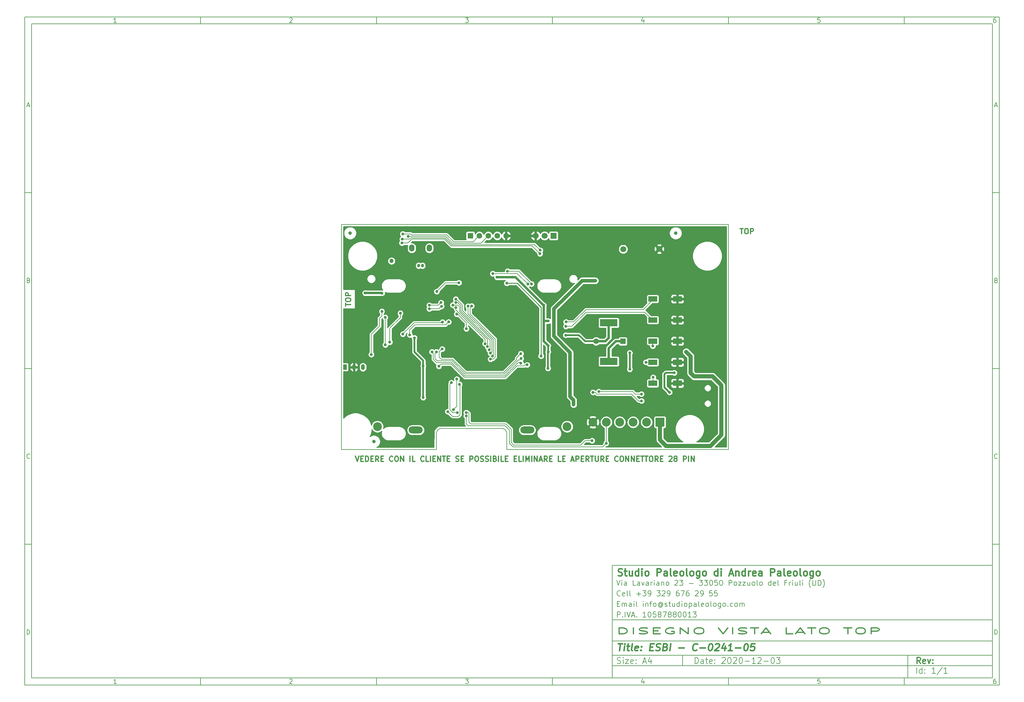
<source format=gtl>
G04 CAM350  V5.0 Date:  Thu Dec  3 11:13:47 2020 *
G04 Database: (Untitled) *
G04 Layer 6: c-0241-05-f_cu. *
%FSLAX46Y46*%
%MOMM*%
%SFA1.000B1.000*%

%MIA0B0*%
%IPPOS*%
%ADD11C,0.15000*%
%ADD12C,0.34000*%
%ADD13C,0.40000*%
%ADD15C,0.30000*%
%ADD17R,2.50000X2.50000*%
%ADD18C,2.50000*%
%ADD25O,4.00000X2.00000*%
%ADD26C,1.00000*%
%ADD28C,1.57000*%
%ADD29R,1.57000X1.57000*%
%ADD39C,1.70000*%
%ADD40R,1.60000X1.60000*%
%ADD42R,1.70000X1.70000*%
%ADD48C,1.20000*%
%ADD50O,1.10000X1.60000*%
%ADD51R,1.00000X1.50000*%
%ADD57O,0.80000X1.00000*%
%ADD58O,1.50000X2.00000*%
%ADD60C,0.80000*%
%ADD61C,0.20000*%
%ADD62C,0.70000*%
%ADD64C,0.50000*%
%ADD65C,0.25000*%
%ADD67C,0.25400*%
%ADD92R,5.00000X2.00000*%
%ADD93R,2.50000X1.50000*%
%ADD94C,1.60000*%
%ADD95C,1.70000*%
%LNc-0241-05-f_cu.*%
G54D11*
%LPD*%
G36*
X627000Y10841302D02*
G01Y22120452D01*
X1560000*
X1663310Y22130626*
X1762650Y22160762*
X1854202Y22209696*
X1934448Y22275552*
X2000304Y22355798*
X2049240Y22447350*
X2079374Y22546690*
X2089548Y22650000*
Y22990896*
Y23809104*
Y24150000*
X2079374Y24253310*
X2049240Y24352650*
X2000304Y24444202*
X1934448Y24524448*
X1854202Y24590304*
X1762650Y24639240*
X1663310Y24669374*
X1560000Y24679550*
X627000*
Y27091302*
Y39965858*
X3922000*
Y41091302*
Y44561302*
Y45534144*
X627000*
Y48625774*
Y50091302*
Y55416324*
Y61679944*
Y63373000*
X109373000*
Y727000*
X106220818*
X108757764Y3263946*
X108800766Y3299236*
X108836056Y3342236*
X108836058Y3342240*
X108941600Y3470844*
X109046250Y3666630*
X109110694Y3879070*
X109115210Y3924924*
X109127000Y4044636*
Y4044642*
X109132452Y4100000*
X109127000Y4155358*
Y18194646*
X109132452Y18250000*
X109127000Y18305356*
Y18305366*
X109110694Y18470932*
X109046250Y18683372*
X108941600Y18879158*
X108908732Y18919208*
X108836058Y19007762*
X108836056Y19007764*
X108800766Y19050766*
X108757764Y19086056*
X106336058Y21507762*
X106300766Y21550766*
X106129158Y21691600*
X105933372Y21796250*
X105720932Y21860694*
X105555366Y21877000*
X105555354*
X105500000Y21882452*
X105444646Y21877000*
X100716820*
X100377000Y22216818*
Y26444646*
X100382452Y26500000*
X100377000Y26555356*
Y26555366*
X100360694Y26720932*
X100296250Y26933372*
X100191600Y27129158*
X100173708Y27150960*
X100086058Y27257762*
X100086056Y27257764*
X100050766Y27300766*
X100007764Y27336056*
X98757760Y28586058*
X98629156Y28691600*
X98433370Y28796250*
X98220930Y28860692*
X98000000Y28882452*
X97779070Y28860692*
X97566630Y28796250*
X97370844Y28691600*
X97199236Y28550766*
X97058400Y28379156*
X96953750Y28183370*
X96889308Y27970930*
X96867548Y27750000*
X96889308Y27529070*
X96953750Y27316630*
X97058400Y27120844*
X97163942Y26992240*
X98123000Y26033182*
X98123002Y21805364*
X98117548Y21750000*
X98123002Y21694636*
X98139308Y21529070*
X98145772Y21507762*
X98203750Y21316630*
X98308400Y21120844*
X98413942Y20992240*
X98413946Y20992236*
X98449236Y20949236*
X98492238Y20913946*
X99413946Y19992236*
X99449236Y19949236*
X99492236Y19913946*
X99492240Y19913942*
X99620844Y19808400*
X99816630Y19703750*
X100029070Y19639308*
X100250000Y19617548*
X100305364Y19623000*
X105033182*
X106873000Y17783182*
X106873002Y4566820*
X104431122Y2124940*
X100946132*
X100964868Y2132700*
X101640810Y2584350*
X102215650Y3159192*
X102667300Y3835132*
X102978402Y4586198*
X103137000Y5383526*
Y6196474*
X102978402Y6993802*
X102667300Y7744868*
X102215650Y8420810*
X101640810Y8995650*
X100964868Y9447300*
X100213802Y9758402*
X99416474Y9917000*
X98603526*
X97806198Y9758402*
X97055132Y9447300*
X96379192Y8995650*
X95804350Y8420810*
X95352700Y7744868*
X95041598Y6993802*
X94883000Y6196474*
Y5383526*
X95041598Y4586198*
X95352700Y3835132*
X95804350Y3159192*
X96379192Y2584350*
X97055132Y2132700*
X97073870Y2124940*
X92718880*
X91652000Y3191818*
Y5970452*
X91775000*
X91878310Y5980626*
X91977650Y6010762*
X92069202Y6059696*
X92149448Y6125552*
X92215304Y6205798*
X92264240Y6297350*
X92294374Y6396690*
X92304550Y6500000*
Y9000000*
X92294374Y9103310*
X92264240Y9202650*
X92215304Y9294202*
X92149448Y9374448*
X92069202Y9440304*
X91977650Y9489240*
X91878310Y9519374*
X91775000Y9529550*
X89275000*
X89171690Y9519374*
X89072350Y9489240*
X88980798Y9440304*
X88900552Y9374448*
X88834696Y9294202*
X88785762Y9202650*
X88755626Y9103310*
X88745452Y9000000*
Y6500000*
X88755626Y6396690*
X88785762Y6297350*
X88834696Y6205798*
X88900552Y6125552*
X88980798Y6059696*
X89072350Y6010762*
X89171690Y5980626*
X89275000Y5970452*
X89398002*
X89398000Y2780356*
X89392548Y2725000*
X89398000Y2669646*
Y2669636*
X89414308Y2504070*
X89478750Y2291630*
X89583400Y2095844*
X89724236Y1924236*
X89767242Y1888942*
X90929182Y727000*
X75113712*
X75209712Y823000*
X75341302*
X75520396Y858624*
X75689100Y928504*
X75840928Y1029952*
X75970048Y1159072*
X76071496Y1310902*
X76141376Y1479604*
X76177000Y1658700*
Y1841302*
X76141376Y2020396*
X76071496Y2189100*
X75970048Y2340928*
X75912000Y2398976*
Y6086302*
X76126726Y6175244*
X76417772Y6369714*
X76665286Y6617230*
X76859758Y6908276*
X76993712Y7231668*
X77062000Y7574982*
Y7925020*
X76993712Y8268332*
X76859758Y8591726*
X76665286Y8882772*
X76417772Y9130286*
X76126726Y9324758*
X75803332Y9458712*
X75460020Y9527000*
X75109982*
X74766668Y9458712*
X74443276Y9324758*
X74152230Y9130286*
X73904714Y8882772*
X73710244Y8591726*
X73576290Y8268332*
X73508000Y7925020*
Y7574982*
X73576290Y7231668*
X73710244Y6908276*
X73904714Y6617230*
X74152230Y6369714*
X74443276Y6175244*
X74658002Y6086302*
X74658000Y2468976*
X74529952Y2340928*
X74428504Y2189100*
X74358624Y2020396*
X74323000Y1841302*
Y1709712*
X73990290Y1377000*
X69013712*
X69509712Y1873000*
X70566024*
X70659072Y1779952*
X70810902Y1678504*
X70979604Y1608624*
X71158700Y1573000*
X71341302*
X71520396Y1608624*
X71689100Y1678504*
X71840928Y1779952*
X71970048Y1909072*
X72071496Y2060900*
X72141376Y2229604*
X72177000Y2408700*
Y2591302*
X72141376Y2770396*
X72071496Y2939100*
X71970048Y3090928*
X71840928Y3220048*
X71689100Y3321496*
X71520396Y3391376*
X71341302Y3427000*
X71158700*
X70979604Y3391376*
X70810902Y3321496*
X70659072Y3220048*
X70566024Y3127000*
X69280794*
X69250000Y3130034*
X69219206Y3127000*
X69127088Y3117928*
X69008898Y3082076*
X68899972Y3023854*
X68804500Y2945502*
X68784866Y2921578*
X67740290Y1877000*
X49259712*
X48877000Y2259712*
Y5510000*
Y5719210*
X48880034Y5750002*
X48877000Y5780794*
X48867928Y5872914*
X48832076Y5991104*
X48773854Y6100028*
X48695502Y6195502*
X48671580Y6215134*
X47215138Y7671574*
X47195502Y7695502*
X47100028Y7773854*
X46991104Y7832076*
X46872914Y7867928*
X46780794Y7877000*
X46750000Y7880034*
X46719206Y7877000*
X37009712*
X36877000Y8009710*
Y9124604*
Y10219210*
X36880034Y10250002*
X36877000Y10280794*
X36867928Y10372914*
X36832076Y10491104*
X36773854Y10600028*
X36695502Y10695502*
X36671574Y10715138*
X36465138Y10921574*
X36445502Y10945502*
X36350028Y11023854*
X36241104Y11082076*
X36222116Y11087836*
X36220048Y11090928*
X36090928Y11220048*
X35939100Y11321496*
X35770396Y11391376*
X35591302Y11427000*
X35408700*
X35229604Y11391376*
X35060902Y11321496*
X34909072Y11220048*
X34779952Y11090928*
X34678504Y10939100*
X34608624Y10770396*
X34573000Y10591302*
Y10408700*
X34608624Y10229604*
X34678504Y10060902*
X34719196Y10000000*
X34678504Y9939100*
X34608624Y9770396*
X34573000Y9591302*
Y9408700*
X34608624Y9229604*
X34678504Y9060902*
X34779952Y8909072*
X34873000Y8816024*
X34873002Y7280804*
X34869968Y7250000*
X34882074Y7127088*
X34917926Y7008898*
X34976148Y6899972*
X35054500Y6804500*
X35078422Y6784868*
X35236290Y6627000*
X27500000*
X27475224Y6624560*
X27451400Y6617334*
X27429444Y6605598*
X27410198Y6589804*
X26410198Y5589804*
X26394404Y5570558*
X26382668Y5548602*
X26375440Y5524776*
X26373024Y5502490*
X26276936Y602000*
X10045556*
X10115410Y630934*
X10414646Y830876*
X10669124Y1085356*
X10869066Y1384592*
X11006790Y1717084*
X11077000Y2070056*
Y2429944*
X11006790Y2782916*
X10869066Y3115410*
X10669124Y3414646*
X10414646Y3669124*
X10115410Y3869066*
X9782916Y4006790*
X9429944Y4077000*
X9070056*
X8717084Y4006790*
X8384592Y3869066*
X8160542Y3719362*
X8459188Y4440354*
X8637000Y5334280*
Y5750602*
X8675244Y5658276*
X8869714Y5367230*
X9117230Y5119714*
X9408276Y4925244*
X9731668Y4791290*
X10074982Y4723000*
X10425020*
X10768332Y4791290*
X11091726Y4925244*
X11382772Y5119714*
X11460250Y5197192*
X11372330Y4907362*
X11333194Y4510000*
X11372330Y4112638*
X11488236Y3730548*
X11676458Y3378412*
X11929760Y3069760*
X12238412Y2816458*
X12590548Y2628236*
X12972640Y2512330*
X13270430Y2483000*
X16469570*
X16767362Y2512330*
X17149452Y2628236*
X17501590Y2816458*
X17810240Y3069760*
X18063544Y3378412*
X18251764Y3730548*
X18367670Y4112638*
X18406808Y4510000*
X18367670Y4907362*
X18251764Y5289452*
X18133880Y5510000*
X18063544Y5641590*
X17810240Y5950240*
X17501590Y6203544*
X17149452Y6391764*
X16767362Y6507670*
X16469570Y6537000*
X13270430*
X12972640Y6507670*
X12590548Y6391764*
X12238412Y6203544*
X11953900Y5970050*
X11958712Y5981668*
X12027000Y6324982*
Y6675020*
X11958712Y7018332*
X11824758Y7341726*
X11630286Y7632772*
X11382772Y7880286*
X11091726Y8074758*
X10768332Y8208710*
X10425020Y8277000*
X10074982*
X9731668Y8208710*
X9408276Y8074758*
X9117230Y7880286*
X8869714Y7632772*
X8675244Y7341726*
X8541290Y7018332*
X8512304Y6872612*
X8459188Y7139646*
X8110394Y7981706*
X7604026Y8739542*
X6959542Y9384026*
X6201706Y9890394*
X5359646Y10239188*
X4465720Y10417000*
X3554280*
X2660354Y10239188*
X1818294Y9890394*
X1060460Y9384026*
X627000Y8950568*
Y10841302*
G37*
%LPC*%
G36*
X93173000Y61679944D02*
G01Y61320056D01*
X93243212Y60967084*
X93380934Y60634592*
X93580876Y60335356*
X93835356Y60080876*
X94134592Y59880934*
X94467084Y59743212*
X94820056Y59673000*
X95179944*
X95532916Y59743212*
X95865410Y59880934*
X96164646Y60080876*
X96419124Y60335356*
X96619066Y60634592*
X96756790Y60967084*
X96827000Y61320056*
Y61679944*
X96756790Y62032916*
X96619066Y62365410*
X96419124Y62664646*
X96164646Y62919124*
X95865410Y63119066*
X95532916Y63256790*
X95179944Y63327000*
X94820056*
X94467084Y63256790*
X94134592Y63119066*
X93835356Y62919124*
X93580876Y62664646*
X93380934Y62365410*
X93243212Y62032916*
X93173000Y61679944*
G37*
G36*
X95723000Y26026250D02*
G01Y25023000D01*
X97226250*
X97385000Y25181750*
X97388072Y25550000*
X97375812Y25674482*
X97339502Y25794180*
X97280538Y25904494*
X97201186Y26001186*
X97104494Y26080538*
X96994180Y26139502*
X96874482Y26175812*
X96750000Y26188072*
X95881750Y26185000*
X95723000Y26026250*
G37*
G36*
Y24577000D02*
G01Y23573750D01*
X95881750Y23415000*
X96750000Y23411928*
X96874482Y23424188*
X96994180Y23460498*
X97104494Y23519464*
X97201186Y23598816*
X97280538Y23695506*
X97339502Y23805820*
X97375812Y23925518*
X97388072Y24050000*
X97385000Y24418250*
X97226250Y24577000*
X95723000*
G37*
G36*
X103073000Y17551152D02*
G01Y17348850D01*
X103112468Y17150436*
X103189886Y16963534*
X103302278Y16795326*
X103445326Y16652278*
X103613534Y16539886*
X103800436Y16462468*
X103998850Y16423000*
X104201152*
X104399566Y16462468*
X104586468Y16539886*
X104754674Y16652278*
X104897724Y16795326*
X105010116Y16963534*
X105087534Y17150436*
X105127000Y17348850*
Y17551152*
X105087534Y17749566*
X105010116Y17936468*
X104897724Y18104674*
X104754674Y18247724*
X104586468Y18360116*
X104399566Y18437534*
X104201152Y18477000*
X103998850*
X103800436Y18437534*
X103613534Y18360116*
X103445326Y18247724*
X103302278Y18104674*
X103189886Y17936468*
X103112468Y17749566*
X103073000Y17551152*
G37*
G36*
X55433000Y62059420D02*
G01Y60973000D01*
X55453000*
Y60527000*
X55433000*
Y59440582*
X55659928Y59334792*
X55927376Y59449760*
X56167256Y59614698*
X56370348Y59823264*
X56528850Y60067444*
X56536930Y60086952*
X56680414Y59872214*
X56872214Y59680414*
X57097746Y59529718*
X57348344Y59425918*
X57614378Y59373000*
X57885624*
X58151656Y59425918*
X58402254Y59529718*
X58627788Y59680414*
X58819586Y59872214*
X58910452Y60008202*
Y59900000*
X58920626Y59796690*
X58950762Y59697350*
X58999696Y59605798*
X59065552Y59525552*
X59145798Y59459696*
X59237350Y59410762*
X59336690Y59380626*
X59440000Y59370452*
X61140000*
X61243310Y59380626*
X61342650Y59410762*
X61434202Y59459696*
X61514448Y59525552*
X61580304Y59605798*
X61629240Y59697350*
X61659374Y59796690*
X61669550Y59900000*
Y61600000*
X61661676Y61679944*
X61659374Y61703310*
X61629240Y61802650*
X61580304Y61894202*
X61514448Y61974448*
X61434202Y62040304*
X61342650Y62089240*
X61243310Y62119374*
X61140000Y62129550*
X59440000*
X59336690Y62119374*
X59237350Y62089240*
X59145798Y62040304*
X59065552Y61974448*
X58999696Y61894202*
X58950762Y61802650*
X58920626Y61703310*
X58910452Y61600000*
Y61491798*
X58819586Y61627788*
X58627788Y61819586*
X58402254Y61970282*
X58151656Y62074084*
X57885624Y62127000*
X57614378*
X57348344Y62074084*
X57097746Y61970282*
X56872214Y61819586*
X56680414Y61627788*
X56536930Y61413048*
X56528850Y61432558*
X56370348Y61676738*
X56167256Y61885304*
X55927376Y62050240*
X55659928Y62165210*
X55433000Y62059420*
G37*
G36*
X90665370Y57000000D02*
G01X91437288Y56228084D01*
X91674722Y56313176*
X91783262Y56584814*
X91836720Y56872406*
X91833046Y57164902*
X91772380Y57451062*
X91674722Y57686824*
X91437288Y57771918*
X90665370Y57000000*
G37*
G36*
X95723000Y32026250D02*
G01Y31023000D01*
X97226250*
X97385000Y31181750*
X97388072Y31550000*
X97375812Y31674482*
X97339502Y31794180*
X97280538Y31904494*
X97201186Y32001186*
X97104494Y32080538*
X96994180Y32139502*
X96874482Y32175812*
X96750000Y32188072*
X95881750Y32185000*
X95723000Y32026250*
G37*
G36*
Y30577000D02*
G01Y29573750D01*
X95881750Y29415000*
X96750000Y29411928*
X96874482Y29424188*
X96994180Y29460498*
X97104494Y29519464*
X97201186Y29598816*
X97280538Y29695506*
X97339502Y29805820*
X97375812Y29925518*
X97388072Y30050000*
X97385000Y30418250*
X97226250Y30577000*
X95723000*
G37*
G36*
X93611928Y25550000D02*
G01X93615000Y25181750D01*
X93773750Y25023000*
X95277000*
Y26026250*
X95118250Y26185000*
X94250000Y26188072*
X94125518Y26175812*
X94005820Y26139502*
X93895506Y26080538*
X93798816Y26001186*
X93719464Y25904494*
X93660498Y25794180*
X93624188Y25674482*
X93611928Y25550000*
G37*
G36*
Y24050000D02*
G01X93624188Y23925518D01*
X93660498Y23805820*
X93719464Y23695506*
X93798816Y23598816*
X93895506Y23519464*
X94005820Y23460498*
X94125518Y23424188*
X94250000Y23411928*
X95118250Y23415000*
X95277000Y23573750*
Y24577000*
X93773750*
X93615000Y24418250*
X93611928Y24050000*
G37*
G36*
X95723000Y20026250D02*
G01Y19023000D01*
X97226250*
X97385000Y19181750*
X97388072Y19550000*
X97375812Y19674482*
X97339502Y19794180*
X97280538Y19904494*
X97201186Y20001186*
X97104494Y20080538*
X96994180Y20139502*
X96874482Y20175812*
X96750000Y20188072*
X95881750Y20185000*
X95723000Y20026250*
G37*
G36*
Y18577000D02*
G01Y17573750D01*
X95881750Y17415000*
X96750000Y17411928*
X96874482Y17424188*
X96994180Y17460498*
X97104494Y17519464*
X97143106Y17551152*
X97201186Y17598816*
X97280538Y17695506*
X97339502Y17805820*
X97375812Y17925518*
X97388072Y18050000*
X97385000Y18418250*
X97226250Y18577000*
X95723000*
G37*
G36*
X71790370Y7750000D02*
G01X72849604Y6690766D01*
X73127796Y6824818*
X73276532Y7165040*
X73356036Y7527740*
X73363254Y7898982*
X73297906Y8264500*
X73162506Y8610244*
X73127796Y8675184*
X72849604Y8809234*
X71790370Y7750000*
G37*
G36*
X53794800Y61199926D02*
G01X53902632Y60973000D01*
X54987000*
Y62059420*
X54760074Y62165210*
X54492626Y62050240*
X54252746Y61885304*
X54049652Y61676738*
X53891150Y61432558*
X53794800Y61199926*
G37*
G36*
Y60300076D02*
G01X53891150Y60067444D01*
X54049652Y59823264*
X54252746Y59614698*
X54492626Y59449760*
X54760074Y59334792*
X54987000Y59440582*
Y60527000*
X53902632*
X53794800Y60300076*
G37*
G36*
X89578084Y58087288D02*
G01X90350000Y57315370D01*
X91121918Y58087288*
X91036824Y58324722*
X90765188Y58433262*
X90477594Y58486720*
X90185098Y58483046*
X89898940Y58422380*
X89663176Y58324722*
X89578084Y58087288*
G37*
G36*
X88863280Y57127594D02*
G01X88866956Y56835098D01*
X88927622Y56548940*
X89025278Y56313176*
X89262714Y56228084*
X90034630Y57000000*
X89262714Y57771918*
X89025278Y57686824*
X88916740Y57415188*
X88863280Y57127594*
G37*
G36*
X89578084Y55912714D02*
G01X89663176Y55675278D01*
X89934814Y55566740*
X90222406Y55513280*
X90514902Y55516956*
X90801062Y55577622*
X91036824Y55675278*
X91121918Y55912714*
X90350000Y56684630*
X89578084Y55912714*
G37*
G36*
X95723000Y44026250D02*
G01Y43023000D01*
X97226250*
X97385000Y43181750*
X97388072Y43550000*
X97375812Y43674482*
X97339502Y43794180*
X97280538Y43904494*
X97201186Y44001186*
X97104494Y44080538*
X96994180Y44139502*
X96874482Y44175812*
X96750000Y44188072*
X95881750Y44185000*
X95723000Y44026250*
G37*
G36*
Y42577000D02*
G01Y41573750D01*
X95881750Y41415000*
X96750000Y41411928*
X96874482Y41424188*
X96994180Y41460498*
X97104494Y41519464*
X97201186Y41598816*
X97280538Y41695506*
X97339502Y41805820*
X97375812Y41925518*
X97388072Y42050000*
X97385000Y42418250*
X97226250Y42577000*
X95723000*
G37*
G36*
Y38026250D02*
G01Y37023000D01*
X97226250*
X97385000Y37181750*
X97388072Y37550000*
X97375812Y37674482*
X97339502Y37794180*
X97280538Y37904494*
X97201186Y38001186*
X97104494Y38080538*
X96994180Y38139502*
X96874482Y38175812*
X96750000Y38188072*
X95881750Y38185000*
X95723000Y38026250*
G37*
G36*
Y36577000D02*
G01Y35573750D01*
X95881750Y35415000*
X96750000Y35411928*
X96874482Y35424188*
X96994180Y35460498*
X97104494Y35519464*
X97201186Y35598816*
X97280538Y35695506*
X97339502Y35805820*
X97375812Y35925518*
X97388072Y36050000*
X97385000Y36418250*
X97226250Y36577000*
X95723000*
G37*
G36*
X93611928Y31550000D02*
G01X93615000Y31181750D01*
X93773750Y31023000*
X95277000*
Y32026250*
X95118250Y32185000*
X94250000Y32188072*
X94125518Y32175812*
X94005820Y32139502*
X93895506Y32080538*
X93798816Y32001186*
X93719464Y31904494*
X93660498Y31794180*
X93624188Y31674482*
X93611928Y31550000*
G37*
G36*
Y30050000D02*
G01X93624188Y29925518D01*
X93660498Y29805820*
X93719464Y29695506*
X93798816Y29598816*
X93895506Y29519464*
X94005820Y29460498*
X94125518Y29424188*
X94250000Y29411928*
X95118250Y29415000*
X95277000Y29573750*
Y30577000*
X93773750*
X93615000Y30418250*
X93611928Y30050000*
G37*
G36*
X85623000Y24891302D02*
G01Y24708700D01*
X85658624Y24529604*
X85728504Y24360902*
X85829952Y24209072*
X85959072Y24079952*
X86110902Y23978504*
X86279604Y23908624*
X86458700Y23873000*
X86641302*
X86746626Y23893950*
X86760762Y23847350*
X86809696Y23755798*
X86875552Y23675552*
X86955798Y23609696*
X87047350Y23560762*
X87146690Y23530626*
X87250000Y23520452*
X89750000*
X89853310Y23530626*
X89952650Y23560762*
X90044202Y23609696*
X90124448Y23675552*
X90190304Y23755798*
X90239240Y23847350*
X90269374Y23946690*
X90279550Y24050000*
Y25550000*
X90269374Y25653310*
X90239240Y25752650*
X90190304Y25844202*
X90124448Y25924448*
X90044202Y25990304*
X89952650Y26039240*
X89853310Y26069374*
X89750000Y26079550*
X87250000*
X87146690Y26069374*
X87047350Y26039240*
X86955798Y25990304*
X86875552Y25924448*
X86809696Y25844202*
X86760762Y25752650*
X86746626Y25706050*
X86641302Y25727000*
X86458700*
X86279604Y25691376*
X86110902Y25621496*
X85959072Y25520048*
X85829952Y25390928*
X85728504Y25239100*
X85658624Y25070396*
X85623000Y24891302*
G37*
G36*
X93611928Y19550000D02*
G01X93615000Y19181750D01*
X93773750Y19023000*
X95277000*
Y20026250*
X95118250Y20185000*
X94250000Y20188072*
X94125518Y20175812*
X94005820Y20139502*
X93895506Y20080538*
X93798816Y20001186*
X93719464Y19904494*
X93660498Y19794180*
X93624188Y19674482*
X93611928Y19550000*
G37*
G36*
Y18050000D02*
G01X93624188Y17925518D01*
X93660498Y17805820*
X93719464Y17695506*
X93798816Y17598816*
X93895506Y17519464*
X94005820Y17460498*
X94125518Y17424188*
X94250000Y17411928*
X95118250Y17415000*
X95277000Y17573750*
Y18577000*
X93773750*
X93615000Y18418250*
X93611928Y18050000*
G37*
G36*
X69586748Y7601018D02*
G01X69652094Y7235502D01*
X69787496Y6889756*
X69822204Y6824818*
X70100396Y6690766*
X71159630Y7750000*
X70100396Y8809234*
X69822204Y8675184*
X69673470Y8334962*
X69593964Y7972260*
X69586748Y7601018*
G37*
G36*
X70415766Y6375396D02*
G01X70549818Y6097204D01*
X70890040Y5948470*
X71252740Y5868964*
X71623982Y5861748*
X71989500Y5927094*
X72335244Y6062496*
X72400184Y6097204*
X72534234Y6375396*
X71475000Y7434630*
X70415766Y6375396*
G37*
G36*
X84938000Y7925020D02*
G01Y7574982D01*
X85006290Y7231668*
X85140244Y6908276*
X85334714Y6617230*
X85582230Y6369714*
X85873276Y6175244*
X86196668Y6041290*
X86539982Y5973000*
X86890020*
X87233332Y6041290*
X87556726Y6175244*
X87847772Y6369714*
X88095286Y6617230*
X88289758Y6908276*
X88423712Y7231668*
X88492000Y7574982*
Y7925020*
X88423712Y8268332*
X88289758Y8591726*
X88095286Y8882772*
X87847772Y9130286*
X87556726Y9324758*
X87233332Y9458712*
X86890020Y9527000*
X86539982*
X86196668Y9458712*
X85873276Y9324758*
X85582230Y9130286*
X85334714Y8882772*
X85140244Y8591726*
X85006290Y8268332*
X84938000Y7925020*
G37*
G36*
X47053000Y62008826D02*
G01Y60973000D01*
X48086618*
X48195230Y61192012*
X48191954Y61199926*
X48107920Y61402820*
X47956006Y61639586*
X47760820Y61842166*
X47529864Y62002774*
X47272012Y62115238*
X47053000Y62008826*
G37*
G36*
Y60527000D02*
G01Y59491174D01*
X47272012Y59384762*
X47529864Y59497228*
X47760820Y59657836*
X47956006Y59860416*
X48107920Y60097182*
X48191952Y60300076*
X48195230Y60307990*
X48086618Y60527000*
X47053000*
G37*
G36*
X78723000Y57085624D02*
G01Y56814378D01*
X78775918Y56548344*
X78879718Y56297746*
X79030414Y56072214*
X79222214Y55880414*
X79447746Y55729718*
X79698344Y55625918*
X79964378Y55573000*
X80235624*
X80501656Y55625918*
X80752254Y55729718*
X80977788Y55880414*
X81010086Y55912714*
X81169586Y56072214*
X81320282Y56297746*
X81424084Y56548344*
X81477000Y56814378*
Y57085624*
X81468652Y57127594*
X81424084Y57351656*
X81320282Y57602254*
X81169586Y57827788*
X80977788Y58019586*
X80876466Y58087288*
X80752254Y58170282*
X80501656Y58274084*
X80235624Y58327000*
X79964378*
X79698344Y58274084*
X79447746Y58170282*
X79222214Y58019586*
X79030414Y57827788*
X78879718Y57602254*
X78775918Y57351656*
X78723000Y57085624*
G37*
G36*
X99773000Y55416324D02*
G01Y54583678D01*
X99935442Y53767030*
X100254082Y52997766*
X100716674Y52305444*
X101305444Y51716674*
X101997766Y51254082*
X102767030Y50935442*
X103583678Y50773000*
X104416324*
X105232972Y50935442*
X106002236Y51254082*
X106694556Y51716674*
X107283326Y52305444*
X107745920Y52997766*
X108064560Y53767030*
X108227000Y54583678*
Y55416324*
X108064560Y56232972*
X107745920Y57002236*
X107283326Y57694556*
X106694556Y58283326*
X106002236Y58745920*
X105232972Y59064560*
X104416324Y59227000*
X103583678*
X102767030Y59064560*
X101997766Y58745920*
X101305444Y58283326*
X100716674Y57694556*
X100254082Y57002236*
X99935442Y56232972*
X99773000Y55416324*
G37*
G36*
X23723000Y57562726D02*
G01Y56937276D01*
X23741478Y56749666*
X23814498Y56508950*
X23933076Y56287106*
X24092656Y56092656*
X24287104Y55933076*
X24508950Y55814498*
X24749664Y55741478*
X25000000Y55716822*
X25250336Y55741478*
X25491050Y55814498*
X25712896Y55933076*
X25907344Y56092656*
X26066924Y56287104*
X26185502Y56508950*
X26258522Y56749664*
X26277000Y56937274*
Y57562726*
X26258522Y57750336*
X26185502Y57991050*
X26066924Y58212896*
X25907344Y58407344*
X25712896Y58566924*
X25491052Y58685502*
X25250336Y58758522*
X25000000Y58783178*
X24749666Y58758522*
X24508950Y58685502*
X24287106Y58566924*
X24092658Y58407344*
X23933076Y58212896*
X23814498Y57991052*
X23741478Y57750336*
X23723000Y57562726*
G37*
G36*
X93611928Y43550000D02*
G01X93615000Y43181750D01*
X93773750Y43023000*
X95277000*
Y44026250*
X95118250Y44185000*
X94250000Y44188072*
X94125518Y44175812*
X94005820Y44139502*
X93895506Y44080538*
X93798816Y44001186*
X93719464Y43904494*
X93660498Y43794180*
X93624188Y43674482*
X93611928Y43550000*
G37*
G36*
Y42050000D02*
G01X93624188Y41925518D01*
X93660498Y41805820*
X93719464Y41695506*
X93798816Y41598816*
X93895506Y41519464*
X94005820Y41460498*
X94125518Y41424188*
X94250000Y41411928*
X95118250Y41415000*
X95277000Y41573750*
Y42577000*
X93773750*
X93615000Y42418250*
X93611928Y42050000*
G37*
G36*
Y37550000D02*
G01X93615000Y37181750D01*
X93773750Y37023000*
X95277000*
Y38026250*
X95118250Y38185000*
X94250000Y38188072*
X94125518Y38175812*
X94005820Y38139502*
X93895506Y38080538*
X93798816Y38001186*
X93719464Y37904494*
X93660498Y37794180*
X93624188Y37674482*
X93611928Y37550000*
G37*
G36*
Y36050000D02*
G01X93624188Y35925518D01*
X93660498Y35805820*
X93719464Y35695506*
X93798816Y35598816*
X93895506Y35519464*
X94005820Y35460498*
X94125518Y35424188*
X94250000Y35411928*
X95118250Y35415000*
X95277000Y35573750*
Y36577000*
X93773750*
X93615000Y36418250*
X93611928Y36050000*
G37*
G36*
X86720452Y31550000D02*
G01Y30050000D01*
X86730626Y29946690*
X86760762Y29847350*
X86809696Y29755798*
X86875552Y29675552*
X86955798Y29609696*
X87047350Y29560762*
X87146690Y29530626*
X87250000Y29520452*
X87578798*
X87573000Y29491302*
Y29308700*
X87608624Y29129604*
X87678504Y28960902*
X87779952Y28809072*
X87909072Y28679952*
X88060902Y28578504*
X88229604Y28508624*
X88408700Y28473000*
X88591302*
X88770396Y28508624*
X88939100Y28578504*
X89090928Y28679952*
X89220048Y28809072*
X89321496Y28960902*
X89391376Y29129604*
X89427000Y29308700*
Y29491302*
X89421202Y29520452*
X89750000*
X89853310Y29530626*
X89952650Y29560762*
X90044202Y29609696*
X90124448Y29675552*
X90190304Y29755798*
X90239240Y29847350*
X90269374Y29946690*
X90279550Y30050000*
Y31550000*
X90269374Y31653310*
X90239240Y31752650*
X90190304Y31844202*
X90124448Y31924448*
X90044202Y31990304*
X89952650Y32039240*
X89853310Y32069374*
X89750000Y32079550*
X87250000*
X87146690Y32069374*
X87047350Y32039240*
X86955798Y31990304*
X86875552Y31924448*
X86809696Y31844202*
X86760762Y31752650*
X86730626Y31653310*
X86720452Y31550000*
G37*
G36*
X81023000Y27541302D02*
G01Y27358700D01*
X81058624Y27179604*
X81128504Y27010902*
X81173002Y26944306*
X81173000Y23305694*
X81128504Y23239100*
X81058624Y23070396*
X81023000Y22891302*
Y22708700*
X81058624Y22529604*
X81128504Y22360902*
X81229952Y22209072*
X81359072Y22079952*
X81510902Y21978504*
X81679604Y21908624*
X81858700Y21873000*
X82041302*
X82220396Y21908624*
X82389100Y21978504*
X82540928Y22079952*
X82670048Y22209072*
X82771496Y22360902*
X82841376Y22529604*
X82877000Y22708700*
Y22891302*
X82841376Y23070396*
X82771496Y23239100*
X82727000Y23305694*
Y24891302*
Y26944308*
X82771496Y27010902*
X82841376Y27179604*
X82877000Y27358700*
Y27541302*
X82841376Y27720396*
X82771496Y27889100*
X82670048Y28040928*
X82540928Y28170048*
X82389100Y28271496*
X82220396Y28341376*
X82041302Y28377000*
X81858700*
X81679604Y28341376*
X81510902Y28271496*
X81359072Y28170048*
X81229952Y28040928*
X81128504Y27889100*
X81058624Y27720396*
X81023000Y27541302*
G37*
G36*
X91019242Y21400000D02*
G01X91023000Y21361838D01*
X91023002Y17711116*
X91019242Y17672942*
X91034244Y17520624*
X91078674Y17374160*
X91150824Y17239176*
X91223592Y17150508*
X91247922Y17120862*
X91277566Y17096534*
X92261994Y16112104*
X92286324Y16082458*
X92315968Y16058130*
X92315970*
X92351088Y16029310*
X92364050Y15964144*
X92433930Y15795440*
X92535378Y15643612*
X92664498Y15514492*
X92816326Y15413044*
X92985030Y15343164*
X93164124Y15307540*
X93346726*
X93525822Y15343164*
X93694524Y15413044*
X93846354Y15514492*
X93975474Y15643612*
X94076922Y15795440*
X94146802Y15964144*
X94182426Y16143238*
Y16325840*
X94146802Y16504936*
X94076922Y16673638*
X93975474Y16825468*
X93846354Y16954588*
X93694524Y17056036*
X93525822Y17125916*
X93447268Y17141540*
X93431840Y17156968*
X93407506Y17186618*
X93289192Y17283716*
X93286784Y17285002*
X92577000Y17994786*
Y18050000*
Y19550000*
Y21023000*
X94094306*
X94160900Y20978504*
X94329604Y20908624*
X94508698Y20873000*
X94691300*
X94870396Y20908624*
X95039098Y20978504*
X95190928Y21079952*
X95320048Y21209072*
X95421496Y21360902*
X95491376Y21529604*
X95527000Y21708700*
Y21891302*
X95491376Y22070396*
X95421496Y22239100*
X95320048Y22390928*
X95190928Y22520048*
X95039098Y22621496*
X94870396Y22691376*
X94691300Y22727000*
X94508698*
X94329604Y22691376*
X94160900Y22621496*
X94094306Y22577000*
X92238156*
X92200000Y22580758*
X92161844Y22577000*
X92161834*
X92047682Y22565758*
X91901216Y22521328*
X91766234Y22449178*
X91647920Y22352080*
X91623588Y22322430*
X91277570Y21976414*
X91247920Y21952080*
X91212258Y21908624*
X91150824Y21833766*
X91106050Y21750000*
X91078674Y21698784*
X91034244Y21552318*
X91026628Y21475000*
X91019242Y21400000*
G37*
G36*
X103073000Y13151152D02*
G01Y12948850D01*
X103112468Y12750436*
X103189886Y12563534*
X103302278Y12395326*
X103445326Y12252278*
X103613534Y12139886*
X103800436Y12062468*
X103998850Y12023000*
X104201152*
X104399566Y12062468*
X104586468Y12139886*
X104754674Y12252278*
X104897724Y12395326*
X105010116Y12563534*
X105087534Y12750436*
X105127000Y12948850*
Y13151152*
X105087534Y13349566*
X105010116Y13536468*
X104897724Y13704674*
X104754674Y13847724*
X104586468Y13960116*
X104399566Y14037534*
X104201152Y14077000*
X103998850*
X103800436Y14037534*
X103613534Y13960116*
X103445326Y13847724*
X103302278Y13704674*
X103189886Y13536468*
X103112468Y13349566*
X103073000Y13151152*
G37*
G36*
X24823000Y27841302D02*
G01Y27658700D01*
X24858624Y27479604*
X24928504Y27310902*
X25029952Y27159072*
X25159072Y27029952*
X25310902Y26928504*
X25473000Y26861360*
X25473002Y25680804*
X25469968Y25650000*
X25482074Y25527088*
X25515188Y25417928*
X25517926Y25408898*
X25576148Y25299972*
X25654500Y25204500*
X25678422Y25184868*
X26534866Y24328422*
X26554500Y24304500*
X26649972Y24226148*
X26657608Y24222066*
X26713572Y24176138*
X26822498Y24117916*
X26885076Y24098934*
X26878504Y24089100*
X26808624Y23920396*
X26773000Y23741302*
Y23558700*
X26808624Y23379604*
X26878504Y23210902*
X26979952Y23059072*
X27109072Y22929952*
X27260902Y22828504*
X27429604Y22758624*
X27608700Y22723000*
X27791302*
X27970396Y22758624*
X28139100Y22828504*
X28290928Y22929952*
X28420048Y23059072*
X28521496Y23210902*
X28591376Y23379604*
X28627000Y23558700*
Y23648000*
X30965290*
X34534866Y20078422*
X34554500Y20054500*
X34649972Y19976148*
X34758898Y19917926*
X34846420Y19891376*
X34877088Y19882074*
X35000000Y19869968*
X35030794Y19873000*
X46570260*
X46601054Y19869968*
X46631848Y19873000*
X46723968Y19882074*
X46842158Y19917926*
X46951082Y19976148*
X47046556Y20054500*
X47066192Y20078428*
X50110766Y23123000*
X51878522*
X51909316Y23119968*
X51940110Y23123000*
X52032228Y23132074*
X52150418Y23167926*
X52259344Y23226148*
X52295284Y23255644*
X52335902Y23228504*
X52504604Y23158624*
X52683700Y23123000*
X52866302*
X53045396Y23158624*
X53214100Y23228504*
X53365928Y23329952*
X53495048Y23459072*
X53596496Y23610902*
X53666376Y23779604*
X53702000Y23958700*
Y24141302*
X53666376Y24320396*
X53596496Y24489100*
X53495048Y24640928*
X53365928Y24770048*
X53214100Y24871496*
X53045396Y24941376*
X52866302Y24977000*
X52683700*
X52504604Y24941376*
X52335902Y24871496*
X52184072Y24770048*
X52080014Y24665990*
X51968212Y24632076*
X51923630Y24608246*
X51891376Y24770396*
X51821496Y24939100*
X51720048Y25090928*
X51648476Y25162500*
X51770048Y25284072*
X51871496Y25435902*
X51941376Y25604604*
X51977000Y25783700*
Y25966302*
X51941376Y26145396*
X51871496Y26314100*
X51770048Y26465928*
X51660976Y26575000*
X51720048Y26634072*
X51821496Y26785902*
X51891376Y26954604*
X51927000Y27133700*
Y27316302*
X51891376Y27495396*
X51821496Y27664100*
X51720048Y27815928*
X51590928Y27945048*
X51439100Y28046496*
X51270396Y28116376*
X51091302Y28152000*
X50908700*
X50729604Y28116376*
X50560902Y28046496*
X50409072Y27945048*
X50279952Y27815928*
X50178504Y27664100*
X50108624Y27495396*
X50073000Y27316302*
Y27184712*
X49378428Y26490138*
X49354500Y26470502*
X49276148Y26375028*
X49217926Y26266102*
X49188144Y26167926*
X49182074Y26147912*
X49169968Y26025000*
X49173000Y25994206*
Y25809712*
X45865300Y22502012*
X35586810*
X32117238Y25971584*
X32097600Y25995512*
X32002128Y26073864*
X31893202Y26132086*
X31775012Y26167938*
X31765868Y26168838*
X31741104Y26182076*
X31622914Y26217928*
X31530794Y26227000*
X31500000Y26230034*
X31469206Y26227000*
X28659712*
X28427000Y26459712*
Y27540290*
X28538692Y27651980*
X28558700Y27648000*
X28741302*
X28920396Y27683624*
X29089100Y27753504*
X29240928Y27854952*
X29370048Y27984072*
X29471496Y28135902*
X29541376Y28304604*
X29577000Y28483700*
Y28666302*
X29541376Y28845396*
X29471496Y29014100*
X29370048Y29165928*
X29240928Y29295048*
X29089100Y29396496*
X28920396Y29466376*
X28741302Y29502000*
X28558700*
X28379604Y29466376*
X28210902Y29396496*
X28059072Y29295048*
X27929952Y29165928*
X27828504Y29014100*
X27758624Y28845396*
X27723000Y28666302*
Y28609712*
X27586378Y28473090*
X27439100Y28571496*
X27270396Y28641376*
X27091302Y28677000*
X26908700*
X26729604Y28641376*
X26560902Y28571496*
X26409072Y28470048*
X26375000Y28435976*
X26340928Y28470048*
X26189100Y28571496*
X26020396Y28641376*
X25841302Y28677000*
X25658700*
X25479604Y28641376*
X25310902Y28571496*
X25159072Y28470048*
X25029952Y28340928*
X24928504Y28189100*
X24858624Y28020396*
X24823000Y27841302*
G37*
G36*
X5063000Y23702908D02*
G01Y23097092D01*
X5078584Y22938872*
X5140168Y22735856*
X5240176Y22548756*
X5374762Y22384762*
X5538758Y22250174*
X5725858Y22150168*
X5928872Y22088584*
X6140000Y22067790*
X6351130Y22088584*
X6554144Y22150168*
X6741244Y22250174*
X6905240Y22384762*
X7039826Y22548756*
X7139834Y22735858*
X7201418Y22938872*
X7217000Y23097092*
Y23702910*
X7201418Y23861130*
X7139834Y24064144*
X7039826Y24251244*
X6905240Y24415240*
X6741244Y24549826*
X6554144Y24649834*
X6351128Y24711418*
X6140000Y24732212*
X5928872Y24711418*
X5725856Y24649834*
X5538756Y24549826*
X5374762Y24415240*
X5240174Y24251244*
X5140168Y24064144*
X5078584Y23861128*
X5063000Y23702908*
G37*
G36*
X62373000Y6675020D02*
G01Y6324982D01*
X62441290Y5981668*
X62575244Y5658276*
X62769714Y5367230*
X63017230Y5119714*
X63308276Y4925244*
X63631668Y4791290*
X63974982Y4723000*
X64325020*
X64668332Y4791290*
X64991726Y4925244*
X65282772Y5119714*
X65530286Y5367230*
X65724758Y5658276*
X65858712Y5981668*
X65927000Y6324982*
Y6375396*
Y6675020*
X65858712Y7018332*
X65724758Y7341726*
X65551504Y7601018*
X65530286Y7632772*
X65282772Y7880286*
X64991726Y8074758*
X64668332Y8208710*
X64325020Y8277000*
X63974982*
X63631668Y8208710*
X63308276Y8074758*
X63017230Y7880286*
X62769714Y7632772*
X62575244Y7341726*
X62441290Y7018332*
X62373000Y6675020*
G37*
G36*
X55533194Y4510000D02*
G01X55572330Y4112638D01*
X55688236Y3730548*
X55876458Y3378412*
X56129760Y3069760*
X56438412Y2816458*
X56790548Y2628236*
X57172640Y2512330*
X57470430Y2483000*
X60669572*
X60967362Y2512330*
X61349452Y2628236*
X61701590Y2816458*
X62010240Y3069760*
X62263544Y3378412*
X62451764Y3730548*
X62567670Y4112638*
X62606808Y4510000*
X62567670Y4907362*
X62451764Y5289452*
X62263544Y5641590*
X62010240Y5950240*
X61701590Y6203544*
X61349452Y6391764*
X60967362Y6507670*
X60669572Y6537000*
X57470430*
X57172640Y6507670*
X56790548Y6391764*
X56438412Y6203544*
X56129760Y5950240*
X55876458Y5641590*
X55688236Y5289452*
X55572330Y4907362*
X55533194Y4510000*
G37*
G36*
X81128000Y7925020D02*
G01Y7574982D01*
X81196290Y7231668*
X81330244Y6908276*
X81524714Y6617230*
X81772230Y6369714*
X82063276Y6175244*
X82386668Y6041290*
X82729982Y5973000*
X83080020*
X83423332Y6041290*
X83746726Y6175244*
X84037772Y6369714*
X84285286Y6617230*
X84479758Y6908276*
X84613712Y7231668*
X84682000Y7574982*
Y7925020*
X84613712Y8268332*
X84479758Y8591726*
X84285286Y8882772*
X84037772Y9130286*
X83746726Y9324758*
X83423332Y9458712*
X83080020Y9527000*
X82729982*
X82386668Y9458712*
X82063276Y9324758*
X81772230Y9130286*
X81524714Y8882772*
X81330244Y8591726*
X81196290Y8268332*
X81128000Y7925020*
G37*
G36*
X16273000Y58791302D02*
G01Y58608700D01*
X16308624Y58429604*
X16378504Y58260902*
X16479952Y58109072*
X16609072Y57979952*
X16760902Y57878504*
X16929604Y57808624*
X17108700Y57773000*
X17291302*
X17470396Y57808624*
X17639100Y57878504*
X17790928Y57979952*
X17883976Y58073000*
X18858300*
X18814498Y57991052*
X18741478Y57750336*
X18723000Y57562726*
Y56937276*
X18741478Y56749666*
X18814498Y56508950*
X18933076Y56287106*
X19092656Y56092656*
X19287104Y55933076*
X19508950Y55814498*
X19749664Y55741478*
X20000000Y55716822*
X20250336Y55741478*
X20491050Y55814498*
X20712896Y55933076*
X20907344Y56092656*
X21066924Y56287104*
X21185502Y56508950*
X21258522Y56749664*
X21277000Y56937274*
Y57562726*
X21258522Y57750336*
X21185502Y57991050*
X21066924Y58212896*
X20907344Y58407344*
X20712896Y58566924*
X20491052Y58685502*
X20250336Y58758522*
X20000000Y58783178*
X19855676Y58768964*
X20259712Y59173000*
X29040290*
X30784866Y57428422*
X30804500Y57404500*
X30899972Y57326148*
X31008898Y57267926*
X31127088Y57232074*
X31219206Y57223000*
X31219208*
X31250000Y57219968*
X31280792Y57223000*
X53990290*
X55487176Y55726114*
X55498000Y55705862*
Y55558700*
X55533624Y55379604*
X55603504Y55210902*
X55704952Y55059072*
X55834072Y54929952*
X55985902Y54828504*
X56154604Y54758624*
X56333700Y54723000*
X56516302*
X56695396Y54758624*
X56864100Y54828504*
X57015928Y54929952*
X57145048Y55059072*
X57246496Y55210902*
X57316376Y55379604*
X57323680Y55416324*
X57352000Y55558700*
Y55741302*
X57316376Y55920396*
X57247030Y56087810*
X57327110Y56207658*
X57396990Y56376362*
X57432614Y56555456*
Y56738058*
X57396990Y56917154*
X57327206Y57085624*
X57327110Y57085856*
X57225662Y57237686*
X57096542Y57366806*
X56944712Y57468254*
X56776010Y57538134*
X56596914Y57573758*
X56465324*
X55367498Y58671584*
X55347860Y58695512*
X55252388Y58773864*
X55143462Y58832086*
X55025272Y58867938*
X54933154Y58877012*
X54902360Y58880044*
X54871566Y58877012*
X40763722*
X41361358Y59474646*
X41362928Y59473996*
X41619302Y59423000*
X41880698*
X42137072Y59473996*
X42378570Y59574028*
X42595914Y59719252*
X42780748Y59904088*
X42925972Y60121430*
X43020000Y60348434*
X43114028Y60121430*
X43259252Y59904088*
X43444088Y59719252*
X43661430Y59574028*
X43902928Y59473996*
X44159302Y59423000*
X44420698*
X44677072Y59473996*
X44918570Y59574028*
X45135914Y59719252*
X45320748Y59904088*
X45465972Y60121430*
X45504008Y60213254*
X45552082Y60097182*
X45703996Y59860416*
X45899180Y59657836*
X46130136Y59497228*
X46387988Y59384762*
X46607000Y59491174*
Y60527000*
X46587000*
Y60973000*
X46607000*
Y62008826*
X46387988Y62115238*
X46130136Y62002774*
X45899180Y61842166*
X45703996Y61639586*
X45552082Y61402820*
X45504008Y61286746*
X45465972Y61378570*
X45320748Y61595914*
X45135914Y61780748*
X44918570Y61925972*
X44677072Y62026004*
X44420698Y62077000*
X44159302*
X43902928Y62026004*
X43661430Y61925972*
X43444088Y61780748*
X43259252Y61595914*
X43114028Y61378570*
X43020000Y61151568*
X42925972Y61378570*
X42780748Y61595914*
X42595914Y61780748*
X42378570Y61925972*
X42137072Y62026004*
X41880698Y62077000*
X41619302*
X41362928Y62026004*
X41121430Y61925972*
X40904088Y61780748*
X40719252Y61595914*
X40574028Y61378570*
X40480000Y61151568*
X40385972Y61378570*
X40240748Y61595914*
X40055914Y61780748*
X39838570Y61925972*
X39597072Y62026004*
X39340698Y62077000*
X39079302*
X38822928Y62026004*
X38581430Y61925972*
X38364088Y61780748*
X38179252Y61595914*
X38034028Y61378570*
X37999550Y61295332*
Y61550000*
X37989374Y61653310*
X37959240Y61752650*
X37910304Y61844202*
X37844448Y61924448*
X37764202Y61990304*
X37672650Y62039240*
X37573310Y62069374*
X37470000Y62079550*
X35870000*
X35766690Y62069374*
X35667350Y62039240*
X35575798Y61990304*
X35495552Y61924448*
X35429696Y61844202*
X35380762Y61752650*
X35350626Y61653310*
X35340452Y61550000*
Y59950000*
X35350626Y59846690*
X35380762Y59747350*
X35418346Y59677034*
X32175380*
X30397988Y61454424*
X30378352Y61478352*
X30282878Y61556704*
X30173954Y61614926*
X30055764Y61650778*
X29963644Y61659850*
X29932850Y61662884*
X29902056Y61659850*
X20226862*
X20165138Y61721574*
X20145502Y61745502*
X20050028Y61823854*
X19941104Y61882076*
X19822914Y61917928*
X19730794Y61927000*
X19700000Y61930034*
X19669206Y61927000*
X18116300*
X18023240Y62020060*
X17871410Y62121508*
X17702708Y62191388*
X17523612Y62227012*
X17341010*
X17161916Y62191388*
X16993212Y62121508*
X16841384Y62020060*
X16712264Y61890940*
X16610814Y61739112*
X16540936Y61570408*
X16505310Y61391314*
Y61208712*
X16540936Y61029616*
X16610814Y60860914*
X16712264Y60709084*
X16824304Y60597044*
X16709072Y60520048*
X16579952Y60390928*
X16478504Y60239100*
X16408624Y60070396*
X16373000Y59891302*
Y59708700*
X16408624Y59529604*
X16478504Y59360902*
X16507110Y59318088*
X16479952Y59290928*
X16378504Y59139100*
X16308624Y58970396*
X16273000Y58791302*
G37*
G36*
X13123000Y53711000D02*
G01Y53489000D01*
X13166310Y53271266*
X13251266Y53066166*
X13374602Y52881580*
X13531580Y52724602*
X13716166Y52601266*
X13921266Y52516310*
X14139000Y52473000*
X14361000*
X14578734Y52516310*
X14783836Y52601266*
X14968422Y52724602*
X15125398Y52881580*
X15248734Y53066166*
X15333690Y53271266*
X15377000Y53489000*
Y53711000*
X15333690Y53928734*
X15248734Y54133836*
X15125398Y54318422*
X14968422Y54475398*
X14783836Y54598734*
X14578734Y54683690*
X14361000Y54727000*
X14139000*
X13921266Y54683690*
X13716166Y54598734*
X13531580Y54475398*
X13374602Y54318422*
X13251266Y54133836*
X13166310Y53928734*
X13123000Y53711000*
G37*
G36*
X21023000Y52395538D02*
G01Y52104464D01*
X21036414Y51968278*
X21089420Y51793538*
X21175500Y51632496*
X21291342Y51491342*
X21432496Y51375500*
X21593536Y51289420*
X21768276Y51236414*
X21950000Y51218516*
X22131724Y51236414*
X22306464Y51289420*
X22467504Y51375500*
X22500000Y51402168*
X22532496Y51375500*
X22693536Y51289420*
X22868276Y51236414*
X23050000Y51218516*
X23231724Y51236414*
X23406464Y51289420*
X23567504Y51375500*
X23708660Y51491342*
X23824502Y51632496*
X23910580Y51793536*
X23963588Y51968276*
X23977000Y52104462*
Y52395538*
X23963588Y52531724*
X23910580Y52706464*
X23824502Y52867506*
X23708660Y53008660*
X23567506Y53124502*
X23406464Y53210580*
X23231724Y53263588*
X23050000Y53281486*
X22868278Y53263588*
X22693538Y53210580*
X22532496Y53124502*
X22500000Y53097834*
X22467506Y53124502*
X22306464Y53210580*
X22131724Y53263588*
X21950000Y53281486*
X21768278Y53263588*
X21593538Y53210580*
X21432496Y53124502*
X21291342Y53008660*
X21175500Y52867506*
X21089420Y52706464*
X21036414Y52531724*
X21023000Y52395538*
G37*
G36*
X55533194Y46510000D02*
G01X55572330Y46112640D01*
X55688236Y45730548*
X55876458Y45378412*
X56129760Y45069760*
X56438412Y44816458*
X56790548Y44628236*
X57172640Y44512330*
X57470430Y44483000*
X60669572*
X60967362Y44512330*
X61349452Y44628236*
X61701590Y44816458*
X62010240Y45069760*
X62263544Y45378412*
X62451764Y45730548*
X62567670Y46112640*
X62606808Y46510000*
X62567670Y46907362*
X62451764Y47289452*
X62263544Y47641590*
X62010240Y47950240*
X61701590Y48203544*
X61349452Y48391764*
X60967362Y48507670*
X60669572Y48537000*
X57470430*
X57172640Y48507670*
X56790548Y48391764*
X56438412Y48203544*
X56129760Y47950240*
X55876458Y47641590*
X55688236Y47289452*
X55572330Y46907362*
X55533194Y46510000*
G37*
G36*
X62873018Y35091320D02*
G01Y34908718D01*
X62908642Y34729622*
X62978522Y34560920*
X63079970Y34409090*
X63209090Y34279970*
X63360920Y34178522*
X63529622Y34108642*
X63708718Y34073018*
X63891320*
X64070414Y34108642*
X64239116Y34178522*
X64390946Y34279970*
X64483994Y34373018*
X65469224*
X65500018Y34369986*
X65530812Y34373018*
X65622930Y34382092*
X65741122Y34417944*
X65850046Y34476166*
X65945520Y34554518*
X65965156Y34578446*
X69759712Y38373000*
X85990290*
X86728776Y37634514*
X86720452Y37550000*
Y36050000*
X86730626Y35946690*
X86760762Y35847350*
X86809696Y35755798*
X86875552Y35675552*
X86955798Y35609696*
X87047350Y35560762*
X87146690Y35530626*
X87250000Y35520452*
X89750000*
X89853310Y35530626*
X89952650Y35560762*
X90044202Y35609696*
X90124448Y35675552*
X90190304Y35755798*
X90239240Y35847350*
X90269374Y35946690*
X90279550Y36050000*
Y37550000*
X90269374Y37653310*
X90239240Y37752650*
X90190304Y37844202*
X90124448Y37924448*
X90044202Y37990304*
X89952650Y38039240*
X89853310Y38069374*
X89750000Y38079550*
X88057164*
X86715138Y39421574*
X86695502Y39445502*
X86600028Y39523854*
X86491104Y39582076*
X86473980Y39587270*
X88407164Y41520452*
X89750000*
X89853310Y41530626*
X89952650Y41560762*
X90044202Y41609696*
X90124448Y41675552*
X90190304Y41755798*
X90239240Y41847350*
X90269374Y41946690*
X90279550Y42050000*
Y43550000*
X90269374Y43653310*
X90239240Y43752650*
X90190304Y43844202*
X90124448Y43924448*
X90044202Y43990304*
X89952650Y44039240*
X89853310Y44069374*
X89750000Y44079550*
X87250000*
X87146690Y44069374*
X87047350Y44039240*
X86955798Y43990304*
X86875552Y43924448*
X86809696Y43844202*
X86760762Y43752650*
X86730626Y43653310*
X86720452Y43550000*
Y42050000*
X86730626Y41946690*
X86760762Y41847350*
X86809696Y41755798*
X86836466Y41723178*
X85490290Y40377000*
X69530792*
X69500000Y40380034*
X69469208Y40377000*
X69469206*
X69377088Y40367928*
X69258898Y40332076*
X69149972Y40273854*
X69054500Y40195502*
X69034870Y40171582*
X65740290Y36877000*
X64533976*
X64440928Y36970048*
X64289098Y37071496*
X64120396Y37141376*
X63941302Y37177000*
X63758700*
X63579604Y37141376*
X63410902Y37071496*
X63259072Y36970048*
X63129952Y36840928*
X63028504Y36689100*
X62958624Y36520396*
X62923000Y36341302*
Y36158700*
X62958624Y35979604*
X63028504Y35810902*
X63129952Y35659072*
X63139024Y35650000*
X63079970Y35590946*
X62978522Y35439118*
X62908642Y35270414*
X62873018Y35091320*
G37*
G36*
X62823000Y32591302D02*
G01Y32408700D01*
X62858624Y32229604*
X62928504Y32060902*
X63029952Y31909072*
X63159072Y31779952*
X63310902Y31678504*
X63479604Y31608624*
X63658700Y31573000*
X63841302*
X64020396Y31608624*
X64189100Y31678504*
X64255692Y31723000*
X67178158*
X68673592Y30227564*
X68697920Y30197920*
X68727564Y30173592*
X68727566*
X68784498Y30126868*
X68816234Y30100824*
X68951216Y30028674*
X69097682Y29984244*
X69211834Y29973000*
X69211836*
X69250000Y29969242*
X69288164Y29973000*
X71331246*
X71370904Y29913650*
X71553650Y29730904*
X71768536Y29587322*
X72007304Y29488420*
X72260780Y29438000*
X72519222*
X72772696Y29488420*
X73011466Y29587322*
X73226352Y29730904*
X73368448Y29873000*
X74956922*
X75000000Y29868758*
X75043080Y29873000*
X75171922Y29885690*
X75337238Y29935838*
X75489592Y30017274*
X75623134Y30126868*
X75650598Y30160332*
X76589668Y31099404*
X76623134Y31126868*
X76732728Y31260408*
X76814162Y31412764*
X76835386Y31482726*
X76864310Y31578078*
X76881244Y31750000*
X76877000Y31793080*
Y34470452*
X78500000*
X78603310Y34480626*
X78702650Y34510762*
X78794202Y34559696*
X78874448Y34625552*
X78940304Y34705798*
X78989240Y34797350*
X79019374Y34896690*
X79029550Y35000000*
Y37000000*
X79019374Y37103310*
X78989240Y37202650*
X78940304Y37294202*
X78874448Y37374448*
X78794202Y37440304*
X78702650Y37489240*
X78603310Y37519374*
X78500000Y37529550*
X73500000*
X73396690Y37519374*
X73297350Y37489240*
X73205798Y37440304*
X73125552Y37374448*
X73059696Y37294202*
X73010762Y37202650*
X72980626Y37103310*
X72970452Y37000000*
Y35000000*
X72980626Y34896690*
X73010762Y34797350*
X73059696Y34705798*
X73125552Y34625552*
X73205798Y34559696*
X73297350Y34510762*
X73396690Y34480626*
X73500000Y34470452*
X75123000*
X75123002Y32113266*
X74636736Y31627000*
X73368448*
X73226352Y31769098*
X73011466Y31912680*
X72772696Y32011580*
X72519222Y32062000*
X72260780*
X72007304Y32011580*
X71768536Y31912680*
X71553650Y31769098*
X71370904Y31586352*
X71331246Y31527000*
X69571844*
X68076412Y33022430*
X68052080Y33052080*
X67933766Y33149178*
X67798784Y33221328*
X67652320Y33265758*
X67538166Y33277000*
X67538164*
X67500000Y33280760*
X67461838Y33277000*
X64255692*
X64189100Y33321496*
X64020396Y33391376*
X63841302Y33427000*
X63658700*
X63479604Y33391376*
X63310902Y33321496*
X63159072Y33220048*
X63029952Y33090928*
X62928504Y32939100*
X62858624Y32770396*
X62823000Y32591302*
G37*
G36*
X72970452Y26000000D02*
G01Y24000000D01*
X72980626Y23896690*
X73010762Y23797350*
X73059696Y23705798*
X73125552Y23625552*
X73205798Y23559696*
X73297350Y23510762*
X73396690Y23480626*
X73500000Y23470452*
X78500000*
X78603310Y23480626*
X78702650Y23510762*
X78794202Y23559696*
X78874448Y23625552*
X78940304Y23705798*
X78989240Y23797350*
X79019374Y23896690*
X79029550Y24000000*
Y26000000*
X79019374Y26103310*
X78989240Y26202650*
X78940304Y26294202*
X78874448Y26374448*
X78794202Y26440304*
X78702650Y26489240*
X78603310Y26519374*
X78500000Y26529550*
X76877000*
Y27541302*
Y28386736*
X78363266Y29873000*
X78704512*
X78705626Y29861690*
X78735762Y29762350*
X78784696Y29670798*
X78850552Y29590552*
X78930798Y29524696*
X79022350Y29475762*
X79121690Y29445626*
X79225000Y29435452*
X80795000*
X80898310Y29445626*
X80997650Y29475762*
X81089202Y29524696*
X81169448Y29590552*
X81235304Y29670798*
X81284240Y29762350*
X81314374Y29861690*
X81324550Y29965000*
Y31535000*
X81323072Y31550000*
X81314374Y31638310*
X81284240Y31737650*
X81235304Y31829202*
X81169448Y31909448*
X81089202Y31975304*
X80997650Y32024240*
X80898310Y32054374*
X80795000Y32064550*
X79225000*
X79121690Y32054374*
X79022350Y32024240*
X78930798Y31975304*
X78850552Y31909448*
X78784696Y31829202*
X78735762Y31737650*
X78705626Y31638310*
X78704512Y31627000*
X78043076*
X78000000Y31631244*
X77956922Y31627000*
X77828078Y31614310*
X77662764Y31564162*
X77510408Y31482728*
X77425900Y31413374*
X77376868Y31373134*
X77349408Y31339674*
X75410328Y29400592*
X75376868Y29373134*
X75349410Y29339674*
X75349406Y29339672*
X75267274Y29239592*
X75185838Y29087236*
X75135690Y28921922*
X75118758Y28750000*
X75123002Y28706912*
X75123000Y26529550*
X73500000*
X73396690Y26519374*
X73297350Y26489240*
X73205798Y26440304*
X73125552Y26374448*
X73059696Y26294202*
X73010762Y26202650*
X72980626Y26103310*
X72970452Y26000000*
G37*
G36*
X86720452Y19550000D02*
G01Y18050000D01*
X86730626Y17946690*
X86760762Y17847350*
X86809696Y17755798*
X86875552Y17675552*
X86955798Y17609696*
X87047350Y17560762*
X87146690Y17530626*
X87250000Y17520452*
X89750000*
X89853310Y17530626*
X89952650Y17560762*
X90044202Y17609696*
X90124448Y17675552*
X90190304Y17755798*
X90239240Y17847350*
X90269374Y17946690*
X90279550Y18050000*
Y19550000*
X90269374Y19653310*
X90239240Y19752650*
X90190304Y19844202*
X90124448Y19924448*
X90044202Y19990304*
X89952650Y20039240*
X89853310Y20069374*
X89750000Y20079550*
X89429220*
X89491376Y20229604*
X89527000Y20408700*
Y20591302*
X89491376Y20770396*
X89421496Y20939100*
X89320048Y21090928*
X89190928Y21220048*
X89039100Y21321496*
X88870396Y21391376*
X88827040Y21400000*
X88691302Y21427000*
X88508700*
X88329604Y21391376*
X88160902Y21321496*
X88009072Y21220048*
X87879952Y21090928*
X87778504Y20939100*
X87708624Y20770396*
X87673000Y20591302*
Y20408700*
X87708624Y20229604*
X87770780Y20079550*
X87250000*
X87146690Y20069374*
X87047350Y20039240*
X86955798Y19990304*
X86875552Y19924448*
X86809696Y19844202*
X86760762Y19752650*
X86730626Y19653310*
X86720452Y19550000*
G37*
G36*
X70573000Y16341302D02*
G01Y16158698D01*
X70608624Y15979604*
X70678504Y15810902*
X70779952Y15659072*
X70909072Y15529952*
X71060902Y15428504*
X71229604Y15358624*
X71408700Y15323000*
X71591302*
X71770396Y15358624*
X71939100Y15428504*
X72011446Y15476844*
X72159866Y15328422*
X72179500Y15304500*
X72274972Y15226148*
X72383898Y15167926*
X72502088Y15132074*
X72625000Y15119968*
X72655794Y15123000*
X82240290*
X83984866Y13378422*
X84004500Y13354500*
X84099972Y13276148*
X84208898Y13217926*
X84327088Y13182074*
X84419206Y13173000*
X84419208*
X84450000Y13169968*
X84480792Y13173000*
X84616024*
X84709072Y13079952*
X84860902Y12978504*
X85029604Y12908624*
X85208700Y12873000*
X85391302*
X85570396Y12908624*
X85739100Y12978504*
X85890928Y13079952*
X85962128Y13151152*
X86020048Y13209072*
X86121496Y13360902*
X86191376Y13529604*
X86227000Y13708700*
Y13891302*
X86191376Y14070396*
X86121496Y14239100*
X86020048Y14390928*
X85890928Y14520048*
X85739100Y14621496*
X85570396Y14691376*
X85391302Y14727000*
X85208700*
X85029604Y14691376*
X84860902Y14621496*
X84709072Y14520048*
X84662868Y14473844*
X84013712Y15123000*
X84566024*
X84659072Y15029952*
X84810902Y14928504*
X84979604Y14858624*
X85158700Y14823000*
X85341302*
X85520396Y14858624*
X85689100Y14928504*
X85840928Y15029952*
X85970048Y15159072*
X86071496Y15310902*
X86141376Y15479604*
X86177000Y15658700*
Y15841302*
X86141376Y16020396*
X86071496Y16189098*
X85970048Y16340928*
X85840928Y16470048*
X85689100Y16571496*
X85520396Y16641376*
X85341302Y16677000*
X85158700*
X84979604Y16641376*
X84810902Y16571496*
X84659072Y16470048*
X84566024Y16377000*
X83759712*
X83265128Y16871584*
X83245492Y16895512*
X83150018Y16973864*
X83041094Y17032086*
X82922904Y17067938*
X82830784Y17077010*
X82799990Y17080044*
X82769196Y17077010*
X73833976*
X73740928Y17170058*
X73589100Y17271506*
X73420396Y17341386*
X73241302Y17377010*
X73058700*
X72879604Y17341386*
X72710902Y17271506*
X72559072Y17170058*
X72429952Y17040938*
X72328504Y16889110*
X72311714Y16848574*
X72247914Y16867928*
X72187056Y16873922*
X72090928Y16970048*
X71939100Y17071496*
X71770396Y17141376*
X71591302Y17177000*
X71408700*
X71229604Y17141376*
X71060902Y17071496*
X70909072Y16970048*
X70779952Y16840928*
X70678504Y16689098*
X70608624Y16520396*
X70573000Y16341302*
G37*
G36*
X26173000Y44991302D02*
G01Y44808700D01*
X26208624Y44629604*
X26278504Y44460902*
X26379952Y44309072*
X26509072Y44179952*
X26660902Y44078504*
X26829604Y44008624*
X27008700Y43973000*
X27191302*
X27370396Y44008624*
X27539100Y44078504*
X27690928Y44179952*
X27820048Y44309072*
X27921496Y44460902*
X27991376Y44629604*
X28027000Y44808700*
Y44940290*
X29859712Y46773000*
X32716024*
X32809072Y46679952*
X32960902Y46578504*
X33129604Y46508624*
X33308698Y46473000*
X33491302*
X33670396Y46508624*
X33839100Y46578504*
X33990928Y46679952*
X34120048Y46809072*
X34221496Y46960902*
X34291376Y47129604*
X34327000Y47308700*
Y47491302*
X34291376Y47670396*
X34221496Y47839100*
X34120048Y47990928*
X33990928Y48120048*
X33839100Y48221496*
X33670396Y48291376*
X33491302Y48327000*
X33308698*
X33129604Y48291376*
X32960902Y48221496*
X32809072Y48120048*
X32716024Y48027000*
X29630794*
X29600000Y48030034*
X29569206Y48027000*
X29477088Y48017928*
X29358898Y47982076*
X29249972Y47923854*
X29154500Y47845502*
X29134866Y47821578*
X27140290Y45827000*
X27008700*
X26829604Y45791376*
X26660902Y45721496*
X26509072Y45620048*
X26379952Y45490928*
X26278504Y45339100*
X26208624Y45170396*
X26173000Y44991302*
G37*
G36*
X30752894Y41141278D02*
G01Y40958676D01*
X30788518Y40779582*
X30858398Y40610878*
X30959846Y40459050*
X31088966Y40329930*
X31240794Y40228482*
X31409498Y40158602*
X31588592Y40122978*
X31654700*
X31663332Y40079584*
X31733212Y39910882*
X31834660Y39759052*
X31926144Y39667568*
X31927708Y39651700*
X31936780Y39559580*
X31972632Y39441390*
X32030856Y39332466*
X32109206Y39236992*
X32133130Y39217360*
X32179756Y39170732*
X32059952Y39050928*
X31958504Y38899100*
X31888624Y38730396*
X31853000Y38551302*
Y38368700*
X31888624Y38189604*
X31958504Y38020902*
X32059952Y37869072*
X32189072Y37739952*
X32340902Y37638504*
X32509604Y37568624*
X32688700Y37533000*
X32871302*
X33045616Y37567674*
X34873000Y35740288*
X34873002Y34983980*
X34810002Y34920982*
X34708554Y34769152*
X34638674Y34600450*
X34603050Y34421354*
Y34238752*
X34638674Y34059658*
X34708554Y33890954*
X34810002Y33739126*
X34939122Y33610006*
X35090952Y33508558*
X35259654Y33438678*
X35438750Y33403054*
X35621352*
X35800446Y33438678*
X35969150Y33508558*
X36120978Y33610006*
X36250098Y33739126*
X36351546Y33890954*
X36421426Y34059658*
X36457050Y34238752*
Y34421354*
X36421426Y34600450*
X36351546Y34769152*
X36250098Y34920982*
X36127000Y35044080*
Y35223490*
X40222990Y31127498*
Y30737650*
X40129942Y30644602*
X40028494Y30492772*
X39958614Y30324070*
X39922990Y30144974*
Y29962372*
X39958614Y29783278*
X40028494Y29614574*
X40129942Y29462746*
X40259062Y29333626*
X40410892Y29232178*
X40579594Y29162298*
X40623000Y29153664*
Y29133700*
X40658624Y28954604*
X40728504Y28785902*
X40829952Y28634072*
X40959072Y28504952*
X41079590Y28424426*
X41073000Y28391302*
Y28208700*
X41108624Y28029604*
X41178504Y27860902*
X41279952Y27709072*
X41409072Y27579952*
X41480288Y27532368*
X41464602Y27453502*
Y27270900*
X41500226Y27091804*
X41570106Y26923102*
X41671554Y26771272*
X41800674Y26642152*
X41952502Y26540704*
X41997576Y26522034*
X41935922Y26496496*
X41784094Y26395048*
X41654974Y26265928*
X41553526Y26114100*
X41483646Y25945396*
X41448022Y25766302*
Y25583700*
X41483646Y25404604*
X41553526Y25235902*
X41654974Y25084072*
X41784094Y24954952*
X41935922Y24853504*
X42104626Y24783624*
X42283720Y24748000*
X42466322*
X42645418Y24783624*
X42814120Y24853504*
X42965950Y24954952*
X43058998Y25048000*
X43109892*
X43140686Y25044968*
X43171480Y25048000*
X43263598Y25057074*
X43381788Y25092926*
X43490714Y25151148*
X43586186Y25229500*
X43605824Y25253428*
X44121580Y25769182*
X44145502Y25788814*
X44223854Y25884288*
X44282076Y25993212*
X44317928Y26111402*
X44327000Y26203522*
X44330034Y26234316*
X44327000Y26265110*
Y31369210*
X44330034Y31400002*
X44323110Y31470288*
X44317928Y31522914*
X44282076Y31641104*
X44223854Y31750028*
X44145502Y31845502*
X44121578Y31865134*
X37227000Y38759712*
Y39899992*
X37270396Y39908624*
X37439100Y39978504*
X37590928Y40079952*
X37720048Y40209072*
X37821496Y40360902*
X37891376Y40529604*
X37927000Y40708700*
Y40891302*
X37891376Y41070396*
X37821496Y41239100*
X37720048Y41390928*
X37590928Y41520048*
X37439100Y41621496*
X37270396Y41691376*
X37091302Y41727000*
X36908700*
X36729604Y41691376*
X36560902Y41621496*
X36462290Y41555606*
X36434446Y41574212*
X36265742Y41644092*
X36086648Y41679716*
X35904046*
X35724950Y41644092*
X35556248Y41574212*
X35404418Y41472764*
X35275298Y41343644*
X35173850Y41191814*
X35103970Y41023112*
X35068346Y40844016*
Y40661414*
X35103970Y40482320*
X35173850Y40313616*
X35275298Y40161788*
X35368348Y40068738*
Y39452666*
X35027000Y39794012*
Y41003508*
X35030034Y41034302*
X35017928Y41157214*
X35016562Y41161716*
X34982076Y41275404*
X34923854Y41384328*
X34845502Y41479802*
X34821580Y41499434*
X33549436Y42771574*
X33529800Y42795502*
X33434328Y42873854*
X33418884Y42882110*
X33391376Y43020396*
X33321496Y43189100*
X33220048Y43340928*
X33090928Y43470048*
X32939100Y43571496*
X32770396Y43641376*
X32591302Y43677000*
X32408700*
X32229604Y43641376*
X32060902Y43571496*
X31909072Y43470048*
X31779952Y43340928*
X31678504Y43189100*
X31608624Y43020396*
X31573000Y42841302*
Y42658700*
X31608624Y42479604*
X31678504Y42310902*
X31719202Y42249994*
X31678504Y42189086*
X31608624Y42020384*
X31599990Y41976978*
X31588592*
X31409498Y41941354*
X31240794Y41871474*
X31088966Y41770026*
X30959846Y41640906*
X30858398Y41489076*
X30788518Y41320374*
X30752894Y41141278*
G37*
G36*
X16548000Y32891302D02*
G01Y32708700D01*
X16583624Y32529604*
X16653504Y32360902*
X16754952Y32209072*
X16884072Y32079952*
X17035902Y31978504*
X17204604Y31908624*
X17383700Y31873000*
X17566302*
X17745396Y31908624*
X17914100Y31978504*
X18065928Y32079952*
X18195048Y32209072*
X18296496Y32360902*
X18366376Y32529604*
X18402000Y32708700*
Y32840290*
X18659270Y33097558*
X18603504Y33014100*
X18533624Y32845396*
X18498000Y32666300*
Y32483700*
X18533624Y32304604*
X18603504Y32135900*
X18704952Y31984072*
X18834072Y31854952*
X18985902Y31753504*
X19154604Y31683624*
X19333700Y31648000*
X19516302*
X19695396Y31683624*
X19823000Y31736480*
Y31658700*
X19858624Y31479604*
X19928504Y31310902*
X19973002Y31244306*
X19973000Y27788164*
X19969242Y27750000*
X19973000Y27711838*
Y27711836*
X19984244Y27597682*
X20016446Y27491526*
X20028674Y27451218*
X20100824Y27316234*
X20114170Y27299972*
X20197920Y27197920*
X20227570Y27173588*
X22473002Y24928156*
X22473000Y24288166*
Y24255694*
X22428504Y24189100*
X22358624Y24020396*
X22323000Y23841302*
Y23658700*
X22358624Y23479604*
X22428504Y23310902*
X22473000Y23244308*
X22473002Y15255694*
X22428504Y15189100*
X22358624Y15020396*
X22323000Y14841302*
Y14658700*
X22358624Y14479604*
X22428504Y14310902*
X22529952Y14159072*
X22659072Y14029952*
X22810902Y13928504*
X22979604Y13858624*
X23158700Y13823000*
X23341302*
X23520396Y13858624*
X23689100Y13928504*
X23840928Y14029952*
X23970048Y14159072*
X24071496Y14310902*
X24141376Y14479604*
X24177000Y14658700*
Y14841302*
X24141376Y15020396*
X24071496Y15189100*
X24027000Y15255694*
Y23244308*
X24071496Y23310902*
X24141376Y23479604*
X24177000Y23658700*
Y23841302*
X24141376Y24020396*
X24071496Y24189100*
X24027000Y24255694*
Y25211838*
X24030760Y25250000*
X24024958Y25308908*
X24015758Y25402320*
X23971328Y25548784*
X23933686Y25619206*
X23899178Y25683768*
X23826410Y25772436*
X23826408*
X23802080Y25802080*
X23772436Y25826408*
X21757544Y27841302*
X21527000Y28071844*
Y31244308*
X21571496Y31310902*
X21641376Y31479604*
X21677000Y31658700*
Y31841302*
X21641376Y32020396*
X21571496Y32189100*
X21470048Y32340928*
X21340928Y32470048*
X21189100Y32571496*
X21020396Y32641376*
X20841302Y32677000*
X20658700*
X20479604Y32641376*
X20352000Y32588520*
Y32666300*
X20316376Y32845396*
X20246496Y33014100*
X20145048Y33165928*
X20052000Y33258976*
Y33715290*
X21109712Y34773000*
X29619206*
X29650000Y34769968*
X29680794Y34773000*
X29772914Y34782074*
X29891104Y34817926*
X30000028Y34876148*
X30095502Y34954500*
X30115138Y34978428*
X30459712Y35323000*
X30591302*
X30770396Y35358624*
X30939100Y35428504*
X31090928Y35529952*
X31220048Y35659072*
X31321496Y35810902*
X31391376Y35979604*
X31427000Y36158700*
Y36341302*
X31391376Y36520396*
X31321496Y36689100*
X31220048Y36840928*
X31090928Y36970048*
X30939100Y37071496*
X30770396Y37141376*
X30591302Y37177000*
X30408700*
X30229604Y37141376*
X30060902Y37071496*
X29909072Y36970048*
X29779952Y36840928*
X29678504Y36689100*
X29619822Y36547432*
X29571496Y36664100*
X29470048Y36815928*
X29340928Y36945048*
X29189100Y37046496*
X29020396Y37116376*
X28841302Y37152000*
X28658700*
X28479604Y37116376*
X28310902Y37046496*
X28159072Y36945048*
X28029952Y36815928*
X27928504Y36664100*
X27913138Y36627000*
X20705792*
X20675000Y36630034*
X20644208Y36627000*
X20644206*
X20552088Y36617928*
X20433898Y36582076*
X20324972Y36523854*
X20229500Y36445502*
X20209870Y36421582*
X17515290Y33727000*
X17383700*
X17204604Y33691376*
X17035902Y33621496*
X16884072Y33520048*
X16754952Y33390928*
X16653504Y33239100*
X16583624Y33070396*
X16548000Y32891302*
G37*
G36*
X3823000Y24651730D02*
G01Y23623000D01*
X4628788*
X4692486Y23702908*
X4777140Y23809104*
X4723482Y24035696*
X4626650Y24247464*
X4490364Y24436274*
X4319862Y24594866*
X4121696Y24717150*
X4002316Y24764614*
X3823000Y24651730*
G37*
G36*
Y23177000D02*
G01Y22148272D01*
X4002316Y22035386*
X4121696Y22082852*
X4319862Y22205134*
X4490364Y22363728*
X4626650Y22552536*
X4723482Y22764306*
X4777140Y22990896*
X4628788Y23177000*
X3823000*
G37*
G36*
X18585612Y5510000D02*
G01X18615096Y5210656D01*
X18702410Y4922816*
X18844204Y4657540*
X19035024Y4425024*
X19267540Y4234204*
X19532816Y4092410*
X19820656Y4005096*
X20044990Y3983000*
X22195012*
X22419344Y4005096*
X22707186Y4092410*
X22972460Y4234204*
X23204976Y4425024*
X23395798Y4657540*
X23537590Y4922816*
X23624906Y5210656*
X23654388Y5510000*
X23624906Y5809344*
X23537590Y6097186*
X23395798Y6362460*
X23204976Y6594976*
X22972460Y6785798*
X22707186Y6927590*
X22419344Y7014906*
X22195012Y7037000*
X20044990*
X19820656Y7014906*
X19532816Y6927590*
X19267540Y6785798*
X19035024Y6594976*
X18844204Y6362460*
X18702410Y6097186*
X18615096Y5809344*
X18585612Y5510000*
G37*
G36*
X70415766Y9124604D02*
G01X71475000Y8065370D01*
X72534234Y9124604*
X72400184Y9402796*
X72059962Y9551532*
X71697260Y9631036*
X71326018Y9638254*
X70960502Y9572906*
X70614756Y9437506*
X70549818Y9402796*
X70415766Y9124604*
G37*
G36*
X50285612Y5510000D02*
G01X50315096Y5210656D01*
X50402410Y4922816*
X50544204Y4657540*
X50735024Y4425024*
X50967540Y4234204*
X51232816Y4092410*
X51520656Y4005096*
X51744990Y3983000*
X53895012*
X54119344Y4005096*
X54407186Y4092410*
X54672460Y4234204*
X54904976Y4425024*
X54974714Y4510000*
X55095798Y4657540*
X55237590Y4922816*
X55324906Y5210656*
X55354388Y5510000*
X55324906Y5809344*
X55237590Y6097186*
X55095798Y6362460*
X54904976Y6594976*
X54807444Y6675020*
X54672460Y6785798*
X54407186Y6927590*
X54119344Y7014906*
X53895012Y7037000*
X51744990*
X51520656Y7014906*
X51232816Y6927590*
X50967540Y6785798*
X50735024Y6594976*
X50544204Y6362460*
X50402410Y6097186*
X50315096Y5809344*
X50285612Y5510000*
G37*
G36*
X77318000Y7925020D02*
G01Y7574982D01*
X77386290Y7231668*
X77520244Y6908276*
X77714714Y6617230*
X77962230Y6369714*
X78253276Y6175244*
X78576668Y6041290*
X78919982Y5973000*
X79270020*
X79613332Y6041290*
X79936726Y6175244*
X80227772Y6369714*
X80475286Y6617230*
X80669758Y6908276*
X80803712Y7231668*
X80872000Y7574982*
Y7925020*
X80803712Y8268332*
X80669758Y8591726*
X80475286Y8882772*
X80227772Y9130286*
X79936726Y9324758*
X79613332Y9458712*
X79270020Y9527000*
X78919982*
X78576668Y9458712*
X78253276Y9324758*
X77962230Y9130286*
X77714714Y8882772*
X77520244Y8591726*
X77386290Y8268332*
X77318000Y7925020*
G37*
G36*
X673000Y61679944D02*
G01Y61320056D01*
X743212Y60967084*
X880934Y60634592*
X1080876Y60335356*
X1335356Y60080876*
X1634592Y59880934*
X1967084Y59743212*
X2320056Y59673000*
X2679944*
X3032916Y59743212*
X3365410Y59880934*
X3664646Y60080876*
X3919124Y60335356*
X4119066Y60634592*
X4256790Y60967084*
X4327000Y61320056*
Y61679944*
X4256790Y62032916*
X4119066Y62365410*
X3919124Y62664646*
X3664646Y62919124*
X3365410Y63119066*
X3032916Y63256790*
X2679944Y63327000*
X2320056*
X1967084Y63256790*
X1634592Y63119066*
X1335356Y62919124*
X1080876Y62664646*
X880934Y62365410*
X743212Y62032916*
X673000Y61679944*
G37*
G36*
X1773000Y55416324D02*
G01Y54583678D01*
X1935442Y53767030*
X2254082Y52997766*
X2716674Y52305444*
X3305444Y51716674*
X3997766Y51254082*
X4767030Y50935442*
X5583678Y50773000*
X6416324*
X7232972Y50935442*
X8002236Y51254082*
X8694556Y51716674*
X9283326Y52305444*
X9343524Y52395538*
X9745920Y52997766*
X10041350Y53711000*
X10064560Y53767030*
X10227000Y54583678*
Y55416324*
X10064560Y56232972*
X9745920Y57002236*
X9283326Y57694556*
X8694556Y58283326*
X8002236Y58745920*
X7892674Y58791302*
X7232972Y59064560*
X6416324Y59227000*
X5583678*
X4767030Y59064560*
X3997766Y58745920*
X3305444Y58283326*
X2716674Y57694556*
X2254082Y57002236*
X1935442Y56232972*
X1773000Y55416324*
G37*
G36*
X42073000Y50091302D02*
G01Y49908700D01*
X42108624Y49729604*
X42178504Y49560902*
X42279952Y49409072*
X42409072Y49279952*
X42560902Y49178504*
X42729604Y49108624*
X42908700Y49073000*
X43091302*
X43270396Y49108624*
X43307456Y49123976*
X43293000Y49051302*
Y48868700*
X43328624Y48689604*
X43398504Y48520902*
X43499952Y48369072*
X43629072Y48239952*
X43780902Y48138504*
X43949604Y48068624*
X44128700Y48033000*
X44311302*
X44490396Y48068624*
X44525102Y48083000*
X46588698*
X46560902Y48071486*
X46409072Y47970038*
X46279952Y47840918*
X46178504Y47689090*
X46108624Y47520386*
X46073000Y47341292*
Y47158690*
X46108624Y46979594*
X46178504Y46810892*
X46279952Y46659062*
X46409072Y46529942*
X46560902Y46428494*
X46729604Y46358614*
X46908700Y46322990*
X47091302*
X47270396Y46358614*
X47439100Y46428494*
X47590928Y46529942*
X47658976Y46597990*
X49679944*
X56093686Y40184248*
Y29177708*
X56090532Y29145686*
X56093686Y29113664*
Y28967980*
X56098000Y28924170*
X56098002Y27219010*
X56029952Y27150960*
X55928504Y26999132*
X55858624Y26830428*
X55823000Y26651334*
Y26468732*
X55858624Y26289636*
X55928504Y26120934*
X56029952Y25969104*
X56159072Y25839984*
X56310902Y25738536*
X56479604Y25668656*
X56658700Y25633032*
X56841302*
X57020396Y25668656*
X57189100Y25738536*
X57340928Y25839984*
X57470048Y25969104*
X57571496Y26120934*
X57641376Y26289636*
X57677000Y26468732*
Y26651334*
X57641376Y26830428*
X57571496Y26999132*
X57470048Y27150960*
X57402000Y27219008*
Y29109356*
X57405154Y29141372*
X57402000Y29173386*
Y29173392*
X57397686Y29217202*
Y29662050*
X57760330Y29299406*
X57760336Y29299400*
X57914128Y29145608*
X57928504Y29110902*
X57973000Y29044308*
X57973002Y28265760*
X57928504Y28199164*
X57858624Y28030462*
X57823000Y27851366*
Y27668764*
X57858624Y27489670*
X57925608Y27327960*
X57925606Y23555684*
X57881110Y23489090*
X57811230Y23320386*
X57775606Y23141292*
Y22958690*
X57811230Y22779594*
X57881110Y22610892*
X57982558Y22459062*
X58111678Y22329942*
X58263508Y22228494*
X58432210Y22158614*
X58611306Y22122990*
X58793908*
X58973002Y22158614*
X59141706Y22228494*
X59293534Y22329942*
X59422654Y22459062*
X59524102Y22610892*
X59593982Y22779594*
X59629606Y22958690*
Y23141292*
X59593982Y23320386*
X59524102Y23489090*
X59479606Y23555684*
Y27183442*
X59571496Y27320966*
X59641376Y27489670*
X59677000Y27668764*
Y27851366*
X59641376Y28030462*
X59571496Y28199164*
X59527000Y28265758*
Y29044308*
X59571496Y29110902*
X59641376Y29279604*
X59677000Y29458700*
Y29641302*
X59641376Y29820396*
X59571496Y29989100*
X59470048Y30140928*
X59340928Y30270048*
X59189100Y30371496*
X59154394Y30385872*
X59000600Y30539666*
X59000596Y30539672*
X58377000Y31163266*
Y35623000*
X58444898*
X58479604Y35608624*
X58658700Y35573000*
X58841302*
X59020396Y35608624*
X59189100Y35678504*
X59340928Y35779952*
X59373000Y35812024*
Y32250442*
X59368032Y32200000*
X59373000Y32149560*
Y32149550*
X59387860Y31998674*
X59446586Y31805084*
X59541950Y31626670*
X59670288Y31470288*
X59709482Y31438124*
X63973002Y27174602*
X63973000Y15050442*
X63968032Y15000000*
X63973000Y14949560*
Y14949550*
X63987860Y14798674*
X64046584Y14605084*
X64141950Y14426670*
X64270288Y14270288*
X64309480Y14238124*
X64973000Y13574602*
X64973002Y12699550*
X64987860Y12548674*
X65046586Y12355084*
X65141950Y12176670*
X65270290Y12020288*
X65426670Y11891950*
X65605084Y11796586*
X65798674Y11737860*
X66000000Y11718032*
X66201328Y11737860*
X66394918Y11796586*
X66573330Y11891950*
X66729712Y12020288*
X66858052Y12176670*
X66953416Y12355084*
X67012140Y12548674*
X67027000Y12699550*
Y13949558*
X67031968Y14000000*
X67027000Y14050444*
Y14050452*
X67012140Y14201328*
X66991188Y14270396*
X66953416Y14394918*
X66858052Y14573332*
X66761872Y14690526*
X66761868Y14690530*
X66729712Y14729712*
X66690530Y14761868*
X66027000Y15425398*
Y16341302*
Y19550000*
Y26000000*
Y27549560*
X66031968Y27600002*
X66027000Y27650442*
Y27650452*
X66012140Y27801328*
X65953416Y27994918*
X65858052Y28173332*
X65729712Y28329712*
X65690524Y28361872*
X61461096Y32591302*
X61427000Y32625396*
Y35091320*
Y39574604*
X64761872Y42909476*
X64761882Y42909486*
X68825398Y46973000*
X72250452*
X72401328Y46987860*
X72594918Y47046586*
X72773332Y47141950*
X72929712Y47270288*
X73058052Y47426670*
X73153416Y47605084*
X73212140Y47798674*
X73231970Y48000000*
X73212140Y48201328*
X73153416Y48394918*
X73058052Y48573332*
X72929712Y48729712*
X72773332Y48858052*
X72594918Y48953416*
X72401328Y49012140*
X72250452Y49027000*
X68450444*
X68400000Y49031968*
X68349556Y49027000*
X68349550*
X68216832Y49013928*
X68198672Y49012140*
X68139948Y48994326*
X68005084Y48953416*
X67826670Y48858052*
X67826668Y48858050*
X67709476Y48761874*
X67709470Y48761868*
X67670288Y48729712*
X67638132Y48690530*
X67141040Y48193438*
X67177000Y48374226*
Y48625774*
X67127926Y48872488*
X67031662Y49104886*
X66891910Y49314040*
X66714040Y49491912*
X66504886Y49631664*
X66272488Y49727926*
X66025774Y49777000*
X65774226*
X65527514Y49727926*
X65295114Y49631664*
X65085960Y49491912*
X64908090Y49314040*
X64768338Y49104886*
X64672074Y48872488*
X64623000Y48625774*
Y48374226*
X64672074Y48127514*
X64768338Y47895114*
X64908090Y47685960*
X65085960Y47508090*
X65295114Y47368338*
X65527514Y47272074*
X65774226Y47223000*
X66025774*
X66206564Y47258962*
X63309486Y44361882*
X63309476Y44361874*
X59709476Y40761872*
X59670290Y40729712*
X59638130Y40690526*
X59638128Y40690524*
X59541950Y40573332*
X59446586Y40394918*
X59387862Y40201328*
X59368032Y40000000*
X59373002Y39949550*
Y37187976*
X59340928Y37220048*
X59189100Y37321496*
X59020396Y37391376*
X58841302Y37427000*
X58658700*
X58479604Y37391376*
X58444898Y37377000*
X58377000*
Y40694898*
X58391376Y40729604*
X58427000Y40908700*
Y41091302*
X58391376Y41270396*
X58321496Y41439100*
X58220048Y41590928*
X58090928Y41720048*
X57939100Y41821496*
X57770396Y41891376*
X57743550Y41896716*
X53452684Y46187582*
X53549916Y46252550*
X53585902Y46228504*
X53754604Y46158624*
X53933700Y46123000*
X54116302*
X54295396Y46158624*
X54464100Y46228504*
X54615928Y46329952*
X54745048Y46459072*
X54779076Y46510000*
X54846496Y46610902*
X54916376Y46779604*
X54952000Y46958700*
Y47141302*
X54916376Y47320396*
X54846496Y47489100*
X54745048Y47640928*
X54615928Y47770048*
X54464100Y47871496*
X54295396Y47941376*
X54116302Y47977000*
X54034712*
X50890138Y51121574*
X50870502Y51145502*
X50775028Y51223854*
X50666104Y51282076*
X50547914Y51317928*
X50455794Y51327000*
X50425000Y51330034*
X50394206Y51327000*
X47908976*
X47815928Y51420048*
X47664100Y51521496*
X47495396Y51591376*
X47316302Y51627000*
X47133700*
X46954604Y51591376*
X46785902Y51521496*
X46634072Y51420048*
X46504952Y51290928*
X46403504Y51139100*
X46333624Y50970396*
X46298000Y50791302*
Y50627000*
X43683976*
X43590928Y50720048*
X43439100Y50821496*
X43270396Y50891376*
X43091302Y50927000*
X42908700*
X42729604Y50891376*
X42560902Y50821496*
X42409072Y50720048*
X42279952Y50590928*
X42178504Y50439100*
X42108624Y50270396*
X42073000Y50091302*
G37*
G36*
X7223000Y48625774D02*
G01Y48374226D01*
X7272074Y48127514*
X7368338Y47895114*
X7508090Y47685960*
X7685960Y47508090*
X7895114Y47368338*
X8127514Y47272074*
X8374226Y47223000*
X8625774*
X8872488Y47272074*
X9104886Y47368338*
X9314040Y47508090*
X9491912Y47685960*
X9631664Y47895114*
X9727926Y48127514*
X9777000Y48374226*
Y48625774*
X9727926Y48872488*
X9631664Y49104886*
X9491912Y49314040*
X9314040Y49491912*
X9104886Y49631664*
X8872488Y49727926*
X8625774Y49777000*
X8374226*
X8127514Y49727926*
X7895114Y49631664*
X7685960Y49491912*
X7508090Y49314040*
X7368338Y49104886*
X7272074Y48872488*
X7223000Y48625774*
G37*
G36*
X5813000Y44561302D02*
G01Y44378700D01*
X5848624Y44199604*
X5918504Y44030902*
X6019952Y43879072*
X6149072Y43749952*
X6300902Y43648504*
X6469604Y43578624*
X6648700Y43543000*
X6831302*
X7010396Y43578624*
X7045102Y43593000*
X11196614*
X11279604Y43558624*
X11458700Y43523000*
X11641302*
X11820396Y43558624*
X11989100Y43628504*
X12140928Y43729952*
X12270048Y43859072*
X12371496Y44010902*
X12441376Y44179604*
X12477000Y44358700*
Y44541302*
X12444142Y44706492*
X12590548Y44628236*
X12972640Y44512330*
X13270430Y44483000*
X16469570*
X16767362Y44512330*
X17149452Y44628236*
X17501590Y44816458*
X17714638Y44991302*
X17810240Y45069760*
X18063544Y45378412*
X18251764Y45730548*
X18367670Y46112640*
X18406808Y46510000*
X18367670Y46907362*
X18251764Y47289452*
X18063544Y47641590*
X17810240Y47950240*
X17501590Y48203544*
X17149452Y48391764*
X16767362Y48507670*
X16469570Y48537000*
X13270430*
X12972640Y48507670*
X12590548Y48391764*
X12238412Y48203544*
X11929760Y47950240*
X11676458Y47641590*
X11488236Y47289452*
X11372330Y46907362*
X11333194Y46510000*
X11372330Y46112640*
X11488236Y45730548*
X11676458Y45378412*
X11684700Y45368368*
X11641302Y45377000*
X11458700*
X11307878Y45347000*
X7045102*
X7010396Y45361376*
X6831302Y45397000*
X6648700*
X6469604Y45361376*
X6300902Y45291496*
X6149072Y45190048*
X6019952Y45060928*
X5918504Y44909100*
X5848624Y44740396*
X5813000Y44561302*
G37*
G36*
X24073000Y41091302D02*
G01Y40908700D01*
X24108624Y40729604*
X24178504Y40560902*
X24219202Y40499994*
X24178504Y40439086*
X24108624Y40270384*
X24073000Y40091288*
Y39908686*
X24108624Y39729592*
X24178504Y39560888*
X24279952Y39409060*
X24409072Y39279940*
X24560902Y39178492*
X24729604Y39108612*
X24908700Y39072988*
X25091302*
X25270396Y39108612*
X25439100Y39178492*
X25590928Y39279940*
X25683976Y39372988*
X27696128*
X27726922Y39369954*
X27757716Y39372988*
X27849836Y39382060*
X27968026Y39417912*
X28076950Y39476134*
X28172424Y39554486*
X28192060Y39578414*
X28401746Y39788100*
X28533336*
X28712432Y39823724*
X28881134Y39893604*
X29032964Y39995052*
X29162084Y40124172*
X29263532Y40276002*
X29333412Y40444704*
X29369036Y40623800*
Y40806402*
X29333412Y40985496*
X29268884Y41141278*
X29263532Y41154200*
X29162084Y41306028*
X29138460Y41329652*
X29201668Y41482248*
X29237292Y41661342*
Y41843944*
X29201668Y42023040*
X29131788Y42191742*
X29030340Y42343572*
X28901220Y42472692*
X28749392Y42574140*
X28580688Y42644020*
X28401594Y42679644*
X28218992*
X28039896Y42644020*
X27871194Y42574140*
X27719364Y42472692*
X27590244Y42343572*
X27488796Y42191742*
X27418916Y42023040*
X27383292Y41843944*
Y41712354*
X27297938Y41627000*
X25683976*
X25590928Y41720048*
X25439100Y41821496*
X25270396Y41891376*
X25091302Y41927000*
X24908700*
X24729604Y41891376*
X24560902Y41821496*
X24409072Y41720048*
X24279952Y41590928*
X24178504Y41439100*
X24108624Y41270396*
X24073000Y41091302*
G37*
G36*
X7573000Y27091302D02*
G01Y26908700D01*
X7608624Y26729604*
X7678504Y26560902*
X7779952Y26409072*
X7909072Y26279952*
X8060900Y26178504*
X8229604Y26108624*
X8408700Y26073000*
X8591302*
X8770396Y26108624*
X8939100Y26178504*
X9090928Y26279952*
X9220048Y26409072*
X9321496Y26560902*
X9391376Y26729604*
X9427000Y26908700*
Y27091302*
X9391376Y27270396*
X9321496Y27439100*
X9220048Y27590928*
X9127000Y27683976*
Y32490288*
X11241612Y34604900*
X11265534Y34624532*
X11343886Y34720006*
X11402108Y34828930*
X11437960Y34947120*
X11447034Y35039240*
X11450066Y35070032*
X11447034Y35100826*
Y37060322*
X11598176Y37211464*
X11639382Y37111986*
X11740830Y36960156*
X11869950Y36831036*
X11873002Y36828998*
X11873000Y30433976*
X11779952Y30340928*
X11678504Y30189100*
X11608624Y30020396*
X11573000Y29841302*
Y29658700*
X11608624Y29479604*
X11678504Y29310902*
X11779952Y29159072*
X11909072Y29029952*
X12060902Y28928504*
X12229604Y28858624*
X12408700Y28823000*
X12591302*
X12770396Y28858624*
X12939100Y28928504*
X13090928Y29029952*
X13220048Y29159072*
X13321496Y29310902*
X13391376Y29479604*
X13421802Y29632568*
X13479604Y29608624*
X13658700Y29573000*
X13841302*
X14020396Y29608624*
X14189100Y29678504*
X14340928Y29779952*
X14470048Y29909072*
X14571496Y30060902*
X14641376Y30229604*
X14677000Y30408700*
Y30591302*
X14641376Y30770396*
X14571496Y30939100*
X14470048Y31090928*
X14377000Y31183976*
Y32891302*
Y34240290*
X17171580Y37034868*
X17195502Y37054500*
X17273854Y37149972*
X17332076Y37258898*
X17367928Y37377088*
X17374154Y37440304*
X17380034Y37500000*
X17377000Y37530794*
Y38066024*
X17470048Y38159072*
X17571496Y38310902*
X17641376Y38479604*
X17677000Y38658700*
Y38841302*
X17641376Y39020396*
X17571496Y39189100*
X17470048Y39340928*
X17340928Y39470048*
X17189100Y39571496*
X17020396Y39641376*
X16841302Y39677000*
X16658698*
X16479604Y39641376*
X16310902Y39571496*
X16159072Y39470048*
X16029952Y39340928*
X15928504Y39189100*
X15858624Y39020396*
X15823000Y38841302*
Y38658700*
X15858624Y38479604*
X15928504Y38310902*
X16029952Y38159072*
X16123000Y38066024*
Y37759712*
X13328424Y34965134*
X13304500Y34945502*
X13226148Y34850028*
X13183354Y34769968*
X13167926Y34741104*
X13132074Y34622912*
X13127000Y34571406*
Y36906232*
X13180926Y36960156*
X13282374Y37111986*
X13352254Y37280688*
X13387878Y37459784*
Y37642386*
X13352254Y37821480*
X13282374Y37990184*
X13180926Y38142012*
X13051806Y38271132*
X12899976Y38372580*
X12731274Y38442460*
X12552178Y38478084*
X12369576*
X12190482Y38442460*
X12127000Y38416166*
Y38566024*
X12220048Y38659072*
X12321496Y38810902*
X12391376Y38979604*
X12427000Y39158700*
Y39341302*
X12391376Y39520396*
X12321496Y39689100*
X12220048Y39840928*
X12090928Y39970048*
X11939100Y40071496*
X11770396Y40141376*
X11591302Y40177000*
X11408700*
X11229604Y40141376*
X11060902Y40071496*
X10909072Y39970048*
X10779952Y39840928*
X10678504Y39689100*
X10608624Y39520396*
X10573000Y39341302*
Y39158700*
X10608624Y38979604*
X10678504Y38810902*
X10779952Y38659072*
X10873000Y38566024*
Y38259712*
X10398456Y37785168*
X10374534Y37765534*
X10296182Y37670062*
X10277374Y37634874*
X10237960Y37561136*
X10202106Y37442946*
X10190000Y37320034*
X10193034Y37289230*
Y35329746*
X8078424Y33215134*
X8054500Y33195502*
X7976148Y33100028*
X7953710Y33058050*
X7917926Y32991104*
X7882074Y32872912*
X7869968Y32750000*
X7873002Y32719196*
X7873000Y27683976*
X7779952Y27590928*
X7678504Y27439100*
X7608624Y27270396*
X7573000Y27091302*
G37*
G36*
X2422860Y23809104D02*
G01X2571214Y23623000D01*
X3377000*
Y24651730*
X3197684Y24764614*
X3078306Y24717150*
X2880140Y24594866*
X2709638Y24436274*
X2573352Y24247464*
X2476518Y24035696*
X2422860Y23809104*
G37*
G36*
Y22990896D02*
G01X2476518Y22764306D01*
X2573352Y22552536*
X2709638Y22363728*
X2880140Y22205134*
X3078306Y22082852*
X3197684Y22035386*
X3377000Y22148272*
Y23177000*
X2571214*
X2422860Y22990896*
G37*
G36*
X29323000Y10841302D02*
G01Y10658700D01*
X29358624Y10479604*
X29428504Y10310902*
X29529952Y10159072*
X29659072Y10029952*
X29810902Y9928504*
X29979604Y9858624*
X30158700Y9823000*
X30290290*
X31142374Y8970914*
X31162008Y8946992*
X31257480Y8868640*
X31366406Y8810418*
X31484596Y8774566*
X31607508Y8762460*
X31638302Y8765492*
X33197700*
X33228494Y8762460*
X33259288Y8765492*
X33351408Y8774566*
X33469598Y8810418*
X33578522Y8868640*
X33673996Y8946992*
X33693632Y8970920*
X34146574Y9423860*
X34170502Y9443498*
X34248854Y9538970*
X34292148Y9619968*
X34307076Y9647894*
X34342928Y9766086*
X34355034Y9888998*
X34352000Y9919792*
Y18004500*
X34411642Y18093762*
X34481522Y18262464*
X34517146Y18441560*
Y18624162*
X34481522Y18803256*
X34411642Y18971960*
X34310194Y19123788*
X34181074Y19252908*
X34029246Y19354356*
X33860542Y19424236*
X33681448Y19459860*
X33567390*
X33631994Y19556548*
X33701874Y19725250*
X33737498Y19904346*
Y20086948*
X33701874Y20266042*
X33631994Y20434746*
X33530546Y20586574*
X33401426Y20715694*
X33249598Y20817142*
X33080894Y20887022*
X32901798Y20922646*
X32719198*
X32540102Y20887022*
X32371398Y20817142*
X32219570Y20715694*
X32090450Y20586574*
X31989002Y20434746*
X31919122Y20266042*
X31883498Y20086948*
Y19904346*
X31919122Y19725250*
X31982470Y19572316*
X31970034Y19590928*
X31840914Y19720048*
X31689086Y19821496*
X31520382Y19891376*
X31341288Y19927000*
X31158686*
X30979590Y19891376*
X30810888Y19821496*
X30659058Y19720048*
X30529938Y19590928*
X30428490Y19439100*
X30358610Y19270396*
X30322986Y19091302*
Y18944140*
X30267912Y18841104*
X30255444Y18800000*
X30232060Y18722914*
X30219954Y18600002*
X30222988Y18569208*
Y11677000*
X30158700*
X29979604Y11641376*
X29810902Y11571496*
X29659072Y11470048*
X29529952Y11340928*
X29428504Y11189100*
X29358624Y11020396*
X29323000Y10841302*
G37*
%LPD*%
G54D17*
X90525000Y7750000D03*
G54D18*
X86715000D03*
X82905000D03*
X79095000D03*
X75285000D03*
X71475000D03*
G54D92*
X76000000Y25000000D03*
Y36000000D03*
G54D25*
X52820000Y5510000D03*
X21120000D03*
G54D26*
X2500000Y61500000D03*
X9250000Y2250000D03*
G54D28*
X72390000Y30750000D03*
G54D29*
X80010000D03*
G54D93*
X95500000Y42800000D03*
X88500000D03*
Y36800000D03*
X95500000D03*
Y30800000D03*
X88500000D03*
Y24800000D03*
X95500000D03*
Y18800000D03*
X88500000D03*
G54D39*
X80100000Y56950000D03*
X90350000Y57000000D03*
G54D40*
X36670000Y60750000D03*
G54D94*
X39210000D03*
X41750000D03*
X44290000D03*
X46830000D03*
G54D42*
X60290000D03*
G54D95*
X57750000D03*
X55210000D03*
G54D48*
X14250000Y53600000D03*
G54D18*
X64150000Y6500000D03*
X10250000D03*
G54D26*
X95000000Y61500000D03*
G54D50*
X6140000Y23400000D03*
X3600000D03*
G54D51*
X1060000D03*
G54D57*
X23050000Y52250000D03*
X21950000D03*
G54D58*
X25000000Y57250000D03*
X20000000D03*
G54D60*
X27100000Y44900000D03*
X33400000Y47400000D03*
X74700000Y57045000D03*
X73430000D03*
X72160000D03*
X103800000Y7000000D03*
X105750000Y8950000D03*
X70890000Y57045000D03*
X69600000D03*
X68250000Y57040000D03*
X39250000Y23000000D03*
X94090000Y13000000D03*
X98230000Y15740000D03*
X99750000Y13650000D03*
X102440000Y23700000D03*
X104990000Y23880000D03*
X104000000Y27600000D03*
X102050000Y29750000D03*
X93375000D03*
X86005000Y31560000D03*
X95000000Y47750000D03*
Y50250000D03*
X93000000D03*
Y47750000D03*
X101250000Y48250000D03*
X106250000D03*
X81500000Y42750000D03*
Y45250000D03*
X47245000Y56560000D03*
X20000000Y51750000D03*
X25000000Y51700000D03*
X27950000Y49750000D03*
X39050000D03*
X56950000Y11550000D03*
X58500000Y14000000D03*
X22250000Y29250000D03*
X54755000Y36440000D03*
X78005000Y27440000D03*
X54755000Y29940000D03*
X60100000Y14000000D03*
X19750000Y41250000D03*
X18000000D03*
X24250000Y29250000D03*
X24300000Y44000000D03*
X25250000Y23250000D03*
X29250000D03*
X21250000Y19750000D03*
X29250000Y26750000D03*
X31250000D03*
X30250000Y22190000D03*
X41140000Y35500000D03*
X41200000Y37500000D03*
X42750000Y43500000D03*
X37000000Y43750000D03*
X32250000Y44464990D03*
X31237504Y43050012D03*
X37216174Y19449990D03*
X33250000Y26750000D03*
X23500000Y12000000D03*
X84486814Y22746812D03*
X13200000Y39800000D03*
X62050000Y33450000D03*
X54090000Y39690000D03*
X58950000Y33450000D03*
X51200000Y20000000D03*
X71110000Y24030000D03*
X93400000Y20200000D03*
X88790000Y16110000D03*
X97800000Y20200000D03*
X16000000Y23250000D03*
X10250000Y26000000D03*
X10060000Y12440000D03*
X15010000Y17640000D03*
X2000000Y16750000D03*
X19190000Y11810000D03*
X20500000Y18250000D03*
X85125000Y18550000D03*
X81950000Y13300000D03*
X71000000Y17750000D03*
X66500000Y20400000D03*
X63750000Y32500000D03*
X66000000Y14000000D03*
Y12750000D03*
X70600000Y48000000D03*
X71800000D03*
X57500000Y41000000D03*
X58750000Y36500000D03*
X81950000Y22800000D03*
Y27450000D03*
X44220000Y48960000D03*
X48500000D03*
X23250000Y23750000D03*
X20750000Y31750000D03*
X58702606Y23049990D03*
X6740000Y44470000D03*
X58750000Y29550000D03*
X11550000Y44450000D03*
X58750000Y27760066D03*
X23250000Y14750000D03*
X63850000Y36250000D03*
X51000000Y24500000D03*
X25750000Y27750000D03*
X51050000Y25875000D03*
X27000000Y27750000D03*
X63800018Y35000018D03*
X88500000Y29400000D03*
X31249986Y19000000D03*
X33000000Y10500000D03*
X86550000Y24800000D03*
X94600000Y21800000D03*
X93255426Y16234540D03*
X32810498Y19995646D03*
X31889342Y11338184D03*
X47000000Y47249990D03*
X56750000Y26560032D03*
X88600000Y20500000D03*
X33590146Y18532860D03*
X30250000Y10750000D03*
X98000000Y27750000D03*
X99250000Y26500000D03*
X103300000Y900000D03*
X102200000D03*
X32780000Y38460000D03*
X35530050Y34330054D03*
X32554708Y40349980D03*
X40849990Y30053674D03*
X31679894Y41049978D03*
X41550000Y29225000D03*
X32500000Y41749988D03*
X42000000Y28300000D03*
X32500000Y42750000D03*
X42391602Y27362200D03*
X42983642Y26512026D03*
X35995346Y40752716D03*
X42375022Y25675000D03*
X37000000Y40800000D03*
X17432312Y61300012D03*
X19000000Y60600000D03*
X51000000Y27225000D03*
X28650000Y28575000D03*
X52775000Y24050000D03*
X27700000Y23650000D03*
X28750000Y36225000D03*
X17475000Y32800000D03*
X30500000Y36250000D03*
X19425000Y32575000D03*
X35500000Y9500000D03*
X75250000Y1750000D03*
X71250000Y2500000D03*
X35500000Y10500000D03*
X85300000Y13800000D03*
X71500000Y16250000D03*
X85250000Y15750000D03*
X73150000Y16450010D03*
X56425000Y55650000D03*
X17200000Y58700000D03*
X8500000Y27000000D03*
X11500000Y39250000D03*
X56505614Y56646758D03*
X17300000Y59800000D03*
X25000000Y41000000D03*
X28310292Y41752644D03*
X12500000Y29750000D03*
X12460878Y37551084D03*
X28442036Y40715100D03*
X25000000Y39999988D03*
X13750000Y30500000D03*
X16750000Y38750000D03*
X53000000Y47000000D03*
X43000000Y50000000D03*
X47225000Y50700000D03*
X54025000Y47050000D03*
G54D26*
X70600000Y48000000D03*
G54D11*
X77002200Y-33007200D02*
G01Y-65007200D01*
X185002200*
Y-33007200*
X77002200*
X-90000000Y123000000D02*
G01Y-67007200D01*
X187002200*
Y123000000*
X-90000000*
X-88000000Y121000000D02*
G01Y-65007200D01*
X185002200*
Y121000000*
X-88000000*
X-40000000D02*
G01Y123000000D01*
X10000000Y121000000D02*
G01Y123000000D01*
X60000000Y121000000D02*
G01Y123000000D01*
X110000000Y121000000D02*
G01Y123000000D01*
X160000000Y121000000D02*
G01Y123000000D01*
X-63934524Y121411906D02*
G01X-64677382D01*
X-64305954D02*
G01Y122711906D01*
X-64429762Y122526192*
X-64553572Y122402382*
X-64677382Y122340478*
X-14677382Y122588096D02*
G01X-14615478Y122650000D01*
X-14491668Y122711906*
X-14182144*
X-14058334Y122650000*
X-13996430Y122588096*
X-13934524Y122464286*
Y122340478*
X-13996430Y122154762*
X-14739286Y121411906*
X-13934524*
X35260714Y122711906D02*
G01X36065476D01*
X35632142Y122216668*
X35817858*
X35941666Y122154762*
X36003572Y122092858*
X36065476Y121969048*
Y121659524*
X36003572Y121535716*
X35941666Y121473810*
X35817858Y121411906*
X35446428*
X35322620Y121473810*
X35260714Y121535716*
X85941666Y122278572D02*
G01Y121411906D01*
X85632142Y122773810D02*
G01X85322620Y121845240D01*
X86127380*
X136003572Y122711906D02*
G01X135384524D01*
X135322620Y122092858*
X135384524Y122154762*
X135508334Y122216668*
X135817858*
X135941666Y122154762*
X136003572Y122092858*
X136065476Y121969048*
Y121659524*
X136003572Y121535716*
X135941666Y121473810*
X135817858Y121411906*
X135508334*
X135384524Y121473810*
X135322620Y121535716*
X185941666Y122711906D02*
G01X185694048D01*
X185570238Y122650000*
X185508334Y122588096*
X185384524Y122402382*
X185322620Y122154762*
Y121659524*
X185384524Y121535716*
X185446428Y121473810*
X185570238Y121411906*
X185817858*
X185941666Y121473810*
X186003572Y121535716*
X186065476Y121659524*
Y121969048*
X186003572Y122092858*
X185941666Y122154762*
X185817858Y122216668*
X185570238*
X185446428Y122154762*
X185384524Y122092858*
X185322620Y121969048*
X-40000000Y-65007200D02*
G01Y-67007200D01*
X10000000Y-65007200D02*
G01Y-67007200D01*
X60000000Y-65007200D02*
G01Y-67007200D01*
X110000000Y-65007200D02*
G01Y-67007200D01*
X160000000Y-65007200D02*
G01Y-67007200D01*
X-63934524Y-66595294D02*
G01X-64677382D01*
X-64305954D02*
G01Y-65295294D01*
X-64429762Y-65481010*
X-64553572Y-65604820*
X-64677382Y-65666724*
X-14677382Y-65419104D02*
G01X-14615478Y-65357200D01*
X-14491668Y-65295294*
X-14182144*
X-14058334Y-65357200*
X-13996430Y-65419104*
X-13934524Y-65542914*
Y-65666724*
X-13996430Y-65852438*
X-14739286Y-66595294*
X-13934524*
X35260714Y-65295294D02*
G01X36065476D01*
X35632142Y-65790534*
X35817858*
X35941666Y-65852438*
X36003572Y-65914342*
X36065476Y-66038152*
Y-66347676*
X36003572Y-66471486*
X35941666Y-66533390*
X35817858Y-66595294*
X35446428*
X35322620Y-66533390*
X35260714Y-66471486*
X85941666Y-65728628D02*
G01Y-66595294D01*
X85632142Y-65233390D02*
G01X85322620Y-66161962D01*
X86127380*
X136003572Y-65295294D02*
G01X135384524D01*
X135322620Y-65914342*
X135384524Y-65852438*
X135508334Y-65790534*
X135817858*
X135941666Y-65852438*
X136003572Y-65914342*
X136065476Y-66038152*
Y-66347676*
X136003572Y-66471486*
X135941666Y-66533390*
X135817858Y-66595294*
X135508334*
X135384524Y-66533390*
X135322620Y-66471486*
X185941666Y-65295294D02*
G01X185694048D01*
X185570238Y-65357200*
X185508334Y-65419104*
X185384524Y-65604820*
X185322620Y-65852438*
Y-66347676*
X185384524Y-66471486*
X185446428Y-66533390*
X185570238Y-66595294*
X185817858*
X185941666Y-66533390*
X186003572Y-66471486*
X186065476Y-66347676*
Y-66038152*
X186003572Y-65914342*
X185941666Y-65852438*
X185817858Y-65790534*
X185570238*
X185446428Y-65852438*
X185384524Y-65914342*
X185322620Y-66038152*
X-90000000Y73000000D02*
G01X-88000000D01*
X-90000000Y23000000D02*
G01X-88000000D01*
X-90000000Y-27000000D02*
G01X-88000000D01*
X-89309524Y97783334D02*
G01X-88690478D01*
X-89433334Y97411906D02*
G01X-89000000Y98711906D01*
X-88566668Y97411906*
X-88907144Y48092858D02*
G01X-88721430Y48030954D01*
X-88659524Y47969048*
X-88597620Y47845240*
Y47659524*
X-88659524Y47535716*
X-88721430Y47473810*
X-88845240Y47411906*
X-89340478*
Y48711906*
X-88907144*
X-88783334Y48650000*
X-88721430Y48588096*
X-88659524Y48464286*
Y48340478*
X-88721430Y48216668*
X-88783334Y48154762*
X-88907144Y48092858*
X-89340478*
X-88597620Y-2464286D02*
G01X-88659524Y-2526190D01*
X-88845240Y-2588096*
X-88969048*
X-89154762Y-2526190*
X-89278572Y-2402380*
X-89340478Y-2278572*
X-89402382Y-2030952*
Y-1845238*
X-89340478Y-1597620*
X-89278572Y-1473810*
X-89154762Y-1350000*
X-88969048Y-1288096*
X-88845240*
X-88659524Y-1350000*
X-88597620Y-1411904*
X-89340478Y-52588096D02*
G01Y-51288096D01*
X-89030954*
X-88845240Y-51350000*
X-88721430Y-51473810*
X-88659524Y-51597620*
X-88597620Y-51845238*
Y-52030952*
X-88659524Y-52278572*
X-88721430Y-52402380*
X-88845240Y-52526190*
X-89030954Y-52588096*
X-89340478*
X187002200Y73000000D02*
G01X185002200D01*
X187002200Y23000000D02*
G01X185002200D01*
X187002200Y-27000000D02*
G01X185002200D01*
X185692676Y97783334D02*
G01X186311724D01*
X185568866Y97411906D02*
G01X186002200Y98711906D01*
X186435534Y97411906*
X186095058Y48092858D02*
G01X186280772Y48030954D01*
X186342676Y47969048*
X186404580Y47845240*
Y47659524*
X186342676Y47535716*
X186280772Y47473810*
X186156962Y47411906*
X185661724*
Y48711906*
X186095058*
X186218866Y48650000*
X186280772Y48588096*
X186342676Y48464286*
Y48340478*
X186280772Y48216668*
X186218866Y48154762*
X186095058Y48092858*
X185661724*
X186404580Y-2464286D02*
G01X186342676Y-2526190D01*
X186156962Y-2588096*
X186033152*
X185847438Y-2526190*
X185723628Y-2402380*
X185661724Y-2278572*
X185599820Y-2030952*
Y-1845238*
X185661724Y-1597620*
X185723628Y-1473810*
X185847438Y-1350000*
X186033152Y-1288096*
X186156962*
X186342676Y-1350000*
X186404580Y-1411904*
X185661724Y-52588096D02*
G01Y-51288096D01*
X185971248*
X186156962Y-51350000*
X186280772Y-51473810*
X186342676Y-51597620*
X186404580Y-51845238*
Y-52030952*
X186342676Y-52278572*
X186280772Y-52402380*
X186156962Y-52526190*
X185971248Y-52588096*
X185661724*
X100481962Y-60876248D02*
G01Y-59176248D01*
X100886724*
X101129580Y-59257200*
X101291486Y-59419104*
X101372438Y-59581010*
X101453390Y-59904820*
Y-60147676*
X101372438Y-60471486*
X101291486Y-60633390*
X101129580Y-60795296*
X100886724Y-60876248*
X100481962*
X102910534D02*
G01Y-59985772D01*
X102829580Y-59823866*
X102667676Y-59742914*
X102343866*
X102181962Y-59823866*
X102910534Y-60795296D02*
G01X102748628Y-60876248D01*
X102343866*
X102181962Y-60795296*
X102101010Y-60633390*
Y-60471486*
X102181962Y-60309580*
X102343866Y-60228628*
X102748628*
X102910534Y-60147676*
X103477200Y-59742914D02*
G01X104124820D01*
X103720058Y-59176248D02*
G01Y-60633390D01*
X103801010Y-60795296*
X103962914Y-60876248*
X104124820*
X105339104Y-60795296D02*
G01X105177200Y-60876248D01*
X104853390*
X104691486Y-60795296*
X104610534Y-60633390*
Y-59985772*
X104691486Y-59823866*
X104853390Y-59742914*
X105177200*
X105339104Y-59823866*
X105420058Y-59985772*
Y-60147676*
X104610534Y-60309580*
X106148628Y-60714342D02*
G01X106229580Y-60795296D01*
X106148628Y-60876248*
X106067676Y-60795296*
X106148628Y-60714342*
Y-60876248*
Y-59823866D02*
G01X106229580Y-59904820D01*
X106148628Y-59985772*
X106067676Y-59904820*
X106148628Y-59823866*
Y-59985772*
X108172438Y-59338152D02*
G01X108253390Y-59257200D01*
X108415296Y-59176248*
X108820058*
X108981962Y-59257200*
X109062914Y-59338152*
X109143866Y-59500058*
Y-59661962*
X109062914Y-59904820*
X108091486Y-60876248*
X109143866*
X110196248Y-59176248D02*
G01X110358152D01*
X110520058Y-59257200*
X110601010Y-59338152*
X110681962Y-59500058*
X110762914Y-59823866*
Y-60228628*
X110681962Y-60552438*
X110601010Y-60714342*
X110520058Y-60795296*
X110358152Y-60876248*
X110196248*
X110034342Y-60795296*
X109953390Y-60714342*
X109872438Y-60552438*
X109791486Y-60228628*
Y-59823866*
X109872438Y-59500058*
X109953390Y-59338152*
X110034342Y-59257200*
X110196248Y-59176248*
X111410534Y-59338152D02*
G01X111491486Y-59257200D01*
X111653390Y-59176248*
X112058152*
X112220058Y-59257200*
X112301010Y-59338152*
X112381962Y-59500058*
Y-59661962*
X112301010Y-59904820*
X111329580Y-60876248*
X112381962*
X113434342Y-59176248D02*
G01X113596248D01*
X113758152Y-59257200*
X113839104Y-59338152*
X113920058Y-59500058*
X114001010Y-59823866*
Y-60228628*
X113920058Y-60552438*
X113839104Y-60714342*
X113758152Y-60795296*
X113596248Y-60876248*
X113434342*
X113272438Y-60795296*
X113191486Y-60714342*
X113110534Y-60552438*
X113029580Y-60228628*
Y-59823866*
X113110534Y-59500058*
X113191486Y-59338152*
X113272438Y-59257200*
X113434342Y-59176248*
X114729580Y-60228628D02*
G01X116024820D01*
X117724820Y-60876248D02*
G01X116753390D01*
X117239104D02*
G01Y-59176248D01*
X117077200Y-59419104*
X116915296Y-59581010*
X116753390Y-59661962*
X118372438Y-59338152D02*
G01X118453390Y-59257200D01*
X118615296Y-59176248*
X119020058*
X119181962Y-59257200*
X119262914Y-59338152*
X119343866Y-59500058*
Y-59661962*
X119262914Y-59904820*
X118291486Y-60876248*
X119343866*
X120072438Y-60228628D02*
G01X121367676D01*
X122501010Y-59176248D02*
G01X122662914D01*
X122824820Y-59257200*
X122905772Y-59338152*
X122986724Y-59500058*
X123067676Y-59823866*
Y-60228628*
X122986724Y-60552438*
X122905772Y-60714342*
X122824820Y-60795296*
X122662914Y-60876248*
X122501010*
X122339104Y-60795296*
X122258152Y-60714342*
X122177200Y-60552438*
X122096248Y-60228628*
Y-59823866*
X122177200Y-59500058*
X122258152Y-59338152*
X122339104Y-59257200*
X122501010Y-59176248*
X123634342D02*
G01X124686724D01*
X124120058Y-59823866*
X124362914*
X124524820Y-59904820*
X124605772Y-59985772*
X124686724Y-60147676*
Y-60552438*
X124605772Y-60714342*
X124524820Y-60795296*
X124362914Y-60876248*
X123877200*
X123715296Y-60795296*
X123634342Y-60714342*
X77002200Y-61507200D02*
G01X185002200D01*
X77002200Y-58507200D02*
G01X185002200D01*
G54D12*
X164599390Y-60876248D02*
G01X164032724Y-60066724D01*
X163627962Y-60876248D02*
G01Y-59176248D01*
X164275580*
X164437486Y-59257200*
X164518438Y-59338152*
X164599390Y-59500058*
Y-59742914*
X164518438Y-59904820*
X164437486Y-59985772*
X164275580Y-60066724*
X163627962*
X165975580Y-60795296D02*
G01X165813676Y-60876248D01*
X165489866*
X165327962Y-60795296*
X165247010Y-60633390*
Y-59985772*
X165327962Y-59823866*
X165489866Y-59742914*
X165813676*
X165975580Y-59823866*
X166056534Y-59985772*
Y-60147676*
X165247010Y-60309580*
X166623200Y-59742914D02*
G01X167027962Y-60876248D01*
X167432724Y-59742914*
X168080342Y-60714342D02*
G01X168161296Y-60795296D01*
X168080342Y-60876248*
X167999390Y-60795296*
X168080342Y-60714342*
Y-60876248*
Y-59823866D02*
G01X168161296Y-59904820D01*
X168080342Y-59985772*
X167999390Y-59904820*
X168080342Y-59823866*
Y-59985772*
G54D11*
X78401010Y-60795296D02*
G01X78643866Y-60876248D01*
X79048628*
X79210534Y-60795296*
X79291486Y-60714342*
X79372438Y-60552438*
Y-60390534*
X79291486Y-60228628*
X79210534Y-60147676*
X79048628Y-60066724*
X78724820Y-59985772*
X78562914Y-59904820*
X78481962Y-59823866*
X78401010Y-59661962*
Y-59500058*
X78481962Y-59338152*
X78562914Y-59257200*
X78724820Y-59176248*
X79129580*
X79372438Y-59257200*
X80101010Y-60876248D02*
G01Y-59742914D01*
Y-59176248D02*
G01X80020058Y-59257200D01*
X80101010Y-59338152*
X80181962Y-59257200*
X80101010Y-59176248*
Y-59338152*
X80748628Y-59742914D02*
G01X81639104D01*
X80748628Y-60876248*
X81639104*
X82934342Y-60795296D02*
G01X82772438Y-60876248D01*
X82448628*
X82286724Y-60795296*
X82205772Y-60633390*
Y-59985772*
X82286724Y-59823866*
X82448628Y-59742914*
X82772438*
X82934342Y-59823866*
X83015296Y-59985772*
Y-60147676*
X82205772Y-60309580*
X83743866Y-60714342D02*
G01X83824820Y-60795296D01*
X83743866Y-60876248*
X83662914Y-60795296*
X83743866Y-60714342*
Y-60876248*
Y-59823866D02*
G01X83824820Y-59904820D01*
X83743866Y-59985772*
X83662914Y-59904820*
X83743866Y-59823866*
Y-59985772*
X85767676Y-60390534D02*
G01X86577200D01*
X85605772Y-60876248D02*
G01X86172438Y-59176248D01*
X86739104Y-60876248*
X88034342Y-59742914D02*
G01Y-60876248D01*
X87629580Y-59095296D02*
G01X87224820Y-60309580D01*
X88277200*
X163481962Y-63676248D02*
G01Y-61976248D01*
X165020058Y-63676248D02*
G01Y-61976248D01*
Y-63595296D02*
G01X164858152Y-63676248D01*
X164534342*
X164372438Y-63595296*
X164291486Y-63514342*
X164210534Y-63352438*
Y-62866724*
X164291486Y-62704820*
X164372438Y-62623866*
X164534342Y-62542914*
X164858152*
X165020058Y-62623866*
X165829580Y-63514342D02*
G01X165910534Y-63595296D01*
X165829580Y-63676248*
X165748628Y-63595296*
X165829580Y-63514342*
Y-63676248*
Y-62623866D02*
G01X165910534Y-62704820D01*
X165829580Y-62785772*
X165748628Y-62704820*
X165829580Y-62623866*
Y-62785772*
X168824820Y-63676248D02*
G01X167853390D01*
X168339104D02*
G01Y-61976248D01*
X168177200Y-62219104*
X168015296Y-62381010*
X167853390Y-62461962*
X170767676Y-61895296D02*
G01X169310534Y-64081008D01*
X172224820Y-63676248D02*
G01X171253390D01*
X171739104D02*
G01Y-61976248D01*
X171577200Y-62219104*
X171415296Y-62381010*
X171253390Y-62461962*
X77002200Y-54507200D02*
G01X185002200D01*
G54D13*
X78714580Y-55211962D02*
G01X79857438D01*
X79036010Y-57211962D02*
G01X79286010Y-55211962D01*
X80274104Y-57211962D02*
G01X80440772Y-55878628D01*
X80524104Y-55211962D02*
G01X80416962Y-55307200D01*
X80500296Y-55402438*
X80607438Y-55307200*
X80524104Y-55211962*
X80500296Y-55402438*
X81107438Y-55878628D02*
G01X81869342D01*
X81476486Y-55211962D02*
G01X81262200Y-56926248D01*
X81333628Y-57116724*
X81512200Y-57211962*
X81702676*
X82655058D02*
G01X82476486Y-57116724D01*
X82405058Y-56926248*
X82619342Y-55211962*
X84190772Y-57116724D02*
G01X83988390Y-57211962D01*
X83607438*
X83428866Y-57116724*
X83357438Y-56926248*
X83452676Y-56164342*
X83571724Y-55973866*
X83774104Y-55878628*
X84155058*
X84333628Y-55973866*
X84405058Y-56164342*
X84381248Y-56354820*
X83405058Y-56545296*
X85155058Y-57021486D02*
G01X85238390Y-57116724D01*
X85131248Y-57211962*
X85047914Y-57116724*
X85155058Y-57021486*
X85131248Y-57211962*
X85286010Y-55973866D02*
G01X85369342Y-56069104D01*
X85262200Y-56164342*
X85178866Y-56069104*
X85286010Y-55973866*
X85262200Y-56164342*
X87738390D02*
G01X88405058D01*
X88559820Y-57211962D02*
G01X87607438D01*
X87857438Y-55211962*
X88809820*
X89333628Y-57116724D02*
G01X89607438Y-57211962D01*
X90083628*
X90286010Y-57116724*
X90393152Y-57021486*
X90512200Y-56831010*
X90536010Y-56640534*
X90464580Y-56450058*
X90381248Y-56354820*
X90202676Y-56259580*
X89833628Y-56164342*
X89655058Y-56069104*
X89571724Y-55973866*
X89500296Y-55783390*
X89524104Y-55592914*
X89643152Y-55402438*
X89750296Y-55307200*
X89952676Y-55211962*
X90428866*
X90702676Y-55307200*
X92119342Y-56164342D02*
G01X92393152Y-56259580D01*
X92476486Y-56354820*
X92547914Y-56545296*
X92512200Y-56831010*
X92393152Y-57021486*
X92286010Y-57116724*
X92083628Y-57211962*
X91321724*
X91571724Y-55211962*
X92238390*
X92416962Y-55307200*
X92500296Y-55402438*
X92571724Y-55592914*
X92547914Y-55783390*
X92428866Y-55973866*
X92321724Y-56069104*
X92119342Y-56164342*
X91452676*
X93321724Y-57211962D02*
G01X93571724Y-55211962D01*
X95893152Y-56450058D02*
G01X97416962D01*
X100964580Y-57021486D02*
G01X100857438Y-57116724D01*
X100559820Y-57211962*
X100369342*
X100095534Y-57116724*
X99928866Y-56926248*
X99857438Y-56735772*
X99809820Y-56354820*
X99845534Y-56069104*
X99988390Y-55688152*
X100107438Y-55497676*
X100321724Y-55307200*
X100619342Y-55211962*
X100809820*
X101083628Y-55307200*
X101166962Y-55402438*
X101893152Y-56450058D02*
G01X103416962D01*
X104905058Y-55211962D02*
G01X105095534D01*
X105274104Y-55307200*
X105357438Y-55402438*
X105428866Y-55592914*
X105476486Y-55973866*
X105416962Y-56450058*
X105274104Y-56831010*
X105155058Y-57021486*
X105047914Y-57116724*
X104845534Y-57211962*
X104655058*
X104476486Y-57116724*
X104393152Y-57021486*
X104321724Y-56831010*
X104274104Y-56450058*
X104333628Y-55973866*
X104476486Y-55592914*
X104595534Y-55402438*
X104702676Y-55307200*
X104905058Y-55211962*
X106309820Y-55402438D02*
G01X106416962Y-55307200D01*
X106619342Y-55211962*
X107095534*
X107274104Y-55307200*
X107357438Y-55402438*
X107428866Y-55592914*
X107405058Y-55783390*
X107274104Y-56069104*
X105988390Y-57211962*
X107226486*
X109107438Y-55878628D02*
G01X108940772Y-57211962D01*
X108726486Y-55116724D02*
G01X108071724Y-56545296D01*
X109309820*
X111036010Y-57211962D02*
G01X109893152D01*
X110464580D02*
G01X110714580Y-55211962D01*
X110488390Y-55497676*
X110274104Y-55688152*
X110071724Y-55783390*
X111988390Y-56450058D02*
G01X113512200D01*
X115000296Y-55211962D02*
G01X115190772D01*
X115369342Y-55307200*
X115452676Y-55402438*
X115524104Y-55592914*
X115571724Y-55973866*
X115512200Y-56450058*
X115369342Y-56831010*
X115250296Y-57021486*
X115143152Y-57116724*
X114940772Y-57211962*
X114750296*
X114571724Y-57116724*
X114488390Y-57021486*
X114416962Y-56831010*
X114369342Y-56450058*
X114428866Y-55973866*
X114571724Y-55592914*
X114690772Y-55402438*
X114797914Y-55307200*
X115000296Y-55211962*
X117476486D02*
G01X116524104D01*
X116309820Y-56164342*
X116416962Y-56069104*
X116619342Y-55973866*
X117095534*
X117274104Y-56069104*
X117357438Y-56164342*
X117428866Y-56354820*
X117369342Y-56831010*
X117250296Y-57021486*
X117143152Y-57116724*
X116940772Y-57211962*
X116464580*
X116286010Y-57116724*
X116202676Y-57021486*
G54D11*
X77002200Y-48507200D02*
G01X185002200D01*
X78434342Y-43900058D02*
G01X78934342D01*
X79148628Y-44685772D02*
G01X78434342D01*
Y-43185772*
X79148628*
X79791486Y-44685772D02*
G01Y-43685772D01*
Y-43828628D02*
G01X79862914Y-43757200D01*
X80005772Y-43685772*
X80220058*
X80362914Y-43757200*
X80434342Y-43900058*
Y-44685772*
Y-43900058D02*
G01X80505772Y-43757200D01*
X80648628Y-43685772*
X80862914*
X81005772Y-43757200*
X81077200Y-43900058*
Y-44685772*
X82434342D02*
G01Y-43900058D01*
X82362914Y-43757200*
X82220058Y-43685772*
X81934342*
X81791486Y-43757200*
X82434342Y-44614342D02*
G01X82291486Y-44685772D01*
X81934342*
X81791486Y-44614342*
X81720058Y-44471486*
Y-44328628*
X81791486Y-44185772*
X81934342Y-44114342*
X82291486*
X82434342Y-44042914*
X83148628Y-44685772D02*
G01Y-43685772D01*
Y-43185772D02*
G01X83077200Y-43257200D01*
X83148628Y-43328628*
X83220058Y-43257200*
X83148628Y-43185772*
Y-43328628*
X84077200Y-44685772D02*
G01X83934342Y-44614342D01*
X83862914Y-44471486*
Y-43185772*
X85791486Y-44685772D02*
G01Y-43685772D01*
Y-43185772D02*
G01X85720058Y-43257200D01*
X85791486Y-43328628*
X85862914Y-43257200*
X85791486Y-43185772*
Y-43328628*
X86505772Y-43685772D02*
G01Y-44685772D01*
Y-43828628D02*
G01X86577200Y-43757200D01*
X86720058Y-43685772*
X86934342*
X87077200Y-43757200*
X87148628Y-43900058*
Y-44685772*
X87648628Y-43685772D02*
G01X88220058D01*
X87862914Y-44685772D02*
G01Y-43400058D01*
X87934342Y-43257200*
X88077200Y-43185772*
X88220058*
X88934342Y-44685772D02*
G01X88791486Y-44614342D01*
X88720058Y-44542914*
X88648628Y-44400058*
Y-43971486*
X88720058Y-43828628*
X88791486Y-43757200*
X88934342Y-43685772*
X89148628*
X89291486Y-43757200*
X89362914Y-43828628*
X89434342Y-43971486*
Y-44400058*
X89362914Y-44542914*
X89291486Y-44614342*
X89148628Y-44685772*
X88934342*
X91005772Y-43971486D02*
G01X90934342Y-43900058D01*
X90791486Y-43828628*
X90648628*
X90505772Y-43900058*
X90434342Y-43971486*
X90362914Y-44114342*
Y-44257200*
X90434342Y-44400058*
X90505772Y-44471486*
X90648628Y-44542914*
X90791486*
X90934342Y-44471486*
X91005772Y-44400058*
Y-43828628D02*
G01Y-44400058D01*
X91077200Y-44471486*
X91148628*
X91291486Y-44400058*
X91362914Y-44257200*
Y-43900058*
X91220058Y-43685772*
X91005772Y-43542914*
X90720058Y-43471486*
X90434342Y-43542914*
X90220058Y-43685772*
X90077200Y-43900058*
X90005772Y-44185772*
X90077200Y-44471486*
X90220058Y-44685772*
X90434342Y-44828628*
X90720058Y-44900058*
X91005772Y-44828628*
X91220058Y-44685772*
X91934342Y-44614342D02*
G01X92077200Y-44685772D01*
X92362914*
X92505772Y-44614342*
X92577200Y-44471486*
Y-44400058*
X92505772Y-44257200*
X92362914Y-44185772*
X92148628*
X92005772Y-44114342*
X91934342Y-43971486*
Y-43900058*
X92005772Y-43757200*
X92148628Y-43685772*
X92362914*
X92505772Y-43757200*
X93005772Y-43685772D02*
G01X93577200D01*
X93220058Y-43185772D02*
G01Y-44471486D01*
X93291486Y-44614342*
X93434342Y-44685772*
X93577200*
X94720058Y-43685772D02*
G01Y-44685772D01*
X94077200Y-43685772D02*
G01Y-44471486D01*
X94148628Y-44614342*
X94291486Y-44685772*
X94505772*
X94648628Y-44614342*
X94720058Y-44542914*
X96077200Y-44685772D02*
G01Y-43185772D01*
Y-44614342D02*
G01X95934342Y-44685772D01*
X95648628*
X95505772Y-44614342*
X95434342Y-44542914*
X95362914Y-44400058*
Y-43971486*
X95434342Y-43828628*
X95505772Y-43757200*
X95648628Y-43685772*
X95934342*
X96077200Y-43757200*
X96791486Y-44685772D02*
G01Y-43685772D01*
Y-43185772D02*
G01X96720058Y-43257200D01*
X96791486Y-43328628*
X96862914Y-43257200*
X96791486Y-43185772*
Y-43328628*
X97720058Y-44685772D02*
G01X97577200Y-44614342D01*
X97505772Y-44542914*
X97434342Y-44400058*
Y-43971486*
X97505772Y-43828628*
X97577200Y-43757200*
X97720058Y-43685772*
X97934342*
X98077200Y-43757200*
X98148628Y-43828628*
X98220058Y-43971486*
Y-44400058*
X98148628Y-44542914*
X98077200Y-44614342*
X97934342Y-44685772*
X97720058*
X98862914Y-43685772D02*
G01Y-45185772D01*
Y-43757200D02*
G01X99005772Y-43685772D01*
X99291486*
X99434342Y-43757200*
X99505772Y-43828628*
X99577200Y-43971486*
Y-44400058*
X99505772Y-44542914*
X99434342Y-44614342*
X99291486Y-44685772*
X99005772*
X98862914Y-44614342*
X100862914Y-44685772D02*
G01Y-43900058D01*
X100791486Y-43757200*
X100648628Y-43685772*
X100362914*
X100220058Y-43757200*
X100862914Y-44614342D02*
G01X100720058Y-44685772D01*
X100362914*
X100220058Y-44614342*
X100148628Y-44471486*
Y-44328628*
X100220058Y-44185772*
X100362914Y-44114342*
X100720058*
X100862914Y-44042914*
X101791486Y-44685772D02*
G01X101648628Y-44614342D01*
X101577200Y-44471486*
Y-43185772*
X102934342Y-44614342D02*
G01X102791486Y-44685772D01*
X102505772*
X102362914Y-44614342*
X102291486Y-44471486*
Y-43900058*
X102362914Y-43757200*
X102505772Y-43685772*
X102791486*
X102934342Y-43757200*
X103005772Y-43900058*
Y-44042914*
X102291486Y-44185772*
X103862914Y-44685772D02*
G01X103720058Y-44614342D01*
X103648628Y-44542914*
X103577200Y-44400058*
Y-43971486*
X103648628Y-43828628*
X103720058Y-43757200*
X103862914Y-43685772*
X104077200*
X104220058Y-43757200*
X104291486Y-43828628*
X104362914Y-43971486*
Y-44400058*
X104291486Y-44542914*
X104220058Y-44614342*
X104077200Y-44685772*
X103862914*
X105220058D02*
G01X105077200Y-44614342D01*
X105005772Y-44471486*
Y-43185772*
X106005772Y-44685772D02*
G01X105862914Y-44614342D01*
X105791486Y-44542914*
X105720058Y-44400058*
Y-43971486*
X105791486Y-43828628*
X105862914Y-43757200*
X106005772Y-43685772*
X106220058*
X106362914Y-43757200*
X106434342Y-43828628*
X106505772Y-43971486*
Y-44400058*
X106434342Y-44542914*
X106362914Y-44614342*
X106220058Y-44685772*
X106005772*
X107791486Y-43685772D02*
G01Y-44900058D01*
X107720058Y-45042914*
X107648628Y-45114342*
X107505772Y-45185772*
X107291486*
X107148628Y-45114342*
X107791486Y-44614342D02*
G01X107648628Y-44685772D01*
X107362914*
X107220058Y-44614342*
X107148628Y-44542914*
X107077200Y-44400058*
Y-43971486*
X107148628Y-43828628*
X107220058Y-43757200*
X107362914Y-43685772*
X107648628*
X107791486Y-43757200*
X108720058Y-44685772D02*
G01X108577200Y-44614342D01*
X108505772Y-44542914*
X108434342Y-44400058*
Y-43971486*
X108505772Y-43828628*
X108577200Y-43757200*
X108720058Y-43685772*
X108934342*
X109077200Y-43757200*
X109148628Y-43828628*
X109220058Y-43971486*
Y-44400058*
X109148628Y-44542914*
X109077200Y-44614342*
X108934342Y-44685772*
X108720058*
X109862914Y-44542914D02*
G01X109934342Y-44614342D01*
X109862914Y-44685772*
X109791486Y-44614342*
X109862914Y-44542914*
Y-44685772*
X111220058Y-44614342D02*
G01X111077200Y-44685772D01*
X110791486*
X110648628Y-44614342*
X110577200Y-44542914*
X110505772Y-44400058*
Y-43971486*
X110577200Y-43828628*
X110648628Y-43757200*
X110791486Y-43685772*
X111077200*
X111220058Y-43757200*
X112077200Y-44685772D02*
G01X111934342Y-44614342D01*
X111862914Y-44542914*
X111791486Y-44400058*
Y-43971486*
X111862914Y-43828628*
X111934342Y-43757200*
X112077200Y-43685772*
X112291486*
X112434342Y-43757200*
X112505772Y-43828628*
X112577200Y-43971486*
Y-44400058*
X112505772Y-44542914*
X112434342Y-44614342*
X112291486Y-44685772*
X112077200*
X113220058D02*
G01Y-43685772D01*
Y-43828628D02*
G01X113291486Y-43757200D01*
X113434342Y-43685772*
X113648628*
X113791486Y-43757200*
X113862914Y-43900058*
Y-44685772*
Y-43900058D02*
G01X113934342Y-43757200D01*
X114077200Y-43685772*
X114291486*
X114434342Y-43757200*
X114505772Y-43900058*
Y-44685772*
X79291486Y-41542914D02*
G01X79220058Y-41614342D01*
X79005772Y-41685772*
X78862914*
X78648628Y-41614342*
X78505772Y-41471486*
X78434342Y-41328628*
X78362914Y-41042914*
Y-40828628*
X78434342Y-40542914*
X78505772Y-40400058*
X78648628Y-40257200*
X78862914Y-40185772*
X79005772*
X79220058Y-40257200*
X79291486Y-40328628*
X80505772Y-41614342D02*
G01X80362914Y-41685772D01*
X80077200*
X79934342Y-41614342*
X79862914Y-41471486*
Y-40900058*
X79934342Y-40757200*
X80077200Y-40685772*
X80362914*
X80505772Y-40757200*
X80577200Y-40900058*
Y-41042914*
X79862914Y-41185772*
X81434342Y-41685772D02*
G01X81291486Y-41614342D01*
X81220058Y-41471486*
Y-40185772*
X82220058Y-41685772D02*
G01X82077200Y-41614342D01*
X82005772Y-41471486*
Y-40185772*
X83934342Y-41114342D02*
G01X85077200D01*
X84505772Y-41685772D02*
G01Y-40542914D01*
X85648628Y-40185772D02*
G01X86577200D01*
X86077200Y-40757200*
X86291486*
X86434342Y-40828628*
X86505772Y-40900058*
X86577200Y-41042914*
Y-41400058*
X86505772Y-41542914*
X86434342Y-41614342*
X86291486Y-41685772*
X85862914*
X85720058Y-41614342*
X85648628Y-41542914*
X87291486Y-41685772D02*
G01X87577200D01*
X87720058Y-41614342*
X87791486Y-41542914*
X87934342Y-41328628*
X88005772Y-41042914*
Y-40471486*
X87934342Y-40328628*
X87862914Y-40257200*
X87720058Y-40185772*
X87434342*
X87291486Y-40257200*
X87220058Y-40328628*
X87148628Y-40471486*
Y-40828628*
X87220058Y-40971486*
X87291486Y-41042914*
X87434342Y-41114342*
X87720058*
X87862914Y-41042914*
X87934342Y-40971486*
X88005772Y-40828628*
X89648628Y-40185772D02*
G01X90577200D01*
X90077200Y-40757200*
X90291486*
X90434342Y-40828628*
X90505772Y-40900058*
X90577200Y-41042914*
Y-41400058*
X90505772Y-41542914*
X90434342Y-41614342*
X90291486Y-41685772*
X89862914*
X89720058Y-41614342*
X89648628Y-41542914*
X91148628Y-40328628D02*
G01X91220058Y-40257200D01*
X91362914Y-40185772*
X91720058*
X91862914Y-40257200*
X91934342Y-40328628*
X92005772Y-40471486*
Y-40614342*
X91934342Y-40828628*
X91077200Y-41685772*
X92005772*
X92720058D02*
G01X93005772D01*
X93148628Y-41614342*
X93220058Y-41542914*
X93362914Y-41328628*
X93434342Y-41042914*
Y-40471486*
X93362914Y-40328628*
X93291486Y-40257200*
X93148628Y-40185772*
X92862914*
X92720058Y-40257200*
X92648628Y-40328628*
X92577200Y-40471486*
Y-40828628*
X92648628Y-40971486*
X92720058Y-41042914*
X92862914Y-41114342*
X93148628*
X93291486Y-41042914*
X93362914Y-40971486*
X93434342Y-40828628*
X95862914Y-40185772D02*
G01X95577200D01*
X95434342Y-40257200*
X95362914Y-40328628*
X95220058Y-40542914*
X95148628Y-40828628*
Y-41400058*
X95220058Y-41542914*
X95291486Y-41614342*
X95434342Y-41685772*
X95720058*
X95862914Y-41614342*
X95934342Y-41542914*
X96005772Y-41400058*
Y-41042914*
X95934342Y-40900058*
X95862914Y-40828628*
X95720058Y-40757200*
X95434342*
X95291486Y-40828628*
X95220058Y-40900058*
X95148628Y-41042914*
X96505772Y-40185772D02*
G01X97505772D01*
X96862914Y-41685772*
X98720058Y-40185772D02*
G01X98434342D01*
X98291486Y-40257200*
X98220058Y-40328628*
X98077200Y-40542914*
X98005772Y-40828628*
Y-41400058*
X98077200Y-41542914*
X98148628Y-41614342*
X98291486Y-41685772*
X98577200*
X98720058Y-41614342*
X98791486Y-41542914*
X98862914Y-41400058*
Y-41042914*
X98791486Y-40900058*
X98720058Y-40828628*
X98577200Y-40757200*
X98291486*
X98148628Y-40828628*
X98077200Y-40900058*
X98005772Y-41042914*
X100577200Y-40328628D02*
G01X100648628Y-40257200D01*
X100791486Y-40185772*
X101148628*
X101291486Y-40257200*
X101362914Y-40328628*
X101434342Y-40471486*
Y-40614342*
X101362914Y-40828628*
X100505772Y-41685772*
X101434342*
X102148628D02*
G01X102434342D01*
X102577200Y-41614342*
X102648628Y-41542914*
X102791486Y-41328628*
X102862914Y-41042914*
Y-40471486*
X102791486Y-40328628*
X102720058Y-40257200*
X102577200Y-40185772*
X102291486*
X102148628Y-40257200*
X102077200Y-40328628*
X102005772Y-40471486*
Y-40828628*
X102077200Y-40971486*
X102148628Y-41042914*
X102291486Y-41114342*
X102577200*
X102720058Y-41042914*
X102791486Y-40971486*
X102862914Y-40828628*
X105362914Y-40185772D02*
G01X104648628D01*
X104577200Y-40900058*
X104648628Y-40828628*
X104791486Y-40757200*
X105148628*
X105291486Y-40828628*
X105362914Y-40900058*
X105434342Y-41042914*
Y-41400058*
X105362914Y-41542914*
X105291486Y-41614342*
X105148628Y-41685772*
X104791486*
X104648628Y-41614342*
X104577200Y-41542914*
X106791486Y-40185772D02*
G01X106077200D01*
X106005772Y-40900058*
X106077200Y-40828628*
X106220058Y-40757200*
X106577200*
X106720058Y-40828628*
X106791486Y-40900058*
X106862914Y-41042914*
Y-41400058*
X106791486Y-41542914*
X106720058Y-41614342*
X106577200Y-41685772*
X106220058*
X106077200Y-41614342*
X106005772Y-41542914*
X78220058Y-37185772D02*
G01X78720058Y-38685772D01*
X79220058Y-37185772*
X79720058Y-38685772D02*
G01Y-37685772D01*
Y-37185772D02*
G01X79648628Y-37257200D01*
X79720058Y-37328628*
X79791486Y-37257200*
X79720058Y-37185772*
Y-37328628*
X81077200Y-38685772D02*
G01Y-37900058D01*
X81005772Y-37757200*
X80862914Y-37685772*
X80577200*
X80434342Y-37757200*
X81077200Y-38614342D02*
G01X80934342Y-38685772D01*
X80577200*
X80434342Y-38614342*
X80362914Y-38471486*
Y-38328628*
X80434342Y-38185772*
X80577200Y-38114342*
X80934342*
X81077200Y-38042914*
X83648628Y-38685772D02*
G01X82934342D01*
Y-37185772*
X84791486Y-38685772D02*
G01Y-37900058D01*
X84720058Y-37757200*
X84577200Y-37685772*
X84291486*
X84148628Y-37757200*
X84791486Y-38614342D02*
G01X84648628Y-38685772D01*
X84291486*
X84148628Y-38614342*
X84077200Y-38471486*
Y-38328628*
X84148628Y-38185772*
X84291486Y-38114342*
X84648628*
X84791486Y-38042914*
X85362914Y-37685772D02*
G01X85720058Y-38685772D01*
X86077200Y-37685772*
X87291486Y-38685772D02*
G01Y-37900058D01*
X87220058Y-37757200*
X87077200Y-37685772*
X86791486*
X86648628Y-37757200*
X87291486Y-38614342D02*
G01X87148628Y-38685772D01*
X86791486*
X86648628Y-38614342*
X86577200Y-38471486*
Y-38328628*
X86648628Y-38185772*
X86791486Y-38114342*
X87148628*
X87291486Y-38042914*
X88005772Y-38685772D02*
G01Y-37685772D01*
Y-37971486D02*
G01X88077200Y-37828628D01*
X88148628Y-37757200*
X88291486Y-37685772*
X88434342*
X88934342Y-38685772D02*
G01Y-37685772D01*
Y-37185772D02*
G01X88862914Y-37257200D01*
X88934342Y-37328628*
X89005772Y-37257200*
X88934342Y-37185772*
Y-37328628*
X90291486Y-38685772D02*
G01Y-37900058D01*
X90220058Y-37757200*
X90077200Y-37685772*
X89791486*
X89648628Y-37757200*
X90291486Y-38614342D02*
G01X90148628Y-38685772D01*
X89791486*
X89648628Y-38614342*
X89577200Y-38471486*
Y-38328628*
X89648628Y-38185772*
X89791486Y-38114342*
X90148628*
X90291486Y-38042914*
X91005772Y-37685772D02*
G01Y-38685772D01*
Y-37828628D02*
G01X91077200Y-37757200D01*
X91220058Y-37685772*
X91434342*
X91577200Y-37757200*
X91648628Y-37900058*
Y-38685772*
X92577200D02*
G01X92434342Y-38614342D01*
X92362914Y-38542914*
X92291486Y-38400058*
Y-37971486*
X92362914Y-37828628*
X92434342Y-37757200*
X92577200Y-37685772*
X92791486*
X92934342Y-37757200*
X93005772Y-37828628*
X93077200Y-37971486*
Y-38400058*
X93005772Y-38542914*
X92934342Y-38614342*
X92791486Y-38685772*
X92577200*
X94791486Y-37328628D02*
G01X94862914Y-37257200D01*
X95005772Y-37185772*
X95362914*
X95505772Y-37257200*
X95577200Y-37328628*
X95648628Y-37471486*
Y-37614342*
X95577200Y-37828628*
X94720058Y-38685772*
X95648628*
X96148628Y-37185772D02*
G01X97077200D01*
X96577200Y-37757200*
X96791486*
X96934342Y-37828628*
X97005772Y-37900058*
X97077200Y-38042914*
Y-38400058*
X97005772Y-38542914*
X96934342Y-38614342*
X96791486Y-38685772*
X96362914*
X96220058Y-38614342*
X96148628Y-38542914*
X98862914Y-38114342D02*
G01X100005772D01*
X101720058Y-37185772D02*
G01X102648628D01*
X102148628Y-37757200*
X102362914*
X102505772Y-37828628*
X102577200Y-37900058*
X102648628Y-38042914*
Y-38400058*
X102577200Y-38542914*
X102505772Y-38614342*
X102362914Y-38685772*
X101934342*
X101791486Y-38614342*
X101720058Y-38542914*
X103148628Y-37185772D02*
G01X104077200D01*
X103577200Y-37757200*
X103791486*
X103934342Y-37828628*
X104005772Y-37900058*
X104077200Y-38042914*
Y-38400058*
X104005772Y-38542914*
X103934342Y-38614342*
X103791486Y-38685772*
X103362914*
X103220058Y-38614342*
X103148628Y-38542914*
X105005772Y-37185772D02*
G01X105148628D01*
X105291486Y-37257200*
X105362914Y-37328628*
X105434342Y-37471486*
X105505772Y-37757200*
Y-38114342*
X105434342Y-38400058*
X105362914Y-38542914*
X105291486Y-38614342*
X105148628Y-38685772*
X105005772*
X104862914Y-38614342*
X104791486Y-38542914*
X104720058Y-38400058*
X104648628Y-38114342*
Y-37757200*
X104720058Y-37471486*
X104791486Y-37328628*
X104862914Y-37257200*
X105005772Y-37185772*
X106862914D02*
G01X106148628D01*
X106077200Y-37900058*
X106148628Y-37828628*
X106291486Y-37757200*
X106648628*
X106791486Y-37828628*
X106862914Y-37900058*
X106934342Y-38042914*
Y-38400058*
X106862914Y-38542914*
X106791486Y-38614342*
X106648628Y-38685772*
X106291486*
X106148628Y-38614342*
X106077200Y-38542914*
X107862914Y-37185772D02*
G01X108005772D01*
X108148628Y-37257200*
X108220058Y-37328628*
X108291486Y-37471486*
X108362914Y-37757200*
Y-38114342*
X108291486Y-38400058*
X108220058Y-38542914*
X108148628Y-38614342*
X108005772Y-38685772*
X107862914*
X107720058Y-38614342*
X107648628Y-38542914*
X107577200Y-38400058*
X107505772Y-38114342*
Y-37757200*
X107577200Y-37471486*
X107648628Y-37328628*
X107720058Y-37257200*
X107862914Y-37185772*
X110148628Y-38685772D02*
G01Y-37185772D01*
X110720058*
X110862914Y-37257200*
X110934342Y-37328628*
X111005772Y-37471486*
Y-37685772*
X110934342Y-37828628*
X110862914Y-37900058*
X110720058Y-37971486*
X110148628*
X111862914Y-38685772D02*
G01X111720058Y-38614342D01*
X111648628Y-38542914*
X111577200Y-38400058*
Y-37971486*
X111648628Y-37828628*
X111720058Y-37757200*
X111862914Y-37685772*
X112077200*
X112220058Y-37757200*
X112291486Y-37828628*
X112362914Y-37971486*
Y-38400058*
X112291486Y-38542914*
X112220058Y-38614342*
X112077200Y-38685772*
X111862914*
X112862914Y-37685772D02*
G01X113648628D01*
X112862914Y-38685772*
X113648628*
X114077200Y-37685772D02*
G01X114862914D01*
X114077200Y-38685772*
X114862914*
X116077200Y-37685772D02*
G01Y-38685772D01*
X115434342Y-37685772D02*
G01Y-38471486D01*
X115505772Y-38614342*
X115648628Y-38685772*
X115862914*
X116005772Y-38614342*
X116077200Y-38542914*
X117005772Y-38685772D02*
G01X116862914Y-38614342D01*
X116791486Y-38542914*
X116720058Y-38400058*
Y-37971486*
X116791486Y-37828628*
X116862914Y-37757200*
X117005772Y-37685772*
X117220058*
X117362914Y-37757200*
X117434342Y-37828628*
X117505772Y-37971486*
Y-38400058*
X117434342Y-38542914*
X117362914Y-38614342*
X117220058Y-38685772*
X117005772*
X118362914D02*
G01X118220058Y-38614342D01*
X118148628Y-38471486*
Y-37185772*
X119148628Y-38685772D02*
G01X119005772Y-38614342D01*
X118934342Y-38542914*
X118862914Y-38400058*
Y-37971486*
X118934342Y-37828628*
X119005772Y-37757200*
X119148628Y-37685772*
X119362914*
X119505772Y-37757200*
X119577200Y-37828628*
X119648628Y-37971486*
Y-38400058*
X119577200Y-38542914*
X119505772Y-38614342*
X119362914Y-38685772*
X119148628*
X122077200D02*
G01Y-37185772D01*
Y-38614342D02*
G01X121934342Y-38685772D01*
X121648628*
X121505772Y-38614342*
X121434342Y-38542914*
X121362914Y-38400058*
Y-37971486*
X121434342Y-37828628*
X121505772Y-37757200*
X121648628Y-37685772*
X121934342*
X122077200Y-37757200*
X123362914Y-38614342D02*
G01X123220058Y-38685772D01*
X122934342*
X122791486Y-38614342*
X122720058Y-38471486*
Y-37900058*
X122791486Y-37757200*
X122934342Y-37685772*
X123220058*
X123362914Y-37757200*
X123434342Y-37900058*
Y-38042914*
X122720058Y-38185772*
X124291486Y-38685772D02*
G01X124148628Y-38614342D01*
X124077200Y-38471486*
Y-37185772*
X126505772Y-37900058D02*
G01X126005772D01*
Y-38685772D02*
G01Y-37185772D01*
X126720058*
X127291486Y-38685772D02*
G01Y-37685772D01*
Y-37971486D02*
G01X127362914Y-37828628D01*
X127434342Y-37757200*
X127577200Y-37685772*
X127720058*
X128220058Y-38685772D02*
G01Y-37685772D01*
Y-37185772D02*
G01X128148628Y-37257200D01*
X128220058Y-37328628*
X128291486Y-37257200*
X128220058Y-37185772*
Y-37328628*
X129577200Y-37685772D02*
G01Y-38685772D01*
X128934342Y-37685772D02*
G01Y-38471486D01*
X129005772Y-38614342*
X129148628Y-38685772*
X129362914*
X129505772Y-38614342*
X129577200Y-38542914*
X130505772Y-38685772D02*
G01X130362914Y-38614342D01*
X130291486Y-38471486*
Y-37185772*
X131077200Y-38685772D02*
G01Y-37685772D01*
Y-37185772D02*
G01X131005772Y-37257200D01*
X131077200Y-37328628*
X131148628Y-37257200*
X131077200Y-37185772*
Y-37328628*
X133362914Y-39257200D02*
G01X133291486Y-39185772D01*
X133148628Y-38971486*
X133077200Y-38828628*
X133005772Y-38614342*
X132934342Y-38257200*
Y-37971486*
X133005772Y-37614342*
X133077200Y-37400058*
X133148628Y-37257200*
X133291486Y-37042914*
X133362914Y-36971486*
X133934342Y-37185772D02*
G01Y-38400058D01*
X134005772Y-38542914*
X134077200Y-38614342*
X134220058Y-38685772*
X134505772*
X134648628Y-38614342*
X134720058Y-38542914*
X134791486Y-38400058*
Y-37185772*
X135505772Y-38685772D02*
G01Y-37185772D01*
X135862914*
X136077200Y-37257200*
X136220058Y-37400058*
X136291486Y-37542914*
X136362914Y-37828628*
Y-38042914*
X136291486Y-38328628*
X136220058Y-38471486*
X136077200Y-38614342*
X135862914Y-38685772*
X135505772*
X136862914Y-39257200D02*
G01X136934342Y-39185772D01*
X137077200Y-38971486*
X137148628Y-38828628*
X137220058Y-38614342*
X137291486Y-38257200*
Y-37971486*
X137220058Y-37614342*
X137148628Y-37400058*
X137077200Y-37257200*
X136934342Y-37042914*
X136862914Y-36971486*
X78432342Y-47685772D02*
G01Y-46185772D01*
X79003772*
X79146628Y-46257200*
X79218058Y-46328628*
X79289486Y-46471486*
Y-46685772*
X79218058Y-46828628*
X79146628Y-46900058*
X79003772Y-46971486*
X78432342*
X79932342Y-47542914D02*
G01X80003772Y-47614342D01*
X79932342Y-47685772*
X79860914Y-47614342*
X79932342Y-47542914*
Y-47685772*
X80646628D02*
G01Y-46185772D01*
X81146628D02*
G01X81646628Y-47685772D01*
X82146628Y-46185772*
X82575200Y-47257200D02*
G01X83289486D01*
X82432342Y-47685772D02*
G01X82932342Y-46185772D01*
X83432342Y-47685772*
X83932342Y-47542914D02*
G01X84003772Y-47614342D01*
X83932342Y-47685772*
X83860914Y-47614342*
X83932342Y-47542914*
Y-47685772*
X86575200D02*
G01X85718058D01*
X86146628D02*
G01Y-46185772D01*
X86003772Y-46400058*
X85860914Y-46542914*
X85718058Y-46614342*
X87503772Y-46185772D02*
G01X87646628D01*
X87789486Y-46257200*
X87860914Y-46328628*
X87932342Y-46471486*
X88003772Y-46757200*
Y-47114342*
X87932342Y-47400058*
X87860914Y-47542914*
X87789486Y-47614342*
X87646628Y-47685772*
X87503772*
X87360914Y-47614342*
X87289486Y-47542914*
X87218058Y-47400058*
X87146628Y-47114342*
Y-46757200*
X87218058Y-46471486*
X87289486Y-46328628*
X87360914Y-46257200*
X87503772Y-46185772*
X89360914D02*
G01X88646628D01*
X88575200Y-46900058*
X88646628Y-46828628*
X88789486Y-46757200*
X89146628*
X89289486Y-46828628*
X89360914Y-46900058*
X89432342Y-47042914*
Y-47400058*
X89360914Y-47542914*
X89289486Y-47614342*
X89146628Y-47685772*
X88789486*
X88646628Y-47614342*
X88575200Y-47542914*
X90289486Y-46828628D02*
G01X90146628Y-46757200D01*
X90075200Y-46685772*
X90003772Y-46542914*
Y-46471486*
X90075200Y-46328628*
X90146628Y-46257200*
X90289486Y-46185772*
X90575200*
X90718058Y-46257200*
X90789486Y-46328628*
X90860914Y-46471486*
Y-46542914*
X90789486Y-46685772*
X90718058Y-46757200*
X90575200Y-46828628*
X90289486*
X90146628Y-46900058*
X90075200Y-46971486*
X90003772Y-47114342*
Y-47400058*
X90075200Y-47542914*
X90146628Y-47614342*
X90289486Y-47685772*
X90575200*
X90718058Y-47614342*
X90789486Y-47542914*
X90860914Y-47400058*
Y-47114342*
X90789486Y-46971486*
X90718058Y-46900058*
X90575200Y-46828628*
X91360914Y-46185772D02*
G01X92360914D01*
X91718058Y-47685772*
X93146628Y-46828628D02*
G01X93003772Y-46757200D01*
X92932342Y-46685772*
X92860914Y-46542914*
Y-46471486*
X92932342Y-46328628*
X93003772Y-46257200*
X93146628Y-46185772*
X93432342*
X93575200Y-46257200*
X93646628Y-46328628*
X93718058Y-46471486*
Y-46542914*
X93646628Y-46685772*
X93575200Y-46757200*
X93432342Y-46828628*
X93146628*
X93003772Y-46900058*
X92932342Y-46971486*
X92860914Y-47114342*
Y-47400058*
X92932342Y-47542914*
X93003772Y-47614342*
X93146628Y-47685772*
X93432342*
X93575200Y-47614342*
X93646628Y-47542914*
X93718058Y-47400058*
Y-47114342*
X93646628Y-46971486*
X93575200Y-46900058*
X93432342Y-46828628*
X94575200D02*
G01X94432342Y-46757200D01*
X94360914Y-46685772*
X94289486Y-46542914*
Y-46471486*
X94360914Y-46328628*
X94432342Y-46257200*
X94575200Y-46185772*
X94860914*
X95003772Y-46257200*
X95075200Y-46328628*
X95146628Y-46471486*
Y-46542914*
X95075200Y-46685772*
X95003772Y-46757200*
X94860914Y-46828628*
X94575200*
X94432342Y-46900058*
X94360914Y-46971486*
X94289486Y-47114342*
Y-47400058*
X94360914Y-47542914*
X94432342Y-47614342*
X94575200Y-47685772*
X94860914*
X95003772Y-47614342*
X95075200Y-47542914*
X95146628Y-47400058*
Y-47114342*
X95075200Y-46971486*
X95003772Y-46900058*
X94860914Y-46828628*
X96075200Y-46185772D02*
G01X96218058D01*
X96360914Y-46257200*
X96432342Y-46328628*
X96503772Y-46471486*
X96575200Y-46757200*
Y-47114342*
X96503772Y-47400058*
X96432342Y-47542914*
X96360914Y-47614342*
X96218058Y-47685772*
X96075200*
X95932342Y-47614342*
X95860914Y-47542914*
X95789486Y-47400058*
X95718058Y-47114342*
Y-46757200*
X95789486Y-46471486*
X95860914Y-46328628*
X95932342Y-46257200*
X96075200Y-46185772*
X97503772D02*
G01X97646628D01*
X97789486Y-46257200*
X97860914Y-46328628*
X97932342Y-46471486*
X98003772Y-46757200*
Y-47114342*
X97932342Y-47400058*
X97860914Y-47542914*
X97789486Y-47614342*
X97646628Y-47685772*
X97503772*
X97360914Y-47614342*
X97289486Y-47542914*
X97218058Y-47400058*
X97146628Y-47114342*
Y-46757200*
X97218058Y-46471486*
X97289486Y-46328628*
X97360914Y-46257200*
X97503772Y-46185772*
X99432342Y-47685772D02*
G01X98575200D01*
X99003772D02*
G01Y-46185772D01*
X98860914Y-46400058*
X98718058Y-46542914*
X98575200Y-46614342*
X99932342Y-46185772D02*
G01X100860914D01*
X100360914Y-46757200*
X100575200*
X100718058Y-46828628*
X100789486Y-46900058*
X100860914Y-47042914*
Y-47400058*
X100789486Y-47542914*
X100718058Y-47614342*
X100575200Y-47685772*
X100146628*
X100003772Y-47614342*
X99932342Y-47542914*
G54D13*
X78643152Y-35816724D02*
G01X78928866Y-35911962D01*
X79405058*
X79595534Y-35816724*
X79690772Y-35721486*
X79786010Y-35531010*
Y-35340534*
X79690772Y-35150058*
X79595534Y-35054820*
X79405058Y-34959580*
X79024104Y-34864342*
X78833628Y-34769104*
X78738390Y-34673866*
X78643152Y-34483390*
Y-34292914*
X78738390Y-34102438*
X78833628Y-34007200*
X79024104Y-33911962*
X79500296*
X79786010Y-34007200*
X80357438Y-34578628D02*
G01X81119342D01*
X80643152Y-33911962D02*
G01Y-35626248D01*
X80738390Y-35816724*
X80928866Y-35911962*
X81119342*
X82643152Y-34578628D02*
G01Y-35911962D01*
X81786010Y-34578628D02*
G01Y-35626248D01*
X81881248Y-35816724*
X82071724Y-35911962*
X82357438*
X82547914Y-35816724*
X82643152Y-35721486*
X84452676Y-35911962D02*
G01Y-33911962D01*
Y-35816724D02*
G01X84262200Y-35911962D01*
X83881248*
X83690772Y-35816724*
X83595534Y-35721486*
X83500296Y-35531010*
Y-34959580*
X83595534Y-34769104*
X83690772Y-34673866*
X83881248Y-34578628*
X84262200*
X84452676Y-34673866*
X85405058Y-35911962D02*
G01Y-34578628D01*
Y-33911962D02*
G01X85309820Y-34007200D01*
X85405058Y-34102438*
X85500296Y-34007200*
X85405058Y-33911962*
Y-34102438*
X86643152Y-35911962D02*
G01X86452676Y-35816724D01*
X86357438Y-35721486*
X86262200Y-35531010*
Y-34959580*
X86357438Y-34769104*
X86452676Y-34673866*
X86643152Y-34578628*
X86928866*
X87119342Y-34673866*
X87214580Y-34769104*
X87309820Y-34959580*
Y-35531010*
X87214580Y-35721486*
X87119342Y-35816724*
X86928866Y-35911962*
X86643152*
X89690772D02*
G01Y-33911962D01*
X90452676*
X90643152Y-34007200*
X90738390Y-34102438*
X90833628Y-34292914*
Y-34578628*
X90738390Y-34769104*
X90643152Y-34864342*
X90452676Y-34959580*
X89690772*
X92547914Y-35911962D02*
G01Y-34864342D01*
X92452676Y-34673866*
X92262200Y-34578628*
X91881248*
X91690772Y-34673866*
X92547914Y-35816724D02*
G01X92357438Y-35911962D01*
X91881248*
X91690772Y-35816724*
X91595534Y-35626248*
Y-35435772*
X91690772Y-35245296*
X91881248Y-35150058*
X92357438*
X92547914Y-35054820*
X93786010Y-35911962D02*
G01X93595534Y-35816724D01*
X93500296Y-35626248*
Y-33911962*
X95309820Y-35816724D02*
G01X95119342Y-35911962D01*
X94738390*
X94547914Y-35816724*
X94452676Y-35626248*
Y-34864342*
X94547914Y-34673866*
X94738390Y-34578628*
X95119342*
X95309820Y-34673866*
X95405058Y-34864342*
Y-35054820*
X94452676Y-35245296*
X96547914Y-35911962D02*
G01X96357438Y-35816724D01*
X96262200Y-35721486*
X96166962Y-35531010*
Y-34959580*
X96262200Y-34769104*
X96357438Y-34673866*
X96547914Y-34578628*
X96833628*
X97024104Y-34673866*
X97119342Y-34769104*
X97214580Y-34959580*
Y-35531010*
X97119342Y-35721486*
X97024104Y-35816724*
X96833628Y-35911962*
X96547914*
X98357438D02*
G01X98166962Y-35816724D01*
X98071724Y-35626248*
Y-33911962*
X99405058Y-35911962D02*
G01X99214580Y-35816724D01*
X99119342Y-35721486*
X99024104Y-35531010*
Y-34959580*
X99119342Y-34769104*
X99214580Y-34673866*
X99405058Y-34578628*
X99690772*
X99881248Y-34673866*
X99976486Y-34769104*
X100071724Y-34959580*
Y-35531010*
X99976486Y-35721486*
X99881248Y-35816724*
X99690772Y-35911962*
X99405058*
X101786010Y-34578628D02*
G01Y-36197676D01*
X101690772Y-36388152*
X101595534Y-36483390*
X101405058Y-36578628*
X101119342*
X100928866Y-36483390*
X101786010Y-35816724D02*
G01X101595534Y-35911962D01*
X101214580*
X101024104Y-35816724*
X100928866Y-35721486*
X100833628Y-35531010*
Y-34959580*
X100928866Y-34769104*
X101024104Y-34673866*
X101214580Y-34578628*
X101595534*
X101786010Y-34673866*
X103024104Y-35911962D02*
G01X102833628Y-35816724D01*
X102738390Y-35721486*
X102643152Y-35531010*
Y-34959580*
X102738390Y-34769104*
X102833628Y-34673866*
X103024104Y-34578628*
X103309820*
X103500296Y-34673866*
X103595534Y-34769104*
X103690772Y-34959580*
Y-35531010*
X103595534Y-35721486*
X103500296Y-35816724*
X103309820Y-35911962*
X103024104*
X106928866D02*
G01Y-33911962D01*
Y-35816724D02*
G01X106738390Y-35911962D01*
X106357438*
X106166962Y-35816724*
X106071724Y-35721486*
X105976486Y-35531010*
Y-34959580*
X106071724Y-34769104*
X106166962Y-34673866*
X106357438Y-34578628*
X106738390*
X106928866Y-34673866*
X107881248Y-35911962D02*
G01Y-34578628D01*
Y-33911962D02*
G01X107786010Y-34007200D01*
X107881248Y-34102438*
X107976486Y-34007200*
X107881248Y-33911962*
Y-34102438*
X110262200Y-35340534D02*
G01X111214580D01*
X110071724Y-35911962D02*
G01X110738390Y-33911962D01*
X111405058Y-35911962*
X112071724Y-34578628D02*
G01Y-35911962D01*
Y-34769104D02*
G01X112166962Y-34673866D01*
X112357438Y-34578628*
X112643152*
X112833628Y-34673866*
X112928866Y-34864342*
Y-35911962*
X114738390D02*
G01Y-33911962D01*
Y-35816724D02*
G01X114547914Y-35911962D01*
X114166962*
X113976486Y-35816724*
X113881248Y-35721486*
X113786010Y-35531010*
Y-34959580*
X113881248Y-34769104*
X113976486Y-34673866*
X114166962Y-34578628*
X114547914*
X114738390Y-34673866*
X115690772Y-35911962D02*
G01Y-34578628D01*
Y-34959580D02*
G01X115786010Y-34769104D01*
X115881248Y-34673866*
X116071724Y-34578628*
X116262200*
X117690772Y-35816724D02*
G01X117500296Y-35911962D01*
X117119342*
X116928866Y-35816724*
X116833628Y-35626248*
Y-34864342*
X116928866Y-34673866*
X117119342Y-34578628*
X117500296*
X117690772Y-34673866*
X117786010Y-34864342*
Y-35054820*
X116833628Y-35245296*
X119500296Y-35911962D02*
G01Y-34864342D01*
X119405058Y-34673866*
X119214580Y-34578628*
X118833628*
X118643152Y-34673866*
X119500296Y-35816724D02*
G01X119309820Y-35911962D01*
X118833628*
X118643152Y-35816724*
X118547914Y-35626248*
Y-35435772*
X118643152Y-35245296*
X118833628Y-35150058*
X119309820*
X119500296Y-35054820*
X121976486Y-35911962D02*
G01Y-33911962D01*
X122738390*
X122928866Y-34007200*
X123024104Y-34102438*
X123119342Y-34292914*
Y-34578628*
X123024104Y-34769104*
X122928866Y-34864342*
X122738390Y-34959580*
X121976486*
X124833628Y-35911962D02*
G01Y-34864342D01*
X124738390Y-34673866*
X124547914Y-34578628*
X124166962*
X123976486Y-34673866*
X124833628Y-35816724D02*
G01X124643152Y-35911962D01*
X124166962*
X123976486Y-35816724*
X123881248Y-35626248*
Y-35435772*
X123976486Y-35245296*
X124166962Y-35150058*
X124643152*
X124833628Y-35054820*
X126071724Y-35911962D02*
G01X125881248Y-35816724D01*
X125786010Y-35626248*
Y-33911962*
X127595534Y-35816724D02*
G01X127405058Y-35911962D01*
X127024104*
X126833628Y-35816724*
X126738390Y-35626248*
Y-34864342*
X126833628Y-34673866*
X127024104Y-34578628*
X127405058*
X127595534Y-34673866*
X127690772Y-34864342*
Y-35054820*
X126738390Y-35245296*
X128833628Y-35911962D02*
G01X128643152Y-35816724D01*
X128547914Y-35721486*
X128452676Y-35531010*
Y-34959580*
X128547914Y-34769104*
X128643152Y-34673866*
X128833628Y-34578628*
X129119342*
X129309820Y-34673866*
X129405058Y-34769104*
X129500296Y-34959580*
Y-35531010*
X129405058Y-35721486*
X129309820Y-35816724*
X129119342Y-35911962*
X128833628*
X130643152D02*
G01X130452676Y-35816724D01*
X130357438Y-35626248*
Y-33911962*
X131690772Y-35911962D02*
G01X131500296Y-35816724D01*
X131405058Y-35721486*
X131309820Y-35531010*
Y-34959580*
X131405058Y-34769104*
X131500296Y-34673866*
X131690772Y-34578628*
X131976486*
X132166960Y-34673866*
X132262200Y-34769104*
X132357438Y-34959580*
Y-35531010*
X132262200Y-35721486*
X132166960Y-35816724*
X131976486Y-35911962*
X131690772*
X134071722Y-34578628D02*
G01Y-36197676D01*
X133976486Y-36388152*
X133881248Y-36483390*
X133690772Y-36578628*
X133405058*
X133214580Y-36483390*
X134071722Y-35816724D02*
G01X133881248Y-35911962D01*
X133500296*
X133309820Y-35816724*
X133214580Y-35721486*
X133119342Y-35531010*
Y-34959580*
X133214580Y-34769104*
X133309820Y-34673866*
X133500296Y-34578628*
X133881248*
X134071722Y-34673866*
X135309820Y-35911962D02*
G01X135119342Y-35816724D01*
X135024104Y-35721486*
X134928866Y-35531010*
Y-34959580*
X135024104Y-34769104*
X135119342Y-34673866*
X135309820Y-34578628*
X135595534*
X135786010Y-34673866*
X135881248Y-34769104*
X135976486Y-34959580*
Y-35531010*
X135881248Y-35721486*
X135786010Y-35816724*
X135595534Y-35911962*
X135309820*
G54D11*
X97002200Y-58507200D02*
G01Y-61507200D01*
X161002200Y-58507200D02*
G01Y-65007200D01*
G54D12*
X78973580Y-52476248D02*
G01Y-50776248D01*
X79925962*
X80497390Y-50857200*
X80878342Y-51019104*
X81068820Y-51181010*
X81259296Y-51504820*
Y-51747676*
X81068820Y-52071486*
X80878342Y-52233390*
X80497390Y-52395296*
X79925962Y-52476248*
X78973580*
X82973580D02*
G01Y-50776248D01*
X84687866Y-52395296D02*
G01X85259296Y-52476248D01*
X86211676*
X86592628Y-52395296*
X86783104Y-52314342*
X86973580Y-52152438*
Y-51990534*
X86783104Y-51828628*
X86592628Y-51747676*
X86211676Y-51666724*
X85449772Y-51585772*
X85068820Y-51504820*
X84878342Y-51423866*
X84687866Y-51261962*
Y-51100058*
X84878342Y-50938152*
X85068820Y-50857200*
X85449772Y-50776248*
X86402152*
X86973580Y-50857200*
X88687866Y-51585772D02*
G01X90021200D01*
X90592628Y-52476248D02*
G01X88687866D01*
Y-50776248*
X90592628*
X94402152Y-50857200D02*
G01X94021200Y-50776248D01*
X93449772*
X92878342Y-50857200*
X92497390Y-51019104*
X92306914Y-51181010*
X92116438Y-51504820*
Y-51747676*
X92306914Y-52071486*
X92497390Y-52233390*
X92878342Y-52395296*
X93449772Y-52476248*
X93830724*
X94402152Y-52395296*
X94592628Y-52314342*
Y-51747676*
X93830724*
X96306914Y-52476248D02*
G01Y-50776248D01*
X98592628Y-52476248*
Y-50776248*
X101259296D02*
G01X102021200D01*
X102402152Y-50857200*
X102783104Y-51019104*
X102973580Y-51342914*
Y-51909580*
X102783104Y-52233390*
X102402152Y-52395296*
X102021200Y-52476248*
X101259296*
X100878342Y-52395296*
X100497390Y-52233390*
X100306914Y-51909580*
Y-51342914*
X100497390Y-51019104*
X100878342Y-50857200*
X101259296Y-50776248*
X107164058D02*
G01X108497390Y-52476248D01*
X109830724Y-50776248*
X111164058Y-52476248D02*
G01Y-50776248D01*
X112878342Y-52395296D02*
G01X113449772Y-52476248D01*
X114402152*
X114783104Y-52395296*
X114973580Y-52314342*
X115164058Y-52152438*
Y-51990534*
X114973580Y-51828628*
X114783104Y-51747676*
X114402152Y-51666724*
X113640248Y-51585772*
X113259296Y-51504820*
X113068820Y-51423866*
X112878342Y-51261962*
Y-51100058*
X113068820Y-50938152*
X113259296Y-50857200*
X113640248Y-50776248*
X114592628*
X115164058Y-50857200*
X116306914Y-50776248D02*
G01X118592628D01*
X117449772Y-52476248D02*
G01Y-50776248D01*
X119735486Y-51990534D02*
G01X121640248D01*
X119354534Y-52476248D02*
G01X120687866Y-50776248D01*
X122021200Y-52476248*
X128306914D02*
G01X126402152D01*
Y-50776248*
X129449772Y-51990534D02*
G01X131354534D01*
X129068818Y-52476248D02*
G01X130402152Y-50776248D01*
X131735486Y-52476248*
X132497390Y-50776248D02*
G01X134783104D01*
X133640246Y-52476248D02*
G01Y-50776248D01*
X136878342D02*
G01X137640248D01*
X138021200Y-50857200*
X138402152Y-51019104*
X138592628Y-51342914*
Y-51909580*
X138402152Y-52233390*
X138021200Y-52395296*
X137640248Y-52476248*
X136878342*
X136497390Y-52395296*
X136116438Y-52233390*
X135925962Y-51909580*
Y-51342914*
X136116438Y-51019104*
X136497390Y-50857200*
X136878342Y-50776248*
X142783104D02*
G01X145068820D01*
X143925962Y-52476248D02*
G01Y-50776248D01*
X147164058D02*
G01X147925962D01*
X148306914Y-50857200*
X148687866Y-51019104*
X148878342Y-51342914*
Y-51909580*
X148687866Y-52233390*
X148306914Y-52395296*
X147925962Y-52476248*
X147164058*
X146783104Y-52395296*
X146402152Y-52233390*
X146211676Y-51909580*
Y-51342914*
X146402152Y-51019104*
X146783104Y-50857200*
X147164058Y-50776248*
X150592628Y-52476248D02*
G01Y-50776248D01*
X152116438*
X152497390Y-50857200*
X152687866Y-50938152*
X152878342Y-51100058*
Y-51342914*
X152687866Y-51504820*
X152497390Y-51585772*
X152116438Y-51666724*
X150592628*
G54D15*
X4035714Y-1928572D02*
G01X4535714Y-3428572D01*
X5035714Y-1928572*
X5535714Y-2642858D02*
G01X6035714D01*
X6250000Y-3428572D02*
G01X5535714D01*
Y-1928572*
X6250000*
X6892858Y-3428572D02*
G01Y-1928572D01*
X7250000*
X7464286Y-2000000*
X7607142Y-2142858*
X7678572Y-2285714*
X7750000Y-2571428*
Y-2785714*
X7678572Y-3071428*
X7607142Y-3214286*
X7464286Y-3357142*
X7250000Y-3428572*
X6892858*
X8392858Y-2642858D02*
G01X8892858D01*
X9107142Y-3428572D02*
G01X8392858D01*
Y-1928572*
X9107142*
X10607142Y-3428572D02*
G01X10107142Y-2714286D01*
X9750000Y-3428572D02*
G01Y-1928572D01*
X10321428*
X10464286Y-2000000*
X10535714Y-2071428*
X10607142Y-2214286*
Y-2428572*
X10535714Y-2571428*
X10464286Y-2642858*
X10321428Y-2714286*
X9750000*
X11250000Y-2642858D02*
G01X11750000D01*
X11964286Y-3428572D02*
G01X11250000D01*
Y-1928572*
X11964286*
X14607142Y-3285714D02*
G01X14535714Y-3357142D01*
X14321428Y-3428572*
X14178572*
X13964286Y-3357142*
X13821428Y-3214286*
X13750000Y-3071428*
X13678572Y-2785714*
Y-2571428*
X13750000Y-2285714*
X13821428Y-2142858*
X13964286Y-2000000*
X14178572Y-1928572*
X14321428*
X14535714Y-2000000*
X14607142Y-2071428*
X15535714Y-1928572D02*
G01X15821428D01*
X15964286Y-2000000*
X16107142Y-2142858*
X16178572Y-2428572*
Y-2928572*
X16107142Y-3214286*
X15964286Y-3357142*
X15821428Y-3428572*
X15535714*
X15392858Y-3357142*
X15250000Y-3214286*
X15178572Y-2928572*
Y-2428572*
X15250000Y-2142858*
X15392858Y-2000000*
X15535714Y-1928572*
X16821428Y-3428572D02*
G01Y-1928572D01*
X17678572Y-3428572*
Y-1928572*
X19535714Y-3428572D02*
G01Y-1928572D01*
X20964286Y-3428572D02*
G01X20250000D01*
Y-1928572*
X23464286Y-3285714D02*
G01X23392858Y-3357142D01*
X23178572Y-3428572*
X23035714*
X22821428Y-3357142*
X22678572Y-3214286*
X22607142Y-3071428*
X22535714Y-2785714*
Y-2571428*
X22607142Y-2285714*
X22678572Y-2142858*
X22821428Y-2000000*
X23035714Y-1928572*
X23178572*
X23392858Y-2000000*
X23464286Y-2071428*
X24821428Y-3428572D02*
G01X24107142D01*
Y-1928572*
X25321428Y-3428572D02*
G01Y-1928572D01*
X26035714Y-2642858D02*
G01X26535714D01*
X26750000Y-3428572D02*
G01X26035714D01*
Y-1928572*
X26750000*
X27392858Y-3428572D02*
G01Y-1928572D01*
X28250000Y-3428572*
Y-1928572*
X28750000D02*
G01X29607142D01*
X29178572Y-3428572D02*
G01Y-1928572D01*
X30107142Y-2642858D02*
G01X30607142D01*
X30821428Y-3428572D02*
G01X30107142D01*
Y-1928572*
X30821428*
X32535714Y-3357142D02*
G01X32750000Y-3428572D01*
X33107142*
X33250000Y-3357142*
X33321428Y-3285714*
X33392858Y-3142858*
Y-3000000*
X33321428Y-2857142*
X33250000Y-2785714*
X33107142Y-2714286*
X32821428Y-2642858*
X32678570Y-2571428*
X32607142Y-2500000*
X32535714Y-2357142*
Y-2214286*
X32607142Y-2071428*
X32678570Y-2000000*
X32821428Y-1928572*
X33178570*
X33392858Y-2000000*
X34035714Y-2642858D02*
G01X34535714D01*
X34750000Y-3428572D02*
G01X34035714D01*
Y-1928572*
X34750000*
X36535714Y-3428572D02*
G01Y-1928572D01*
X37107142*
X37250000Y-2000000*
X37321428Y-2071428*
X37392858Y-2214286*
Y-2428572*
X37321428Y-2571428*
X37250000Y-2642858*
X37107142Y-2714286*
X36535714*
X38321428Y-1928572D02*
G01X38607142D01*
X38750000Y-2000000*
X38892858Y-2142858*
X38964286Y-2428572*
Y-2928572*
X38892858Y-3214286*
X38750000Y-3357142*
X38607142Y-3428572*
X38321428*
X38178572Y-3357142*
X38035714Y-3214286*
X37964286Y-2928572*
Y-2428572*
X38035714Y-2142858*
X38178572Y-2000000*
X38321428Y-1928572*
X39535714Y-3357142D02*
G01X39750000Y-3428572D01*
X40107142*
X40250000Y-3357142*
X40321428Y-3285714*
X40392858Y-3142858*
Y-3000000*
X40321428Y-2857142*
X40250000Y-2785714*
X40107142Y-2714286*
X39821428Y-2642858*
X39678572Y-2571428*
X39607142Y-2500000*
X39535714Y-2357142*
Y-2214286*
X39607142Y-2071428*
X39678572Y-2000000*
X39821428Y-1928572*
X40178572*
X40392858Y-2000000*
X40964286Y-3357142D02*
G01X41178572Y-3428572D01*
X41535714*
X41678572Y-3357142*
X41750000Y-3285714*
X41821428Y-3142858*
Y-3000000*
X41750000Y-2857142*
X41678572Y-2785714*
X41535714Y-2714286*
X41250000Y-2642858*
X41107142Y-2571428*
X41035714Y-2500000*
X40964286Y-2357142*
Y-2214286*
X41035714Y-2071428*
X41107142Y-2000000*
X41250000Y-1928572*
X41607142*
X41821428Y-2000000*
X42464286Y-3428572D02*
G01Y-1928572D01*
X43678572Y-2642858D02*
G01X43892858Y-2714286D01*
X43964286Y-2785714*
X44035714Y-2928572*
Y-3142858*
X43964286Y-3285714*
X43892858Y-3357142*
X43750000Y-3428572*
X43178572*
Y-1928572*
X43678572*
X43821428Y-2000000*
X43892858Y-2071428*
X43964286Y-2214286*
Y-2357142*
X43892858Y-2500000*
X43821428Y-2571428*
X43678572Y-2642858*
X43178572*
X44678572Y-3428572D02*
G01Y-1928572D01*
X46107142Y-3428572D02*
G01X45392858D01*
Y-1928572*
X46607142Y-2642858D02*
G01X47107142D01*
X47321428Y-3428572D02*
G01X46607142D01*
Y-1928572*
X47321428*
X49107142Y-2642858D02*
G01X49607142D01*
X49821428Y-3428572D02*
G01X49107142D01*
Y-1928572*
X49821428*
X51178572Y-3428572D02*
G01X50464286D01*
Y-1928572*
X51678572Y-3428572D02*
G01Y-1928572D01*
X52392858Y-3428572D02*
G01Y-1928572D01*
X52892858Y-3000000*
X53392858Y-1928572*
Y-3428572*
X54107142D02*
G01Y-1928572D01*
X54821428Y-3428572D02*
G01Y-1928572D01*
X55678572Y-3428572*
Y-1928572*
X56321428Y-3000000D02*
G01X57035714D01*
X56178572Y-3428572D02*
G01X56678572Y-1928572D01*
X57178572Y-3428572*
X58535714D02*
G01X58035714Y-2714286D01*
X57678572Y-3428572D02*
G01Y-1928572D01*
X58250000*
X58392858Y-2000000*
X58464286Y-2071428*
X58535714Y-2214286*
Y-2428572*
X58464286Y-2571428*
X58392858Y-2642858*
X58250000Y-2714286*
X57678572*
X59178572Y-2642858D02*
G01X59678572D01*
X59892858Y-3428572D02*
G01X59178572D01*
Y-1928572*
X59892858*
X62392858Y-3428572D02*
G01X61678572D01*
Y-1928572*
X62892858Y-2642858D02*
G01X63392858D01*
X63607142Y-3428572D02*
G01X62892858D01*
Y-1928572*
X63607142*
X65321428Y-3000000D02*
G01X66035714D01*
X65178572Y-3428572D02*
G01X65678572Y-1928572D01*
X66178572Y-3428572*
X66678572D02*
G01Y-1928572D01*
X67250000*
X67392858Y-2000000*
X67464286Y-2071428*
X67535714Y-2214286*
Y-2428572*
X67464286Y-2571428*
X67392858Y-2642858*
X67250000Y-2714286*
X66678572*
X68178572Y-2642858D02*
G01X68678572D01*
X68892858Y-3428572D02*
G01X68178572D01*
Y-1928572*
X68892858*
X70392858Y-3428572D02*
G01X69892858Y-2714286D01*
X69535714Y-3428572D02*
G01Y-1928572D01*
X70107142*
X70250000Y-2000000*
X70321428Y-2071428*
X70392858Y-2214286*
Y-2428572*
X70321428Y-2571428*
X70250000Y-2642858*
X70107142Y-2714286*
X69535714*
X70821428Y-1928572D02*
G01X71678572D01*
X71250000Y-3428572D02*
G01Y-1928572D01*
X72178572D02*
G01Y-3142858D01*
X72250000Y-3285714*
X72321428Y-3357142*
X72464286Y-3428572*
X72750000*
X72892858Y-3357142*
X72964286Y-3285714*
X73035714Y-3142858*
Y-1928572*
X74607142Y-3428572D02*
G01X74107142Y-2714286D01*
X73750000Y-3428572D02*
G01Y-1928572D01*
X74321428*
X74464286Y-2000000*
X74535714Y-2071428*
X74607142Y-2214286*
Y-2428572*
X74535714Y-2571428*
X74464286Y-2642858*
X74321428Y-2714286*
X73750000*
X75250000Y-2642858D02*
G01X75750000D01*
X75964286Y-3428572D02*
G01X75250000D01*
Y-1928572*
X75964286*
X78607142Y-3285714D02*
G01X78535714Y-3357142D01*
X78321428Y-3428572*
X78178572*
X77964286Y-3357142*
X77821428Y-3214286*
X77750000Y-3071428*
X77678572Y-2785714*
Y-2571428*
X77750000Y-2285714*
X77821428Y-2142858*
X77964286Y-2000000*
X78178572Y-1928572*
X78321428*
X78535714Y-2000000*
X78607142Y-2071428*
X79535714Y-1928572D02*
G01X79821428D01*
X79964286Y-2000000*
X80107142Y-2142858*
X80178572Y-2428572*
Y-2928572*
X80107142Y-3214286*
X79964286Y-3357142*
X79821428Y-3428572*
X79535714*
X79392858Y-3357142*
X79250000Y-3214286*
X79178572Y-2928572*
Y-2428572*
X79250000Y-2142858*
X79392858Y-2000000*
X79535714Y-1928572*
X80821428Y-3428572D02*
G01Y-1928572D01*
X81678572Y-3428572*
Y-1928572*
X82392858Y-3428572D02*
G01Y-1928572D01*
X83250000Y-3428572*
Y-1928572*
X83964286Y-2642858D02*
G01X84464286D01*
X84678572Y-3428572D02*
G01X83964286D01*
Y-1928572*
X84678572*
X85107142D02*
G01X85964286D01*
X85535714Y-3428572D02*
G01Y-1928572D01*
X86250000D02*
G01X87107142D01*
X86678572Y-3428572D02*
G01Y-1928572D01*
X87892858D02*
G01X88178572D01*
X88321428Y-2000000*
X88464286Y-2142858*
X88535714Y-2428572*
Y-2928572*
X88464286Y-3214286*
X88321428Y-3357142*
X88178572Y-3428572*
X87892858*
X87750000Y-3357142*
X87607142Y-3214286*
X87535714Y-2928572*
Y-2428572*
X87607142Y-2142858*
X87750000Y-2000000*
X87892858Y-1928572*
X90035714Y-3428572D02*
G01X89535714Y-2714286D01*
X89178572Y-3428572D02*
G01Y-1928572D01*
X89750000*
X89892858Y-2000000*
X89964286Y-2071428*
X90035714Y-2214286*
Y-2428572*
X89964286Y-2571428*
X89892858Y-2642858*
X89750000Y-2714286*
X89178572*
X90678572Y-2642858D02*
G01X91178572D01*
X91392858Y-3428572D02*
G01X90678572D01*
Y-1928572*
X91392858*
X93107142Y-2071428D02*
G01X93178572Y-2000000D01*
X93321428Y-1928572*
X93678572*
X93821428Y-2000000*
X93892858Y-2071428*
X93964286Y-2214286*
Y-2357142*
X93892858Y-2571428*
X93035714Y-3428572*
X93964286*
X94821428Y-2571428D02*
G01X94678572Y-2500000D01*
X94607142Y-2428572*
X94535714Y-2285714*
Y-2214286*
X94607142Y-2071428*
X94678572Y-2000000*
X94821428Y-1928572*
X95107142*
X95250000Y-2000000*
X95321428Y-2071428*
X95392858Y-2214286*
Y-2285714*
X95321428Y-2428572*
X95250000Y-2500000*
X95107142Y-2571428*
X94821428*
X94678572Y-2642858*
X94607142Y-2714286*
X94535714Y-2857142*
Y-3142858*
X94607142Y-3285714*
X94678572Y-3357142*
X94821428Y-3428572*
X95107142*
X95250000Y-3357142*
X95321428Y-3285714*
X95392858Y-3142858*
Y-2857142*
X95321428Y-2714286*
X95250000Y-2642858*
X95107142Y-2571428*
X97178572Y-3428572D02*
G01Y-1928572D01*
X97750000*
X97892858Y-2000000*
X97964286Y-2071428*
X98035714Y-2214286*
Y-2428572*
X97964286Y-2571428*
X97892858Y-2642858*
X97750000Y-2714286*
X97178572*
X98678572Y-3428572D02*
G01Y-1928572D01*
X99392858Y-3428572D02*
G01Y-1928572D01*
X100250000Y-3428572*
Y-1928572*
X113337858Y62821430D02*
G01X114195000D01*
X113766428Y61321430D02*
G01Y62821430D01*
X114980714D02*
G01X115266428D01*
X115409286Y62750000*
X115552142Y62607144*
X115623572Y62321430*
Y61821430*
X115552142Y61535716*
X115409286Y61392858*
X115266428Y61321430*
X114980714*
X114837858Y61392858*
X114695000Y61535716*
X114623572Y61821430*
Y62321430*
X114695000Y62607144*
X114837858Y62750000*
X114980714Y62821430*
X116266428Y61321430D02*
G01Y62821430D01*
X116837858*
X116980714Y62750000*
X117052142Y62678572*
X117123572Y62535716*
Y62321430*
X117052142Y62178572*
X116980714Y62107144*
X116837858Y62035716*
X116266428*
X1178572Y40785716D02*
G01Y41642858D01*
X2678572Y41214286D02*
G01X1178572D01*
Y42428572D02*
G01Y42714286D01*
X1250000Y42857144*
X1392858Y43000000*
X1678572Y43071430*
X2178572*
X2464286Y43000000*
X2607142Y42857144*
X2678572Y42714286*
Y42428572*
X2607142Y42285716*
X2464286Y42142858*
X2178572Y42071430*
X1678572*
X1392858Y42142858*
X1250000Y42285716*
X1178572Y42428572*
X2678572Y43714286D02*
G01X1178572D01*
Y44285716*
X1250000Y44428572*
X1321428Y44500000*
X1464286Y44571430*
X1678572*
X1821428Y44500000*
X1892858Y44428572*
X1964286Y44285716*
Y43714286*
G54D11*
X47000000Y4500000D02*
G01X46977210Y4760472D01*
X46909538Y5013030*
X46799038Y5250000*
X46649066Y5464180*
X46464180Y5649066*
X46250000Y5799038*
X46013030Y5909538*
X45760472Y5977210*
X45500000Y6000000*
X28500000D02*
G01X28239526Y5977210D01*
X27986968Y5909538*
X27750000Y5799038*
X27535818Y5649066*
X27350932Y5464180*
X27200960Y5250000*
X27090460Y5013030*
X27022788Y4760472*
X27000000Y4500000*
X0Y64000000D02*
G01Y0D01*
X110000000Y64000000D02*
G01X0D01*
X110000000Y0D02*
G01Y64000000D01*
X47000000Y0D02*
G01X110000000D01*
X47000000Y4500000D02*
G01Y0D01*
X28500000Y6000000D02*
G01X45500000D01*
X27000000Y0D02*
G01Y4500000D01*
X0Y0D02*
G01X27000000D01*
G54D61*
X27100000Y44900000D02*
G01X29600000Y47400000D01*
Y47400000D02*
G01X32834314D01*
Y47400000D02*
G01X33400000D01*
G54D62*
X76000000Y25000000D02*
G01Y28750000D01*
X78000000Y30750000D02*
G01X80010000D01*
X76000000Y28750000D02*
G01X78000000Y30750000D01*
G54D64*
X69250000D02*
G01X70140000D01*
X63750000Y32500000D02*
G01X67500000D01*
Y32500000D02*
G01X69250000Y30750000D01*
X70140000D02*
G01X72390000D01*
G54D62*
X76000000Y36000000D02*
G01Y31750000D01*
X75000000Y30750000D02*
G01X72390000D01*
X76000000Y31750000D02*
G01X75000000Y30750000D01*
G54D26*
X66000000Y14000000D02*
G01Y12750000D01*
X70600000Y48000000D02*
G01X71800000D01*
Y48000000D02*
G01X72200000D01*
X68400000D02*
G01X70600000D01*
X63600000Y43200000D02*
G01X64000000Y43600000D01*
Y43600000D02*
G01X68400000Y48000000D01*
X60400000Y40000000D02*
G01X64000000Y43600000D01*
X60400000Y32200000D02*
G01Y40000000D01*
X65000000Y27600000D02*
G01X60400000Y32200000D01*
X66000000Y14000000D02*
G01X65000000Y15000000D01*
Y15000000D02*
G01Y27600000D01*
G54D62*
X57500000Y36500000D02*
G01X58750000D01*
G54D64*
X81950000Y22800000D02*
G01Y27450000D01*
G54D62*
X57500000Y41000000D02*
G01Y38990000D01*
Y38990000D02*
G01Y36500000D01*
X48500000Y48960000D02*
G01X44220000D01*
G54D64*
X23250000Y25250000D02*
G01X20750000Y27750000D01*
Y27750000D02*
G01Y31750000D01*
G54D62*
X57500000Y36500000D02*
G01Y30800000D01*
Y30800000D02*
G01X58350002Y29950000D01*
Y29950000D02*
G01X58750000Y29550000D01*
X57500000Y40900000D02*
G01X49440000Y48960000D01*
X57500000Y38990000D02*
G01Y40900000D01*
X49440000Y48960000D02*
G01X48500000D01*
X11530000Y44470000D02*
G01X11550000Y44450000D01*
X6740000Y44470000D02*
G01X11530000D01*
G54D64*
X58750000Y29550000D02*
G01Y27760066D01*
X58702606Y23049990D02*
G01Y27712672D01*
Y27712672D02*
G01X58750000Y27760066D01*
X23250000Y24250000D02*
G01Y14750000D01*
Y23750000D02*
G01Y24250000D01*
Y24250000D02*
G01Y25250000D01*
G54D61*
X66000000Y36250000D02*
G01X63850000D01*
X69500000Y39750000D02*
G01X66000000Y36250000D01*
X85750000Y39750000D02*
G01X69500000D01*
X88450000Y42750000D02*
G01Y42450000D01*
Y42450000D02*
G01X85750000Y39750000D01*
X27013590Y24750000D02*
G01X27063600Y24699990D01*
X27000000Y24750000D02*
G01X27013590D01*
X26100000Y25650000D02*
G01X27000000Y24750000D01*
X26100000Y27300000D02*
G01Y25650000D01*
X25750000Y27750000D02*
G01Y27650000D01*
Y27650000D02*
G01X26100000Y27300000D01*
X27063600Y24699990D02*
G01X31365710D01*
Y24699990D02*
G01X35065700Y21000000D01*
Y21000000D02*
G01X46500000D01*
Y21000000D02*
G01X50300000Y24800000D01*
Y24800000D02*
G01X50700000D01*
Y24800000D02*
G01X51000000Y24500000D01*
X51050000Y25875000D02*
G01X50650002Y25475002D01*
X50325002D02*
G01X46325000Y21475000D01*
X50650002Y25475002D02*
G01X50325002D01*
X31486410Y25150000D02*
G01X27250000D01*
X35161410Y21475000D02*
G01X31486410Y25150000D01*
X46325000Y21475000D02*
G01X35161410D01*
X27250000Y25150000D02*
G01X26600010Y25799992D01*
Y25799992D02*
G01Y27350010D01*
Y27350010D02*
G01X27000000Y27750000D01*
X69500000Y39000000D02*
G01X65500018Y35000018D01*
Y35000018D02*
G01X64365704D01*
X86250000Y39000000D02*
G01X69500000D01*
X88450000Y36800000D02*
G01X86250000Y39000000D01*
X64365704Y35000018D02*
G01X63800018D01*
X88450000Y29450000D02*
G01X88500000Y29400000D01*
X88450000Y30750000D02*
G01Y29450000D01*
X31249986Y19000000D02*
G01X30849988Y18600002D01*
Y18600002D02*
G01Y11341536D01*
Y11341536D02*
G01X31691522Y10500000D01*
Y10500000D02*
G01X33000000D01*
X88450000Y24800000D02*
G01X86550000D01*
G54D64*
X92855426Y16634538D02*
G01X93255426Y16234540D01*
X92838404Y16634538D02*
G01X92855426D01*
X91800000Y17672942D02*
G01X92838404Y16634538D01*
X91800000Y21400000D02*
G01Y17672942D01*
X94600000Y21800000D02*
G01X92200000D01*
Y21800000D02*
G01X91800000Y21400000D01*
G54D61*
X32810498Y12259340D02*
G01X31889342Y11338184D01*
X32810498Y19995646D02*
G01Y12259340D01*
G54D65*
X56745686Y29000000D02*
G01Y29145686D01*
Y40454316D02*
G01X49950010Y47249990D01*
X56745686Y29145686D02*
G01Y40454316D01*
X49950010Y47249990D02*
G01X47000000D01*
G54D61*
X56745686Y29000000D02*
G01X56750000Y28995686D01*
Y28995686D02*
G01Y26325696D01*
G54D65*
Y29141370D02*
G01Y26325696D01*
X56745686Y29145686D02*
G01X56750000Y29141370D01*
G54D61*
Y26325696D02*
G01Y26560032D01*
X88600000Y18950000D02*
G01Y19934316D01*
Y19934316D02*
G01Y20500000D01*
X88450000Y18800000D02*
G01X88600000Y18950000D01*
X33228494Y9392492D02*
G01X31607508D01*
X33725000Y9888998D02*
G01X33228494Y9392492D01*
X33725000Y18398006D02*
G01Y9888998D01*
X31607508Y9392492D02*
G01X30250000Y10750000D01*
X33590146Y18532860D02*
G01X33725000Y18398006D01*
G54D48*
X99250000Y26500000D02*
G01X98000000Y27750000D01*
X90525000Y2725000D02*
G01Y7750000D01*
X104897940Y997940D02*
G01X92252062D01*
X108000000Y4100000D02*
G01X104897940Y997940D01*
X108000000Y18250000D02*
G01Y4100000D01*
X105500000Y20750000D02*
G01X108000000Y18250000D01*
X92252062Y997940D02*
G01X90525000Y2725000D01*
X99250000Y21750000D02*
G01X100250000Y20750000D01*
Y20750000D02*
G01X105500000D01*
X99250000Y26500000D02*
G01Y21750000D01*
G54D61*
X35500000Y34360104D02*
G01X35530050Y34330054D01*
X35500000Y36000000D02*
G01Y34360104D01*
X32780000Y38460000D02*
G01X33040000D01*
Y38460000D02*
G01X35500000Y36000000D01*
X40849990Y31387210D02*
G01Y30619358D01*
X32554708Y40349980D02*
G01Y39682494D01*
X40849990Y30619358D02*
G01Y30053674D01*
X32554708Y39682494D02*
G01X40849990Y31387210D01*
X31679894Y41049978D02*
G01X32245578D01*
X32245586Y41049986D02*
G01X33115716D01*
Y41049986D02*
G01X33599978Y40565722D01*
Y39202922D02*
G01X41550000Y31252900D01*
X32245578Y41049978D02*
G01X32245586Y41049986D01*
X41550000Y29790686D02*
G01Y29225000D01*
Y31252900D02*
G01Y29790686D01*
X33599978Y40565722D02*
G01Y39202922D01*
X42300022Y31068578D02*
G01Y28600000D01*
Y28600000D02*
G01X42000022Y28300000D01*
X33065686Y41749988D02*
G01X33999990Y40815684D01*
Y40815684D02*
G01Y39368612D01*
X32500000Y41749988D02*
G01X33065686D01*
X33999990Y39368612D02*
G01X42300022Y31068578D01*
X42000022Y28300000D02*
G01X42000000D01*
X42762030Y27732628D02*
G01X42391602Y27362200D01*
X42762030Y31172272D02*
G01Y27732628D01*
X34400000Y39534300D02*
G01X42762030Y31172272D01*
X34400000Y41034300D02*
G01Y39534300D01*
X32900000Y42350002D02*
G01X33084300D01*
Y42350002D02*
G01X34400000Y41034300D01*
X32500000Y42750000D02*
G01X32900000Y42350002D01*
X42983642Y26512026D02*
G01X43200000Y26728384D01*
X35995346Y40187030D02*
G01Y40752716D01*
Y38504654D02*
G01Y40187030D01*
X43200000Y31300000D02*
G01X35995346Y38504654D01*
X43200000Y26728384D02*
G01Y31300000D01*
X36600000Y38500000D02*
G01X36600002Y40400002D01*
X43700000Y31400000D02*
G01X36600000Y38500000D01*
X43700000Y26234316D02*
G01Y31400000D01*
X43140686Y25675000D02*
G01X43700000Y26234316D01*
X36600002Y40400002D02*
G01X37000000Y40800000D01*
X42375022Y25675000D02*
G01X43140686D01*
X38410002Y59950002D02*
G01X39210000Y60750000D01*
X37510034Y59050034D02*
G01X38410002Y59950002D01*
X31915668Y59050034D02*
G01X37510034D01*
X17432312Y61300012D02*
G01X17432324Y61300000D01*
X17997996Y61300012D02*
G01X17998008Y61300000D01*
X17432312Y61300012D02*
G01X17997996D01*
X17998008Y61300000D02*
G01X19700000D01*
X19967150Y61032850D02*
G01X29932850D01*
X19700000Y61300000D02*
G01X19967150Y61032850D01*
X29932850D02*
G01X31915668Y59050034D01*
X19565686Y60600000D02*
G01X19000000D01*
X29631400D02*
G01X19565686D01*
X31581378Y58650022D02*
G01X29631400Y60600000D01*
X39650022Y58650022D02*
G01X31581378D01*
X41750000Y60750000D02*
G01X39650022Y58650022D01*
X28575000Y28575000D02*
G01X28650000D01*
X27800000Y27800000D02*
G01X28575000Y28575000D01*
X27800000Y26200000D02*
G01Y27800000D01*
X31500000Y25600000D02*
G01X28400000D01*
X31549990Y25550010D02*
G01X31500000Y25600000D01*
X28400000D02*
G01X27800000Y26200000D01*
X51000000Y27225000D02*
G01X49800000Y26025000D01*
Y25550000D02*
G01X46125012Y21875012D01*
X49800000Y26025000D02*
G01Y25550000D01*
X46125012Y21875012D02*
G01X35327098D01*
Y21875012D02*
G01X31652100Y25550010D01*
Y25550010D02*
G01X31549990D01*
X28100000Y24050000D02*
G01X27700000Y23650000D01*
X28325000Y24275000D02*
G01X28100000Y24050000D01*
X31225000Y24275000D02*
G01X28325000D01*
X52775000Y24050000D02*
G01X52209316D01*
Y24050000D02*
G01X51909316Y23750000D01*
Y23750000D02*
G01X49851054D01*
Y23750000D02*
G01X46601054Y20500000D01*
Y20500000D02*
G01X35000000D01*
Y20500000D02*
G01X31225000Y24275000D01*
X17875000Y33200000D02*
G01X17475000Y32800000D01*
X20675000Y36000000D02*
G01X17875000Y33200000D01*
X28750000Y36225000D02*
G01X28525000Y36000000D01*
Y36000000D02*
G01X20675000D01*
X19425000Y33975000D02*
G01Y32575000D01*
X20850000Y35400000D02*
G01X19425000Y33975000D01*
X30500000Y36250000D02*
G01X29650000Y35400000D01*
Y35400000D02*
G01X20850000D01*
X74250000Y750000D02*
G01X75250000Y1750000D01*
X48750000Y750000D02*
G01X74250000D01*
X47750000Y1750000D02*
G01X48750000Y750000D01*
X47750000Y5500000D02*
G01Y1750000D01*
X46500000Y6750000D02*
G01X47750000Y5500000D01*
X36000000Y6750000D02*
G01X46500000D01*
X35500000Y7250000D02*
G01X36000000Y6750000D01*
X35500000Y9500000D02*
G01Y7250000D01*
X75285000Y1785000D02*
G01Y7750000D01*
X75250000Y1750000D02*
G01X75285000Y1785000D01*
X48250000Y2000000D02*
G01X49000000Y1250000D01*
X46750000Y7250000D02*
G01X48250000Y5750000D01*
X36750000Y7250000D02*
G01X37750000D01*
X63750000Y1250000D02*
G01X68000000D01*
X36250000Y10250000D02*
G01Y7750000D01*
X49000000Y1250000D02*
G01X63750000D01*
X37750000Y7250000D02*
G01X46750000D01*
X36000000Y10500000D02*
G01X36250000Y10250000D01*
X48250000Y5750000D02*
G01Y2000000D01*
X36250000Y7750000D02*
G01X36750000Y7250000D01*
X68000000Y1250000D02*
G01X69250000Y2500000D01*
Y2500000D02*
G01X71250000D01*
X35500000Y10500000D02*
G01X36000000D01*
X72125000Y16250000D02*
G01X71500000D01*
X72625000Y15750000D02*
G01X72125000Y16250000D01*
X82500000Y15750000D02*
G01X72625000D01*
X84450000Y13800000D02*
G01X82500000Y15750000D01*
X85300000Y13800000D02*
G01X84450000D01*
X82799990Y16450010D02*
G01X73150000D01*
X83500000Y15750000D02*
G01X82799990Y16450010D01*
X85250000Y15750000D02*
G01X83500000D01*
X18900000Y58700000D02*
G01X17765686D01*
X20000000Y59800000D02*
G01X18900000Y58700000D01*
X56025002Y56050000D02*
G01Y56075000D01*
X56425000Y55650000D02*
G01X56025002Y56050000D01*
Y56075000D02*
G01X54250000Y57850000D01*
Y57850000D02*
G01X31250000D01*
X17765686Y58700000D02*
G01X17200000D01*
X31250000Y57850000D02*
G01X29300000Y59800000D01*
Y59800000D02*
G01X20000000D01*
X10820034Y37320034D02*
G01X11500000Y38000000D01*
X10820034Y35070034D02*
G01Y37320034D01*
X8500000Y32750000D02*
G01X10820034Y35070034D01*
X8500000Y27000000D02*
G01Y32750000D01*
X11500000Y38000000D02*
G01Y39250000D01*
X54902360Y58250012D02*
G01X56505614Y56646758D01*
X31415690Y58250012D02*
G01X54902360D01*
X29465700Y60200000D02*
G01X31415690Y58250012D01*
X19800000Y60200000D02*
G01X29465700D01*
X17300000Y59800000D02*
G01X19400000D01*
Y59800000D02*
G01X19800000Y60200000D01*
X27557650Y41000000D02*
G01X27910294Y41352644D01*
X25000000Y41000000D02*
G01X27557650D01*
X27910294Y41352644D02*
G01X28310292Y41752644D01*
X12500000Y29750000D02*
G01Y37511962D01*
Y37511962D02*
G01X12460878Y37551084D01*
X28042036Y40315102D02*
G01X28442036Y40715100D01*
X25000000Y39999988D02*
G01X27726922D01*
Y39999988D02*
G01X28042036Y40315102D01*
X13750000Y30500000D02*
G01Y34500000D01*
Y34500000D02*
G01X16750000Y37500000D01*
Y37500000D02*
G01Y38750000D01*
X53000000Y47000000D02*
G01X50000000Y50000000D01*
Y50000000D02*
G01X43000000D01*
X47225000Y50700000D02*
G01X50425000D01*
X54025000Y47100000D02*
G01Y47050000D01*
X50425000Y50700000D02*
G01X54025000Y47100000D01*
G54D67*
X109373000Y727000D02*
G01X106220818D01*
X108757764Y3263946*
X108800766Y3299236*
X108836056Y3342236*
X108836058Y3342240*
X108941600Y3470844*
X109046250Y3666630*
X109110694Y3879070*
X109115210Y3924924*
X109127000Y4044636*
Y4044642*
X109132452Y4100000*
X109127000Y4155358*
Y18194646*
X109132452Y18250000*
X109127000Y18305356*
Y18305366*
X109110694Y18470932*
X109046250Y18683372*
X108941600Y18879158*
X108908732Y18919208*
X108836058Y19007762*
X108836056Y19007764*
X108800766Y19050766*
X108757764Y19086056*
X106336058Y21507762*
X106300766Y21550766*
X106129158Y21691600*
X105933372Y21796250*
X105720932Y21860694*
X105555366Y21877000*
X105555354*
X105500000Y21882452*
X105444646Y21877000*
X100716820*
X100377000Y22216818*
Y26444646*
X100382452Y26500000*
X100377000Y26555356*
Y26555366*
X100360694Y26720932*
X100296250Y26933372*
X100191600Y27129158*
X100173708Y27150960*
X100086058Y27257762*
X100086056Y27257764*
X100050766Y27300766*
X100007764Y27336056*
X98757760Y28586058*
X98629156Y28691600*
X98433370Y28796250*
X98220930Y28860692*
X98000000Y28882452*
X97779070Y28860692*
X97566630Y28796250*
X97370844Y28691600*
X97199236Y28550766*
X97058400Y28379156*
X96953750Y28183370*
X96889308Y27970930*
X96867548Y27750000*
X96889308Y27529070*
X96953750Y27316630*
X97058400Y27120844*
X97163942Y26992240*
X98123000Y26033182*
X98123002Y21805364*
X98117548Y21750000*
X98123002Y21694636*
X98139308Y21529070*
X98145772Y21507762*
X98203750Y21316630*
X98308400Y21120844*
X98413942Y20992240*
X98413946Y20992236*
X98449236Y20949236*
X98492238Y20913946*
X99413946Y19992236*
X99449236Y19949236*
X99492236Y19913946*
X99492240Y19913942*
X99620844Y19808400*
X99816630Y19703750*
X100029070Y19639308*
X100250000Y19617548*
X100305364Y19623000*
X105033182*
X106873000Y17783182*
X106873002Y4566820*
X104431122Y2124940*
X100946132*
X100964868Y2132700*
X101640810Y2584350*
X102215650Y3159192*
X102667300Y3835132*
X102978402Y4586198*
X103137000Y5383526*
Y6196474*
X102978402Y6993802*
X102667300Y7744868*
X102215650Y8420810*
X101640810Y8995650*
X100964868Y9447300*
X100213802Y9758402*
X99416474Y9917000*
X98603526*
X97806198Y9758402*
X97055132Y9447300*
X96379192Y8995650*
X95804350Y8420810*
X95352700Y7744868*
X95041598Y6993802*
X94883000Y6196474*
Y5383526*
X95041598Y4586198*
X95352700Y3835132*
X95804350Y3159192*
X96379192Y2584350*
X97055132Y2132700*
X97073870Y2124940*
X92718880*
X91652000Y3191818*
Y5970452*
X91775000*
X91878310Y5980626*
X91977650Y6010762*
X92069202Y6059696*
X92149448Y6125552*
X92215304Y6205798*
X92264240Y6297350*
X92294374Y6396690*
X92304550Y6500000*
Y9000000*
X92294374Y9103310*
X92264240Y9202650*
X92215304Y9294202*
X92149448Y9374448*
X92069202Y9440304*
X91977650Y9489240*
X91878310Y9519374*
X91775000Y9529550*
X89275000*
X89171690Y9519374*
X89072350Y9489240*
X88980798Y9440304*
X88900552Y9374448*
X88834696Y9294202*
X88785762Y9202650*
X88755626Y9103310*
X88745452Y9000000*
Y6500000*
X88755626Y6396690*
X88785762Y6297350*
X88834696Y6205798*
X88900552Y6125552*
X88980798Y6059696*
X89072350Y6010762*
X89171690Y5980626*
X89275000Y5970452*
X89398002*
X89398000Y2780356*
X89392548Y2725000*
X89398000Y2669646*
Y2669636*
X89414308Y2504070*
X89478750Y2291630*
X89583400Y2095844*
X89724236Y1924236*
X89767242Y1888942*
X90929182Y727000*
X75113712*
X75209712Y823000*
X75341302*
X75520396Y858624*
X75689100Y928504*
X75840928Y1029952*
X75970048Y1159072*
X76071496Y1310902*
X76141376Y1479604*
X76177000Y1658700*
Y1841302*
X76141376Y2020396*
X76071496Y2189100*
X75970048Y2340928*
X75912000Y2398976*
Y6086302*
X76126726Y6175244*
X76417772Y6369714*
X76665286Y6617230*
X76859758Y6908276*
X76993712Y7231668*
X77062000Y7574982*
Y7925020*
X77318000*
Y7574982*
X77386290Y7231668*
X77520244Y6908276*
X77714714Y6617230*
X77962230Y6369714*
X78253276Y6175244*
X78576668Y6041290*
X78919982Y5973000*
X79270020*
X79613332Y6041290*
X79936726Y6175244*
X80227772Y6369714*
X80475286Y6617230*
X80669758Y6908276*
X80803712Y7231668*
X80872000Y7574982*
Y7925020*
X81128000*
Y7574982*
X81196290Y7231668*
X81330244Y6908276*
X81524714Y6617230*
X81772230Y6369714*
X82063276Y6175244*
X82386668Y6041290*
X82729982Y5973000*
X83080020*
X83423332Y6041290*
X83746726Y6175244*
X84037772Y6369714*
X84285286Y6617230*
X84479758Y6908276*
X84613712Y7231668*
X84682000Y7574982*
Y7925020*
X84938000*
Y7574982*
X85006290Y7231668*
X85140244Y6908276*
X85334714Y6617230*
X85582230Y6369714*
X85873276Y6175244*
X86196668Y6041290*
X86539982Y5973000*
X86890020*
X87233332Y6041290*
X87556726Y6175244*
X87847772Y6369714*
X88095286Y6617230*
X88289758Y6908276*
X88423712Y7231668*
X88492000Y7574982*
Y7925020*
X88423712Y8268332*
X88289758Y8591726*
X88095286Y8882772*
X87847772Y9130286*
X87556726Y9324758*
X87233332Y9458712*
X86890020Y9527000*
X86539982*
X86196668Y9458712*
X85873276Y9324758*
X85582230Y9130286*
X85334714Y8882772*
X85140244Y8591726*
X85006290Y8268332*
X84938000Y7925020*
X84682000*
X84613712Y8268332*
X84479758Y8591726*
X84285286Y8882772*
X84037772Y9130286*
X83746726Y9324758*
X83423332Y9458712*
X83080020Y9527000*
X82729982*
X82386668Y9458712*
X82063276Y9324758*
X81772230Y9130286*
X81524714Y8882772*
X81330244Y8591726*
X81196290Y8268332*
X81128000Y7925020*
X80872000*
X80803712Y8268332*
X80669758Y8591726*
X80475286Y8882772*
X80227772Y9130286*
X79936726Y9324758*
X79613332Y9458712*
X79270020Y9527000*
X78919982*
X78576668Y9458712*
X78253276Y9324758*
X77962230Y9130286*
X77714714Y8882772*
X77520244Y8591726*
X77386290Y8268332*
X77318000Y7925020*
X77062000*
X76993712Y8268332*
X76859758Y8591726*
X76665286Y8882772*
X76417772Y9130286*
X76126726Y9324758*
X75803332Y9458712*
X75460020Y9527000*
X75109982*
X74766668Y9458712*
X74443276Y9324758*
X74152230Y9130286*
X73904714Y8882772*
X73710244Y8591726*
X73576290Y8268332*
X73508000Y7925020*
Y7574982*
X73576290Y7231668*
X73710244Y6908276*
X73904714Y6617230*
X74152230Y6369714*
X74443276Y6175244*
X74658002Y6086302*
X74658000Y2468976*
X74529952Y2340928*
X74428504Y2189100*
X74358624Y2020396*
X74323000Y1841302*
Y1709712*
X73990290Y1377000*
X69013712*
X69509712Y1873000*
X70566024*
X70659072Y1779952*
X70810902Y1678504*
X70979604Y1608624*
X71158700Y1573000*
X71341302*
X71520396Y1608624*
X71689100Y1678504*
X71840928Y1779952*
X71970048Y1909072*
X72071496Y2060900*
X72141376Y2229604*
X72177000Y2408700*
Y2591302*
X72141376Y2770396*
X72071496Y2939100*
X71970048Y3090928*
X71840928Y3220048*
X71689100Y3321496*
X71520396Y3391376*
X71341302Y3427000*
X71158700*
X70979604Y3391376*
X70810902Y3321496*
X70659072Y3220048*
X70566024Y3127000*
X69280794*
X69250000Y3130034*
X69219206Y3127000*
X69127088Y3117928*
X69008898Y3082076*
X68899972Y3023854*
X68804500Y2945502*
X68784866Y2921578*
X67740290Y1877000*
X49259712*
X48877000Y2259712*
Y5510000*
X50285612*
X50315096Y5210656*
X50402410Y4922816*
X50544204Y4657540*
X50735024Y4425024*
X50967540Y4234204*
X51232816Y4092410*
X51520656Y4005096*
X51744990Y3983000*
X53895012*
X54119344Y4005096*
X54407186Y4092410*
X54672460Y4234204*
X54904976Y4425024*
X54974714Y4510000*
X55533194*
X55572330Y4112638*
X55688236Y3730548*
X55876458Y3378412*
X56129760Y3069760*
X56438412Y2816458*
X56790548Y2628236*
X57172640Y2512330*
X57470430Y2483000*
X60669572*
X60967362Y2512330*
X61349452Y2628236*
X61701590Y2816458*
X62010240Y3069760*
X62263544Y3378412*
X62451764Y3730548*
X62567670Y4112638*
X62606808Y4510000*
X62567670Y4907362*
X62451764Y5289452*
X62263544Y5641590*
X62010240Y5950240*
X61701590Y6203544*
X61349452Y6391764*
X60967362Y6507670*
X60669572Y6537000*
X57470430*
X57172640Y6507670*
X56790548Y6391764*
X56438412Y6203544*
X56129760Y5950240*
X55876458Y5641590*
X55688236Y5289452*
X55572330Y4907362*
X55533194Y4510000*
X54974714*
X55095798Y4657540*
X55237590Y4922816*
X55324906Y5210656*
X55354388Y5510000*
X55324906Y5809344*
X55237590Y6097186*
X55095798Y6362460*
X54904976Y6594976*
X54807444Y6675020*
X62373000*
Y6324982*
X62441290Y5981668*
X62575244Y5658276*
X62769714Y5367230*
X63017230Y5119714*
X63308276Y4925244*
X63631668Y4791290*
X63974982Y4723000*
X64325020*
X64668332Y4791290*
X64991726Y4925244*
X65282772Y5119714*
X65530286Y5367230*
X65724758Y5658276*
X65858712Y5981668*
X65927000Y6324982*
Y6375396*
X70415766*
X70549818Y6097204*
X70890040Y5948470*
X71252740Y5868964*
X71623982Y5861748*
X71989500Y5927094*
X72335244Y6062496*
X72400184Y6097204*
X72534234Y6375396*
X71475000Y7434630*
X70415766Y6375396*
X65927000*
Y6675020*
X65858712Y7018332*
X65724758Y7341726*
X65551504Y7601018*
X69586748*
X69652094Y7235502*
X69787496Y6889756*
X69822204Y6824818*
X70100396Y6690766*
X71159630Y7750000*
X71790370*
X72849604Y6690766*
X73127796Y6824818*
X73276532Y7165040*
X73356036Y7527740*
X73363254Y7898982*
X73297906Y8264500*
X73162506Y8610244*
X73127796Y8675184*
X72849604Y8809234*
X71790370Y7750000*
X71159630*
X70100396Y8809234*
X69822204Y8675184*
X69673470Y8334962*
X69593964Y7972260*
X69586748Y7601018*
X65551504*
X65530286Y7632772*
X65282772Y7880286*
X64991726Y8074758*
X64668332Y8208710*
X64325020Y8277000*
X63974982*
X63631668Y8208710*
X63308276Y8074758*
X63017230Y7880286*
X62769714Y7632772*
X62575244Y7341726*
X62441290Y7018332*
X62373000Y6675020*
X54807444*
X54672460Y6785798*
X54407186Y6927590*
X54119344Y7014906*
X53895012Y7037000*
X51744990*
X51520656Y7014906*
X51232816Y6927590*
X50967540Y6785798*
X50735024Y6594976*
X50544204Y6362460*
X50402410Y6097186*
X50315096Y5809344*
X50285612Y5510000*
X48877000*
Y5719210*
X48880034Y5750002*
X48877000Y5780794*
X48867928Y5872914*
X48832076Y5991104*
X48773854Y6100028*
X48695502Y6195502*
X48671580Y6215134*
X47215138Y7671574*
X47195502Y7695502*
X47100028Y7773854*
X46991104Y7832076*
X46872914Y7867928*
X46780794Y7877000*
X46750000Y7880034*
X46719206Y7877000*
X37009712*
X36877000Y8009710*
Y9124604*
X70415766*
X71475000Y8065370*
X72534234Y9124604*
X72400184Y9402796*
X72059962Y9551532*
X71697260Y9631036*
X71326018Y9638254*
X70960502Y9572906*
X70614756Y9437506*
X70549818Y9402796*
X70415766Y9124604*
X36877000*
Y10219210*
X36880034Y10250002*
X36877000Y10280794*
X36867928Y10372914*
X36832076Y10491104*
X36773854Y10600028*
X36695502Y10695502*
X36671574Y10715138*
X36465138Y10921574*
X36445502Y10945502*
X36350028Y11023854*
X36241104Y11082076*
X36222116Y11087836*
X36220048Y11090928*
X36090928Y11220048*
X35939100Y11321496*
X35770396Y11391376*
X35591302Y11427000*
X35408700*
X35229604Y11391376*
X35060902Y11321496*
X34909072Y11220048*
X34779952Y11090928*
X34678504Y10939100*
X34608624Y10770396*
X34573000Y10591302*
Y10408700*
X34608624Y10229604*
X34678504Y10060902*
X34719196Y10000000*
X34678504Y9939100*
X34608624Y9770396*
X34573000Y9591302*
Y9408700*
X34608624Y9229604*
X34678504Y9060902*
X34779952Y8909072*
X34873000Y8816024*
X34873002Y7280804*
X34869968Y7250000*
X34882074Y7127088*
X34917926Y7008898*
X34976148Y6899972*
X35054500Y6804500*
X35078422Y6784868*
X35236290Y6627000*
X27500000*
X27475224Y6624560*
X27451400Y6617334*
X27429444Y6605598*
X27410198Y6589804*
X26410198Y5589804*
X26394404Y5570558*
X26382668Y5548602*
X26375440Y5524776*
X26373024Y5502490*
X26276936Y602000*
X10045556*
X10115410Y630934*
X10414646Y830876*
X10669124Y1085356*
X10869066Y1384592*
X11006790Y1717084*
X11077000Y2070056*
Y2429944*
X11006790Y2782916*
X10869066Y3115410*
X10669124Y3414646*
X10414646Y3669124*
X10115410Y3869066*
X9782916Y4006790*
X9429944Y4077000*
X9070056*
X8717084Y4006790*
X8384592Y3869066*
X8160542Y3719362*
X8459188Y4440354*
X8637000Y5334280*
Y5750602*
X8675244Y5658276*
X8869714Y5367230*
X9117230Y5119714*
X9408276Y4925244*
X9731668Y4791290*
X10074982Y4723000*
X10425020*
X10768332Y4791290*
X11091726Y4925244*
X11382772Y5119714*
X11460250Y5197192*
X11372330Y4907362*
X11333194Y4510000*
X11372330Y4112638*
X11488236Y3730548*
X11676458Y3378412*
X11929760Y3069760*
X12238412Y2816458*
X12590548Y2628236*
X12972640Y2512330*
X13270430Y2483000*
X16469570*
X16767362Y2512330*
X17149452Y2628236*
X17501590Y2816458*
X17810240Y3069760*
X18063544Y3378412*
X18251764Y3730548*
X18367670Y4112638*
X18406808Y4510000*
X18367670Y4907362*
X18251764Y5289452*
X18133880Y5510000*
X18585612*
X18615096Y5210656*
X18702410Y4922816*
X18844204Y4657540*
X19035024Y4425024*
X19267540Y4234204*
X19532816Y4092410*
X19820656Y4005096*
X20044990Y3983000*
X22195012*
X22419344Y4005096*
X22707186Y4092410*
X22972460Y4234204*
X23204976Y4425024*
X23395798Y4657540*
X23537590Y4922816*
X23624906Y5210656*
X23654388Y5510000*
X23624906Y5809344*
X23537590Y6097186*
X23395798Y6362460*
X23204976Y6594976*
X22972460Y6785798*
X22707186Y6927590*
X22419344Y7014906*
X22195012Y7037000*
X20044990*
X19820656Y7014906*
X19532816Y6927590*
X19267540Y6785798*
X19035024Y6594976*
X18844204Y6362460*
X18702410Y6097186*
X18615096Y5809344*
X18585612Y5510000*
X18133880*
X18063544Y5641590*
X17810240Y5950240*
X17501590Y6203544*
X17149452Y6391764*
X16767362Y6507670*
X16469570Y6537000*
X13270430*
X12972640Y6507670*
X12590548Y6391764*
X12238412Y6203544*
X11953900Y5970050*
X11958712Y5981668*
X12027000Y6324982*
Y6675020*
X11958712Y7018332*
X11824758Y7341726*
X11630286Y7632772*
X11382772Y7880286*
X11091726Y8074758*
X10768332Y8208710*
X10425020Y8277000*
X10074982*
X9731668Y8208710*
X9408276Y8074758*
X9117230Y7880286*
X8869714Y7632772*
X8675244Y7341726*
X8541290Y7018332*
X8512304Y6872612*
X8459188Y7139646*
X8110394Y7981706*
X7604026Y8739542*
X6959542Y9384026*
X6201706Y9890394*
X5359646Y10239188*
X4465720Y10417000*
X3554280*
X2660354Y10239188*
X1818294Y9890394*
X1060460Y9384026*
X627000Y8950568*
Y10841302*
X29323000*
Y10658700*
X29358624Y10479604*
X29428504Y10310902*
X29529952Y10159072*
X29659072Y10029952*
X29810902Y9928504*
X29979604Y9858624*
X30158700Y9823000*
X30290290*
X31142374Y8970914*
X31162008Y8946992*
X31257480Y8868640*
X31366406Y8810418*
X31484596Y8774566*
X31607508Y8762460*
X31638302Y8765492*
X33197700*
X33228494Y8762460*
X33259288Y8765492*
X33351408Y8774566*
X33469598Y8810418*
X33578522Y8868640*
X33673996Y8946992*
X33693632Y8970920*
X34146574Y9423860*
X34170502Y9443498*
X34248854Y9538970*
X34292148Y9619968*
X34307076Y9647894*
X34342928Y9766086*
X34355034Y9888998*
X34352000Y9919792*
Y18004500*
X34411642Y18093762*
X34481522Y18262464*
X34517146Y18441560*
Y18624162*
X34481522Y18803256*
X34411642Y18971960*
X34310194Y19123788*
X34181074Y19252908*
X34029246Y19354356*
X33860542Y19424236*
X33681448Y19459860*
X33567390*
X33631994Y19556548*
X33701874Y19725250*
X33737498Y19904346*
Y20086948*
X33701874Y20266042*
X33631994Y20434746*
X33530546Y20586574*
X33401426Y20715694*
X33249598Y20817142*
X33080894Y20887022*
X32901798Y20922646*
X32719198*
X32540102Y20887022*
X32371398Y20817142*
X32219570Y20715694*
X32090450Y20586574*
X31989002Y20434746*
X31919122Y20266042*
X31883498Y20086948*
Y19904346*
X31919122Y19725250*
X31982470Y19572316*
X31970034Y19590928*
X31840914Y19720048*
X31689086Y19821496*
X31520382Y19891376*
X31341288Y19927000*
X31158686*
X30979590Y19891376*
X30810888Y19821496*
X30659058Y19720048*
X30529938Y19590928*
X30428490Y19439100*
X30358610Y19270396*
X30322986Y19091302*
Y18944140*
X30267912Y18841104*
X30255444Y18800000*
X30232060Y18722914*
X30219954Y18600002*
X30222988Y18569208*
Y11677000*
X30158700*
X29979604Y11641376*
X29810902Y11571496*
X29659072Y11470048*
X29529952Y11340928*
X29428504Y11189100*
X29358624Y11020396*
X29323000Y10841302*
X627000*
Y22120452*
X1560000*
X1663310Y22130626*
X1762650Y22160762*
X1854202Y22209696*
X1934448Y22275552*
X2000304Y22355798*
X2049240Y22447350*
X2079374Y22546690*
X2089548Y22650000*
Y22990896*
X2422860*
X2476518Y22764306*
X2573352Y22552536*
X2709638Y22363728*
X2880140Y22205134*
X3078306Y22082852*
X3197684Y22035386*
X3377000Y22148272*
Y23177000*
X3823000*
Y22148272*
X4002316Y22035386*
X4121696Y22082852*
X4319862Y22205134*
X4490364Y22363728*
X4626650Y22552536*
X4723482Y22764306*
X4777140Y22990896*
X4628788Y23177000*
X3823000*
X3377000*
X2571214*
X2422860Y22990896*
X2089548*
Y23809104*
X2422860*
X2571214Y23623000*
X3377000*
Y24651730*
X3823000*
Y23623000*
X4628788*
X4692486Y23702908*
X5063000*
Y23097092*
X5078584Y22938872*
X5140168Y22735856*
X5240176Y22548756*
X5374762Y22384762*
X5538758Y22250174*
X5725858Y22150168*
X5928872Y22088584*
X6140000Y22067790*
X6351130Y22088584*
X6554144Y22150168*
X6741244Y22250174*
X6905240Y22384762*
X7039826Y22548756*
X7139834Y22735858*
X7201418Y22938872*
X7217000Y23097092*
Y23702910*
X7201418Y23861130*
X7139834Y24064144*
X7039826Y24251244*
X6905240Y24415240*
X6741244Y24549826*
X6554144Y24649834*
X6351128Y24711418*
X6140000Y24732212*
X5928872Y24711418*
X5725856Y24649834*
X5538756Y24549826*
X5374762Y24415240*
X5240174Y24251244*
X5140168Y24064144*
X5078584Y23861128*
X5063000Y23702908*
X4692486*
X4777140Y23809104*
X4723482Y24035696*
X4626650Y24247464*
X4490364Y24436274*
X4319862Y24594866*
X4121696Y24717150*
X4002316Y24764614*
X3823000Y24651730*
X3377000*
X3197684Y24764614*
X3078306Y24717150*
X2880140Y24594866*
X2709638Y24436274*
X2573352Y24247464*
X2476518Y24035696*
X2422860Y23809104*
X2089548*
Y24150000*
X2079374Y24253310*
X2049240Y24352650*
X2000304Y24444202*
X1934448Y24524448*
X1854202Y24590304*
X1762650Y24639240*
X1663310Y24669374*
X1560000Y24679550*
X627000*
Y27091302*
X7573000*
Y26908700*
X7608624Y26729604*
X7678504Y26560902*
X7779952Y26409072*
X7909072Y26279952*
X8060900Y26178504*
X8229604Y26108624*
X8408700Y26073000*
X8591302*
X8770396Y26108624*
X8939100Y26178504*
X9090928Y26279952*
X9220048Y26409072*
X9321496Y26560902*
X9391376Y26729604*
X9427000Y26908700*
Y27091302*
X9391376Y27270396*
X9321496Y27439100*
X9220048Y27590928*
X9127000Y27683976*
Y32490288*
X11241612Y34604900*
X11265534Y34624532*
X11343886Y34720006*
X11402108Y34828930*
X11437960Y34947120*
X11447034Y35039240*
X11450066Y35070032*
X11447034Y35100826*
Y37060322*
X11598176Y37211464*
X11639382Y37111986*
X11740830Y36960156*
X11869950Y36831036*
X11873002Y36828998*
X11873000Y30433976*
X11779952Y30340928*
X11678504Y30189100*
X11608624Y30020396*
X11573000Y29841302*
Y29658700*
X11608624Y29479604*
X11678504Y29310902*
X11779952Y29159072*
X11909072Y29029952*
X12060902Y28928504*
X12229604Y28858624*
X12408700Y28823000*
X12591302*
X12770396Y28858624*
X12939100Y28928504*
X13090928Y29029952*
X13220048Y29159072*
X13321496Y29310902*
X13391376Y29479604*
X13421802Y29632568*
X13479604Y29608624*
X13658700Y29573000*
X13841302*
X14020396Y29608624*
X14189100Y29678504*
X14340928Y29779952*
X14470048Y29909072*
X14571496Y30060902*
X14641376Y30229604*
X14677000Y30408700*
Y30591302*
X14641376Y30770396*
X14571496Y30939100*
X14470048Y31090928*
X14377000Y31183976*
Y32891302*
X16548000*
Y32708700*
X16583624Y32529604*
X16653504Y32360902*
X16754952Y32209072*
X16884072Y32079952*
X17035902Y31978504*
X17204604Y31908624*
X17383700Y31873000*
X17566302*
X17745396Y31908624*
X17914100Y31978504*
X18065928Y32079952*
X18195048Y32209072*
X18296496Y32360902*
X18366376Y32529604*
X18402000Y32708700*
Y32840290*
X18659270Y33097558*
X18603504Y33014100*
X18533624Y32845396*
X18498000Y32666300*
Y32483700*
X18533624Y32304604*
X18603504Y32135900*
X18704952Y31984072*
X18834072Y31854952*
X18985902Y31753504*
X19154604Y31683624*
X19333700Y31648000*
X19516302*
X19695396Y31683624*
X19823000Y31736480*
Y31658700*
X19858624Y31479604*
X19928504Y31310902*
X19973002Y31244306*
X19973000Y27788164*
X19969242Y27750000*
X19973000Y27711838*
Y27711836*
X19984244Y27597682*
X20016446Y27491526*
X20028674Y27451218*
X20100824Y27316234*
X20114170Y27299972*
X20197920Y27197920*
X20227570Y27173588*
X22473002Y24928156*
X22473000Y24288166*
Y24255694*
X22428504Y24189100*
X22358624Y24020396*
X22323000Y23841302*
Y23658700*
X22358624Y23479604*
X22428504Y23310902*
X22473000Y23244308*
X22473002Y15255694*
X22428504Y15189100*
X22358624Y15020396*
X22323000Y14841302*
Y14658700*
X22358624Y14479604*
X22428504Y14310902*
X22529952Y14159072*
X22659072Y14029952*
X22810902Y13928504*
X22979604Y13858624*
X23158700Y13823000*
X23341302*
X23520396Y13858624*
X23689100Y13928504*
X23840928Y14029952*
X23970048Y14159072*
X24071496Y14310902*
X24141376Y14479604*
X24177000Y14658700*
Y14841302*
X24141376Y15020396*
X24071496Y15189100*
X24027000Y15255694*
Y23244308*
X24071496Y23310902*
X24141376Y23479604*
X24177000Y23658700*
Y23841302*
X24141376Y24020396*
X24071496Y24189100*
X24027000Y24255694*
Y25211838*
X24030760Y25250000*
X24024958Y25308908*
X24015758Y25402320*
X23971328Y25548784*
X23933686Y25619206*
X23899178Y25683768*
X23826410Y25772436*
X23826408*
X23802080Y25802080*
X23772436Y25826408*
X21757544Y27841302*
X24823000*
Y27658700*
X24858624Y27479604*
X24928504Y27310902*
X25029952Y27159072*
X25159072Y27029952*
X25310902Y26928504*
X25473000Y26861360*
X25473002Y25680804*
X25469968Y25650000*
X25482074Y25527088*
X25515188Y25417928*
X25517926Y25408898*
X25576148Y25299972*
X25654500Y25204500*
X25678422Y25184868*
X26534866Y24328422*
X26554500Y24304500*
X26649972Y24226148*
X26657608Y24222066*
X26713572Y24176138*
X26822498Y24117916*
X26885076Y24098934*
X26878504Y24089100*
X26808624Y23920396*
X26773000Y23741302*
Y23558700*
X26808624Y23379604*
X26878504Y23210902*
X26979952Y23059072*
X27109072Y22929952*
X27260902Y22828504*
X27429604Y22758624*
X27608700Y22723000*
X27791302*
X27970396Y22758624*
X28139100Y22828504*
X28290928Y22929952*
X28420048Y23059072*
X28521496Y23210902*
X28591376Y23379604*
X28627000Y23558700*
Y23648000*
X30965290*
X34534866Y20078422*
X34554500Y20054500*
X34649972Y19976148*
X34758898Y19917926*
X34846420Y19891376*
X34877088Y19882074*
X35000000Y19869968*
X35030794Y19873000*
X46570260*
X46601054Y19869968*
X46631848Y19873000*
X46723968Y19882074*
X46842158Y19917926*
X46951082Y19976148*
X47046556Y20054500*
X47066192Y20078428*
X50110766Y23123000*
X51878522*
X51909316Y23119968*
X51940110Y23123000*
X52032228Y23132074*
X52150418Y23167926*
X52259344Y23226148*
X52295284Y23255644*
X52335902Y23228504*
X52504604Y23158624*
X52683700Y23123000*
X52866302*
X53045396Y23158624*
X53214100Y23228504*
X53365928Y23329952*
X53495048Y23459072*
X53596496Y23610902*
X53666376Y23779604*
X53702000Y23958700*
Y24141302*
X53666376Y24320396*
X53596496Y24489100*
X53495048Y24640928*
X53365928Y24770048*
X53214100Y24871496*
X53045396Y24941376*
X52866302Y24977000*
X52683700*
X52504604Y24941376*
X52335902Y24871496*
X52184072Y24770048*
X52080014Y24665990*
X51968212Y24632076*
X51923630Y24608246*
X51891376Y24770396*
X51821496Y24939100*
X51720048Y25090928*
X51648476Y25162500*
X51770048Y25284072*
X51871496Y25435902*
X51941376Y25604604*
X51977000Y25783700*
Y25966302*
X51941376Y26145396*
X51871496Y26314100*
X51770048Y26465928*
X51660976Y26575000*
X51720048Y26634072*
X51821496Y26785902*
X51891376Y26954604*
X51927000Y27133700*
Y27316302*
X51891376Y27495396*
X51821496Y27664100*
X51720048Y27815928*
X51590928Y27945048*
X51439100Y28046496*
X51270396Y28116376*
X51091302Y28152000*
X50908700*
X50729604Y28116376*
X50560902Y28046496*
X50409072Y27945048*
X50279952Y27815928*
X50178504Y27664100*
X50108624Y27495396*
X50073000Y27316302*
Y27184712*
X49378428Y26490138*
X49354500Y26470502*
X49276148Y26375028*
X49217926Y26266102*
X49188144Y26167926*
X49182074Y26147912*
X49169968Y26025000*
X49173000Y25994206*
Y25809712*
X45865300Y22502012*
X35586810*
X32117238Y25971584*
X32097600Y25995512*
X32002128Y26073864*
X31893202Y26132086*
X31775012Y26167938*
X31765868Y26168838*
X31741104Y26182076*
X31622914Y26217928*
X31530794Y26227000*
X31500000Y26230034*
X31469206Y26227000*
X28659712*
X28427000Y26459712*
Y27540290*
X28538692Y27651980*
X28558700Y27648000*
X28741302*
X28920396Y27683624*
X29089100Y27753504*
X29240928Y27854952*
X29370048Y27984072*
X29471496Y28135902*
X29541376Y28304604*
X29577000Y28483700*
Y28666302*
X29541376Y28845396*
X29471496Y29014100*
X29370048Y29165928*
X29240928Y29295048*
X29089100Y29396496*
X28920396Y29466376*
X28741302Y29502000*
X28558700*
X28379604Y29466376*
X28210902Y29396496*
X28059072Y29295048*
X27929952Y29165928*
X27828504Y29014100*
X27758624Y28845396*
X27723000Y28666302*
Y28609712*
X27586378Y28473090*
X27439100Y28571496*
X27270396Y28641376*
X27091302Y28677000*
X26908700*
X26729604Y28641376*
X26560902Y28571496*
X26409072Y28470048*
X26375000Y28435976*
X26340928Y28470048*
X26189100Y28571496*
X26020396Y28641376*
X25841302Y28677000*
X25658700*
X25479604Y28641376*
X25310902Y28571496*
X25159072Y28470048*
X25029952Y28340928*
X24928504Y28189100*
X24858624Y28020396*
X24823000Y27841302*
X21757544*
X21527000Y28071844*
Y31244308*
X21571496Y31310902*
X21641376Y31479604*
X21677000Y31658700*
Y31841302*
X21641376Y32020396*
X21571496Y32189100*
X21470048Y32340928*
X21340928Y32470048*
X21189100Y32571496*
X21020396Y32641376*
X20841302Y32677000*
X20658700*
X20479604Y32641376*
X20352000Y32588520*
Y32666300*
X20316376Y32845396*
X20246496Y33014100*
X20145048Y33165928*
X20052000Y33258976*
Y33715290*
X21109712Y34773000*
X29619206*
X29650000Y34769968*
X29680794Y34773000*
X29772914Y34782074*
X29891104Y34817926*
X30000028Y34876148*
X30095502Y34954500*
X30115138Y34978428*
X30459712Y35323000*
X30591302*
X30770396Y35358624*
X30939100Y35428504*
X31090928Y35529952*
X31220048Y35659072*
X31321496Y35810902*
X31391376Y35979604*
X31427000Y36158700*
Y36341302*
X31391376Y36520396*
X31321496Y36689100*
X31220048Y36840928*
X31090928Y36970048*
X30939100Y37071496*
X30770396Y37141376*
X30591302Y37177000*
X30408700*
X30229604Y37141376*
X30060902Y37071496*
X29909072Y36970048*
X29779952Y36840928*
X29678504Y36689100*
X29619822Y36547432*
X29571496Y36664100*
X29470048Y36815928*
X29340928Y36945048*
X29189100Y37046496*
X29020396Y37116376*
X28841302Y37152000*
X28658700*
X28479604Y37116376*
X28310902Y37046496*
X28159072Y36945048*
X28029952Y36815928*
X27928504Y36664100*
X27913138Y36627000*
X20705792*
X20675000Y36630034*
X20644208Y36627000*
X20644206*
X20552088Y36617928*
X20433898Y36582076*
X20324972Y36523854*
X20229500Y36445502*
X20209870Y36421582*
X17515290Y33727000*
X17383700*
X17204604Y33691376*
X17035902Y33621496*
X16884072Y33520048*
X16754952Y33390928*
X16653504Y33239100*
X16583624Y33070396*
X16548000Y32891302*
X14377000*
Y34240290*
X17171580Y37034868*
X17195502Y37054500*
X17273854Y37149972*
X17332076Y37258898*
X17367928Y37377088*
X17374154Y37440304*
X17380034Y37500000*
X17377000Y37530794*
Y38066024*
X17470048Y38159072*
X17571496Y38310902*
X17641376Y38479604*
X17677000Y38658700*
Y38841302*
X17641376Y39020396*
X17571496Y39189100*
X17470048Y39340928*
X17340928Y39470048*
X17189100Y39571496*
X17020396Y39641376*
X16841302Y39677000*
X16658698*
X16479604Y39641376*
X16310902Y39571496*
X16159072Y39470048*
X16029952Y39340928*
X15928504Y39189100*
X15858624Y39020396*
X15823000Y38841302*
Y38658700*
X15858624Y38479604*
X15928504Y38310902*
X16029952Y38159072*
X16123000Y38066024*
Y37759712*
X13328424Y34965134*
X13304500Y34945502*
X13226148Y34850028*
X13183354Y34769968*
X13167926Y34741104*
X13132074Y34622912*
X13127000Y34571406*
Y36906232*
X13180926Y36960156*
X13282374Y37111986*
X13352254Y37280688*
X13387878Y37459784*
Y37642386*
X13352254Y37821480*
X13282374Y37990184*
X13180926Y38142012*
X13051806Y38271132*
X12899976Y38372580*
X12731274Y38442460*
X12552178Y38478084*
X12369576*
X12190482Y38442460*
X12127000Y38416166*
Y38566024*
X12220048Y38659072*
X12321496Y38810902*
X12391376Y38979604*
X12427000Y39158700*
Y39341302*
X12391376Y39520396*
X12321496Y39689100*
X12220048Y39840928*
X12090928Y39970048*
X11939100Y40071496*
X11770396Y40141376*
X11591302Y40177000*
X11408700*
X11229604Y40141376*
X11060902Y40071496*
X10909072Y39970048*
X10779952Y39840928*
X10678504Y39689100*
X10608624Y39520396*
X10573000Y39341302*
Y39158700*
X10608624Y38979604*
X10678504Y38810902*
X10779952Y38659072*
X10873000Y38566024*
Y38259712*
X10398456Y37785168*
X10374534Y37765534*
X10296182Y37670062*
X10277374Y37634874*
X10237960Y37561136*
X10202106Y37442946*
X10190000Y37320034*
X10193034Y37289230*
Y35329746*
X8078424Y33215134*
X8054500Y33195502*
X7976148Y33100028*
X7953710Y33058050*
X7917926Y32991104*
X7882074Y32872912*
X7869968Y32750000*
X7873002Y32719196*
X7873000Y27683976*
X7779952Y27590928*
X7678504Y27439100*
X7608624Y27270396*
X7573000Y27091302*
X627000*
Y39965858*
X3922000*
Y41091302*
X24073000*
Y40908700*
X24108624Y40729604*
X24178504Y40560902*
X24219202Y40499994*
X24178504Y40439086*
X24108624Y40270384*
X24073000Y40091288*
Y39908686*
X24108624Y39729592*
X24178504Y39560888*
X24279952Y39409060*
X24409072Y39279940*
X24560902Y39178492*
X24729604Y39108612*
X24908700Y39072988*
X25091302*
X25270396Y39108612*
X25439100Y39178492*
X25590928Y39279940*
X25683976Y39372988*
X27696128*
X27726922Y39369954*
X27757716Y39372988*
X27849836Y39382060*
X27968026Y39417912*
X28076950Y39476134*
X28172424Y39554486*
X28192060Y39578414*
X28401746Y39788100*
X28533336*
X28712432Y39823724*
X28881134Y39893604*
X29032964Y39995052*
X29162084Y40124172*
X29263532Y40276002*
X29333412Y40444704*
X29369036Y40623800*
Y40806402*
X29333412Y40985496*
X29268884Y41141278*
X30752894*
Y40958676*
X30788518Y40779582*
X30858398Y40610878*
X30959846Y40459050*
X31088966Y40329930*
X31240794Y40228482*
X31409498Y40158602*
X31588592Y40122978*
X31654700*
X31663332Y40079584*
X31733212Y39910882*
X31834660Y39759052*
X31926144Y39667568*
X31927708Y39651700*
X31936780Y39559580*
X31972632Y39441390*
X32030856Y39332466*
X32109206Y39236992*
X32133130Y39217360*
X32179756Y39170732*
X32059952Y39050928*
X31958504Y38899100*
X31888624Y38730396*
X31853000Y38551302*
Y38368700*
X31888624Y38189604*
X31958504Y38020902*
X32059952Y37869072*
X32189072Y37739952*
X32340902Y37638504*
X32509604Y37568624*
X32688700Y37533000*
X32871302*
X33045616Y37567674*
X34873000Y35740288*
X34873002Y34983980*
X34810002Y34920982*
X34708554Y34769152*
X34638674Y34600450*
X34603050Y34421354*
Y34238752*
X34638674Y34059658*
X34708554Y33890954*
X34810002Y33739126*
X34939122Y33610006*
X35090952Y33508558*
X35259654Y33438678*
X35438750Y33403054*
X35621352*
X35800446Y33438678*
X35969150Y33508558*
X36120978Y33610006*
X36250098Y33739126*
X36351546Y33890954*
X36421426Y34059658*
X36457050Y34238752*
Y34421354*
X36421426Y34600450*
X36351546Y34769152*
X36250098Y34920982*
X36127000Y35044080*
Y35223490*
X40222990Y31127498*
Y30737650*
X40129942Y30644602*
X40028494Y30492772*
X39958614Y30324070*
X39922990Y30144974*
Y29962372*
X39958614Y29783278*
X40028494Y29614574*
X40129942Y29462746*
X40259062Y29333626*
X40410892Y29232178*
X40579594Y29162298*
X40623000Y29153664*
Y29133700*
X40658624Y28954604*
X40728504Y28785902*
X40829952Y28634072*
X40959072Y28504952*
X41079590Y28424426*
X41073000Y28391302*
Y28208700*
X41108624Y28029604*
X41178504Y27860902*
X41279952Y27709072*
X41409072Y27579952*
X41480288Y27532368*
X41464602Y27453502*
Y27270900*
X41500226Y27091804*
X41570106Y26923102*
X41671554Y26771272*
X41800674Y26642152*
X41952502Y26540704*
X41997576Y26522034*
X41935922Y26496496*
X41784094Y26395048*
X41654974Y26265928*
X41553526Y26114100*
X41483646Y25945396*
X41448022Y25766302*
Y25583700*
X41483646Y25404604*
X41553526Y25235902*
X41654974Y25084072*
X41784094Y24954952*
X41935922Y24853504*
X42104626Y24783624*
X42283720Y24748000*
X42466322*
X42645418Y24783624*
X42814120Y24853504*
X42965950Y24954952*
X43058998Y25048000*
X43109892*
X43140686Y25044968*
X43171480Y25048000*
X43263598Y25057074*
X43381788Y25092926*
X43490714Y25151148*
X43586186Y25229500*
X43605824Y25253428*
X44121580Y25769182*
X44145502Y25788814*
X44223854Y25884288*
X44282076Y25993212*
X44317928Y26111402*
X44327000Y26203522*
X44330034Y26234316*
X44327000Y26265110*
Y31369210*
X44330034Y31400002*
X44323110Y31470288*
X44317928Y31522914*
X44282076Y31641104*
X44223854Y31750028*
X44145502Y31845502*
X44121578Y31865134*
X37227000Y38759712*
Y39899992*
X37270396Y39908624*
X37439100Y39978504*
X37590928Y40079952*
X37720048Y40209072*
X37821496Y40360902*
X37891376Y40529604*
X37927000Y40708700*
Y40891302*
X37891376Y41070396*
X37821496Y41239100*
X37720048Y41390928*
X37590928Y41520048*
X37439100Y41621496*
X37270396Y41691376*
X37091302Y41727000*
X36908700*
X36729604Y41691376*
X36560902Y41621496*
X36462290Y41555606*
X36434446Y41574212*
X36265742Y41644092*
X36086648Y41679716*
X35904046*
X35724950Y41644092*
X35556248Y41574212*
X35404418Y41472764*
X35275298Y41343644*
X35173850Y41191814*
X35103970Y41023112*
X35068346Y40844016*
Y40661414*
X35103970Y40482320*
X35173850Y40313616*
X35275298Y40161788*
X35368348Y40068738*
Y39452666*
X35027000Y39794012*
Y41003508*
X35030034Y41034302*
X35017928Y41157214*
X35016562Y41161716*
X34982076Y41275404*
X34923854Y41384328*
X34845502Y41479802*
X34821580Y41499434*
X33549436Y42771574*
X33529800Y42795502*
X33434328Y42873854*
X33418884Y42882110*
X33391376Y43020396*
X33321496Y43189100*
X33220048Y43340928*
X33090928Y43470048*
X32939100Y43571496*
X32770396Y43641376*
X32591302Y43677000*
X32408700*
X32229604Y43641376*
X32060902Y43571496*
X31909072Y43470048*
X31779952Y43340928*
X31678504Y43189100*
X31608624Y43020396*
X31573000Y42841302*
Y42658700*
X31608624Y42479604*
X31678504Y42310902*
X31719202Y42249994*
X31678504Y42189086*
X31608624Y42020384*
X31599990Y41976978*
X31588592*
X31409498Y41941354*
X31240794Y41871474*
X31088966Y41770026*
X30959846Y41640906*
X30858398Y41489076*
X30788518Y41320374*
X30752894Y41141278*
X29268884*
X29263532Y41154200*
X29162084Y41306028*
X29138460Y41329652*
X29201668Y41482248*
X29237292Y41661342*
Y41843944*
X29201668Y42023040*
X29131788Y42191742*
X29030340Y42343572*
X28901220Y42472692*
X28749392Y42574140*
X28580688Y42644020*
X28401594Y42679644*
X28218992*
X28039896Y42644020*
X27871194Y42574140*
X27719364Y42472692*
X27590244Y42343572*
X27488796Y42191742*
X27418916Y42023040*
X27383292Y41843944*
Y41712354*
X27297938Y41627000*
X25683976*
X25590928Y41720048*
X25439100Y41821496*
X25270396Y41891376*
X25091302Y41927000*
X24908700*
X24729604Y41891376*
X24560902Y41821496*
X24409072Y41720048*
X24279952Y41590928*
X24178504Y41439100*
X24108624Y41270396*
X24073000Y41091302*
X3922000*
Y44561302*
X5813000*
Y44378700*
X5848624Y44199604*
X5918504Y44030902*
X6019952Y43879072*
X6149072Y43749952*
X6300902Y43648504*
X6469604Y43578624*
X6648700Y43543000*
X6831302*
X7010396Y43578624*
X7045102Y43593000*
X11196614*
X11279604Y43558624*
X11458700Y43523000*
X11641302*
X11820396Y43558624*
X11989100Y43628504*
X12140928Y43729952*
X12270048Y43859072*
X12371496Y44010902*
X12441376Y44179604*
X12477000Y44358700*
Y44541302*
X12444142Y44706492*
X12590548Y44628236*
X12972640Y44512330*
X13270430Y44483000*
X16469570*
X16767362Y44512330*
X17149452Y44628236*
X17501590Y44816458*
X17714638Y44991302*
X26173000*
Y44808700*
X26208624Y44629604*
X26278504Y44460902*
X26379952Y44309072*
X26509072Y44179952*
X26660902Y44078504*
X26829604Y44008624*
X27008700Y43973000*
X27191302*
X27370396Y44008624*
X27539100Y44078504*
X27690928Y44179952*
X27820048Y44309072*
X27921496Y44460902*
X27991376Y44629604*
X28027000Y44808700*
Y44940290*
X29859712Y46773000*
X32716024*
X32809072Y46679952*
X32960902Y46578504*
X33129604Y46508624*
X33308698Y46473000*
X33491302*
X33670396Y46508624*
X33839100Y46578504*
X33990928Y46679952*
X34120048Y46809072*
X34221496Y46960902*
X34291376Y47129604*
X34327000Y47308700*
Y47491302*
X34291376Y47670396*
X34221496Y47839100*
X34120048Y47990928*
X33990928Y48120048*
X33839100Y48221496*
X33670396Y48291376*
X33491302Y48327000*
X33308698*
X33129604Y48291376*
X32960902Y48221496*
X32809072Y48120048*
X32716024Y48027000*
X29630794*
X29600000Y48030034*
X29569206Y48027000*
X29477088Y48017928*
X29358898Y47982076*
X29249972Y47923854*
X29154500Y47845502*
X29134866Y47821578*
X27140290Y45827000*
X27008700*
X26829604Y45791376*
X26660902Y45721496*
X26509072Y45620048*
X26379952Y45490928*
X26278504Y45339100*
X26208624Y45170396*
X26173000Y44991302*
X17714638*
X17810240Y45069760*
X18063544Y45378412*
X18251764Y45730548*
X18367670Y46112640*
X18406808Y46510000*
X18367670Y46907362*
X18251764Y47289452*
X18063544Y47641590*
X17810240Y47950240*
X17501590Y48203544*
X17149452Y48391764*
X16767362Y48507670*
X16469570Y48537000*
X13270430*
X12972640Y48507670*
X12590548Y48391764*
X12238412Y48203544*
X11929760Y47950240*
X11676458Y47641590*
X11488236Y47289452*
X11372330Y46907362*
X11333194Y46510000*
X11372330Y46112640*
X11488236Y45730548*
X11676458Y45378412*
X11684700Y45368368*
X11641302Y45377000*
X11458700*
X11307878Y45347000*
X7045102*
X7010396Y45361376*
X6831302Y45397000*
X6648700*
X6469604Y45361376*
X6300902Y45291496*
X6149072Y45190048*
X6019952Y45060928*
X5918504Y44909100*
X5848624Y44740396*
X5813000Y44561302*
X3922000*
Y45534144*
X627000*
Y48625774*
X7223000*
Y48374226*
X7272074Y48127514*
X7368338Y47895114*
X7508090Y47685960*
X7685960Y47508090*
X7895114Y47368338*
X8127514Y47272074*
X8374226Y47223000*
X8625774*
X8872488Y47272074*
X9104886Y47368338*
X9314040Y47508090*
X9491912Y47685960*
X9631664Y47895114*
X9727926Y48127514*
X9777000Y48374226*
Y48625774*
X9727926Y48872488*
X9631664Y49104886*
X9491912Y49314040*
X9314040Y49491912*
X9104886Y49631664*
X8872488Y49727926*
X8625774Y49777000*
X8374226*
X8127514Y49727926*
X7895114Y49631664*
X7685960Y49491912*
X7508090Y49314040*
X7368338Y49104886*
X7272074Y48872488*
X7223000Y48625774*
X627000*
Y50091302*
X42073000*
Y49908700*
X42108624Y49729604*
X42178504Y49560902*
X42279952Y49409072*
X42409072Y49279952*
X42560902Y49178504*
X42729604Y49108624*
X42908700Y49073000*
X43091302*
X43270396Y49108624*
X43307456Y49123976*
X43293000Y49051302*
Y48868700*
X43328624Y48689604*
X43398504Y48520902*
X43499952Y48369072*
X43629072Y48239952*
X43780902Y48138504*
X43949604Y48068624*
X44128700Y48033000*
X44311302*
X44490396Y48068624*
X44525102Y48083000*
X46588698*
X46560902Y48071486*
X46409072Y47970038*
X46279952Y47840918*
X46178504Y47689090*
X46108624Y47520386*
X46073000Y47341292*
Y47158690*
X46108624Y46979594*
X46178504Y46810892*
X46279952Y46659062*
X46409072Y46529942*
X46560902Y46428494*
X46729604Y46358614*
X46908700Y46322990*
X47091302*
X47270396Y46358614*
X47439100Y46428494*
X47590928Y46529942*
X47658976Y46597990*
X49679944*
X56093686Y40184248*
Y29177708*
X56090532Y29145686*
X56093686Y29113664*
Y28967980*
X56098000Y28924170*
X56098002Y27219010*
X56029952Y27150960*
X55928504Y26999132*
X55858624Y26830428*
X55823000Y26651334*
Y26468732*
X55858624Y26289636*
X55928504Y26120934*
X56029952Y25969104*
X56159072Y25839984*
X56310902Y25738536*
X56479604Y25668656*
X56658700Y25633032*
X56841302*
X57020396Y25668656*
X57189100Y25738536*
X57340928Y25839984*
X57470048Y25969104*
X57571496Y26120934*
X57641376Y26289636*
X57677000Y26468732*
Y26651334*
X57641376Y26830428*
X57571496Y26999132*
X57470048Y27150960*
X57402000Y27219008*
Y29109356*
X57405154Y29141372*
X57402000Y29173386*
Y29173392*
X57397686Y29217202*
Y29662050*
X57760330Y29299406*
X57760336Y29299400*
X57914128Y29145608*
X57928504Y29110902*
X57973000Y29044308*
X57973002Y28265760*
X57928504Y28199164*
X57858624Y28030462*
X57823000Y27851366*
Y27668764*
X57858624Y27489670*
X57925608Y27327960*
X57925606Y23555684*
X57881110Y23489090*
X57811230Y23320386*
X57775606Y23141292*
Y22958690*
X57811230Y22779594*
X57881110Y22610892*
X57982558Y22459062*
... [40545 chars truncated]
</source>
